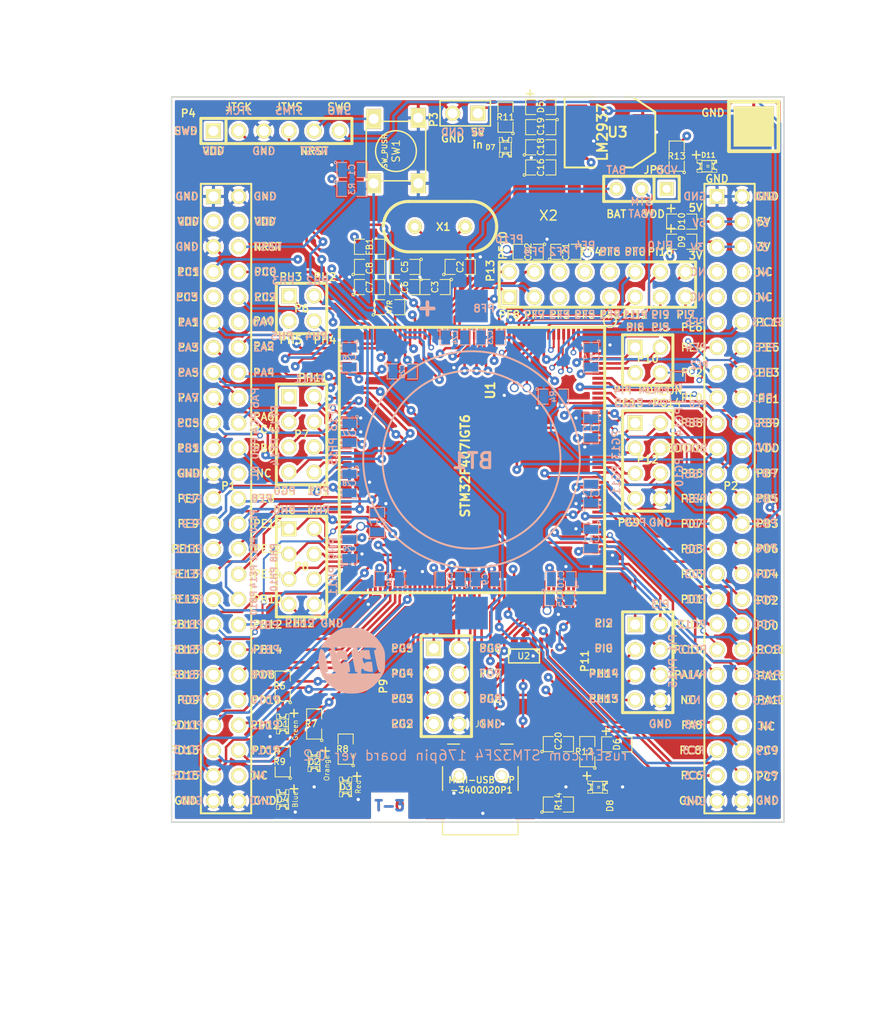
<source format=kicad_pcb>
(kicad_pcb (version 4) (host pcbnew 4.0.1-stable)
  (title_block (title "176 pin board") (rev R0.2) (company "rusEFI by Art_Electro & DAECU"))
  (layers (0 F.Cu signal) (1 GND power) (2 PWR power) (31 B.Cu signal) (34 B.Paste user) (35 F.Paste user) (36 B.SilkS user) (37 F.SilkS user) (38 B.Mask user) (39 F.Mask user) (44 Edge.Cuts user))
  (net 0 "")
  (net 1 /3.3V)
  (net 2 /5V)
  (net 3 /5Vi)
  (net 4 /BOOT0)
  (net 5 /D+)
  (net 6 /D-)
  (net 7 /NRST)
  (net 8 /PA0)
  (net 9 /PA1)
  (net 10 /PA10)
  (net 11 /PA11)
  (net 12 /PA12)
  (net 13 /PA13)
  (net 14 /PA14)
  (net 15 /PA15)
  (net 16 /PA2)
  (net 17 /PA3)
  (net 18 /PA4)
  (net 19 /PA5)
  (net 20 /PA6)
  (net 21 /PA7)
  (net 22 /PA8)
  (net 23 /PA9)
  (net 24 /PB0)
  (net 25 /PB1)
  (net 26 /PB10)
  (net 27 /PB11)
  (net 28 /PB12)
  (net 29 /PB13)
  (net 30 /PB14)
  (net 31 /PB15)
  (net 32 /PB3)
  (net 33 /PB4)
  (net 34 /PB5)
  (net 35 /PB6)
  (net 36 /PB7)
  (net 37 /PB8)
  (net 38 /PB9)
  (net 39 /PC0)
  (net 40 /PC1)
  (net 41 /PC10)
  (net 42 /PC11)
  (net 43 /PC12)
  (net 44 /PC13)
  (net 45 /PC2)
  (net 46 /PC3)
  (net 47 /PC4)
  (net 48 /PC5)
  (net 49 /PC6)
  (net 50 /PC7)
  (net 51 /PC8)
  (net 52 /PC9)
  (net 53 /PD0)
  (net 54 /PD1)
  (net 55 /PD10)
  (net 56 /PD11)
  (net 57 /PD12)
  (net 58 /PD13)
  (net 59 /PD14)
  (net 60 /PD15)
  (net 61 /PD2)
  (net 62 /PD3)
  (net 63 /PD4)
  (net 64 /PD5)
  (net 65 /PD6)
  (net 66 /PD7)
  (net 67 /PD8)
  (net 68 /PD9)
  (net 69 /PDR_ON)
  (net 70 /PE0)
  (net 71 /PE1)
  (net 72 /PE10)
  (net 73 /PE11)
  (net 74 /PE12)
  (net 75 /PE13)
  (net 76 /PE14)
  (net 77 /PE15)
  (net 78 /PE2)
  (net 79 /PE3)
  (net 80 /PE4)
  (net 81 /PE5)
  (net 82 /PE6)
  (net 83 /PE7)
  (net 84 /PE8)
  (net 85 /PE9)
  (net 86 /PF0)
  (net 87 /PF1)
  (net 88 /PF10)
  (net 89 /PF11)
  (net 90 /PF12)
  (net 91 /PF13)
  (net 92 /PF14)
  (net 93 /PF15)
  (net 94 /PF2)
  (net 95 /PF3)
  (net 96 /PF4)
  (net 97 /PF5)
  (net 98 /PF6)
  (net 99 /PF7)
  (net 100 /PF8)
  (net 101 /PF9)
  (net 102 /PG0)
  (net 103 /PG1)
  (net 104 /PG10)
  (net 105 /PG11)
  (net 106 /PG12)
  (net 107 /PG13)
  (net 108 /PG14)
  (net 109 /PG15)
  (net 110 /PG2)
  (net 111 /PG3)
  (net 112 /PG4)
  (net 113 /PG5)
  (net 114 /PG6)
  (net 115 /PG7)
  (net 116 /PG8)
  (net 117 /PG9)
  (net 118 /PH0)
  (net 119 /PH1)
  (net 120 /PH10)
  (net 121 /PH11)
  (net 122 /PH12)
  (net 123 /PH13)
  (net 124 /PH14)
  (net 125 /PH15)
  (net 126 /PH2)
  (net 127 /PH3)
  (net 128 /PH4)
  (net 129 /PH5)
  (net 130 /PH6)
  (net 131 /PH7)
  (net 132 /PH8)
  (net 133 /PH9)
  (net 134 /PI0)
  (net 135 /PI1)
  (net 136 /PI10)
  (net 137 /PI11)
  (net 138 /PI2)
  (net 139 /PI3)
  (net 140 /PI4)
  (net 141 /PI5)
  (net 142 /PI6)
  (net 143 /PI7)
  (net 144 /PI8)
  (net 145 /PI9)
  (net 146 /VBAT)
  (net 147 /VDD)
  (net 148 GND)
  (net 149 N-00000102)
  (net 150 N-0000017)
  (net 151 N-0000018)
  (net 152 N-0000019)
  (net 153 N-0000020)
  (net 154 N-0000021)
  (net 155 N-0000023)
  (net 156 N-0000024)
  (net 157 N-0000026)
  (net 158 N-0000035)
  (net 159 N-0000036)
  (net 160 N-000004)
  (net 161 N-0000041)
  (net 162 N-0000080)
  (net 163 N-0000081)
  (net 164 N-0000094)
  (module BATT_CR2032_MPD (layer B.Cu) (at 117.475 120.015 90)
    (fp_text reference BT1 (at -0.127 0.127 360) (layer B.SilkS) (effects (font (thickness 0.3048)) (justify mirror)))
    (fp_text value BATTERY_CR2032 hide)
    (pad 1 smd rect (at 15.485 0 90) (size 3.29 3.29) (layers B.Cu B.Paste B.Mask) (net 156 N-0000024))
    (pad 2 smd rect (at -15.485 0 90) (size 3.29 3.29) (layers B.Cu B.Paste B.Mask) (net 148 GND))
  )
  (module SM0805 (layer B.Cu) (at 105.41 90.805)
    (fp_text reference C1 (at 0 0 270) (layer B.SilkS) (effects (font (size 0.635 0.635) (thickness 0.10922)) (justify mirror)))
    (fp_text value 0.02uF hide)
    (pad 1 smd rect (at -0.9525 0) (size 0.889 1.397) (layers B.Cu B.Paste B.Mask) (net 148 GND))
    (pad 2 smd rect (at 0.9525 0) (size 0.889 1.397) (layers B.Cu B.Paste B.Mask) (net 7 /NRST))
  )
  (module SM0805 (layer F.Cu) (at 116.332 100.584)
    (fp_text reference C2 (at 0 0 90) (layer F.SilkS) (effects (font (size 0.635 0.635) (thickness 0.10922))))
    (fp_text value 18pF hide)
    (pad 1 smd rect (at -0.9525 0) (size 0.889 1.397) (layers F.Cu F.Paste F.Mask) (net 118 /PH0))
    (pad 2 smd rect (at 0.9525 0) (size 0.889 1.397) (layers F.Cu F.Paste F.Mask) (net 148 GND))
  )
  (module SM0805 (layer F.Cu) (at 113.792 102.616 180)
    (fp_text reference C3 (at 0 0 270) (layer F.SilkS) (effects (font (size 0.635 0.635) (thickness 0.10922))))
    (fp_text value 18pF hide)
    (pad 1 smd rect (at -0.9525 0 180) (size 0.889 1.397) (layers F.Cu F.Paste F.Mask) (net 119 /PH1))
    (pad 2 smd rect (at 0.9525 0 180) (size 0.889 1.397) (layers F.Cu F.Paste F.Mask) (net 148 GND))
  )
  (module SM0805 (layer F.Cu) (at 110.744 100.584 180)
    (fp_text reference C5 (at 0 0 270) (layer F.SilkS) (effects (font (size 0.635 0.635) (thickness 0.10922))))
    (fp_text value 0.01uF hide)
    (pad 1 smd rect (at -0.9525 0 180) (size 0.889 1.397) (layers F.Cu F.Paste F.Mask) (net 148 GND))
    (pad 2 smd rect (at 0.9525 0 180) (size 0.889 1.397) (layers F.Cu F.Paste F.Mask) (net 153 N-0000020))
  )
  (module SM0805 (layer F.Cu) (at 110.744 102.616 180)
    (fp_text reference C6 (at 0 0 270) (layer F.SilkS) (effects (font (size 0.635 0.635) (thickness 0.10922))))
    (fp_text value 1uF hide)
    (pad 1 smd rect (at -0.9525 0 180) (size 0.889 1.397) (layers F.Cu F.Paste F.Mask) (net 148 GND))
    (pad 2 smd rect (at 0.9525 0 180) (size 0.889 1.397) (layers F.Cu F.Paste F.Mask) (net 153 N-0000020))
  )
  (module SM0805 (layer F.Cu) (at 107.188 102.616)
    (fp_text reference C7 (at 0 0 90) (layer F.SilkS) (effects (font (size 0.635 0.635) (thickness 0.10922))))
    (fp_text value 1uF hide)
    (pad 1 smd rect (at -0.9525 0) (size 0.889 1.397) (layers F.Cu F.Paste F.Mask) (net 148 GND))
    (pad 2 smd rect (at 0.9525 0) (size 0.889 1.397) (layers F.Cu F.Paste F.Mask) (net 160 N-000004))
  )
  (module SM0805 (layer F.Cu) (at 107.188 100.584)
    (fp_text reference C8 (at 0 0.127 90) (layer F.SilkS) (effects (font (size 0.635 0.635) (thickness 0.10922))))
    (fp_text value 0.01uF hide)
    (pad 1 smd rect (at -0.9525 0) (size 0.889 1.397) (layers F.Cu F.Paste F.Mask) (net 148 GND))
    (pad 2 smd rect (at 0.9525 0) (size 0.889 1.397) (layers F.Cu F.Paste F.Mask) (net 160 N-000004))
  )
  (module SM0805 (layer B.Cu) (at 118.872 132.08)
    (fp_text reference C9 (at 0 0 90) (layer B.SilkS) (effects (font (size 0.635 0.635) (thickness 0.10922)) (justify mirror)))
    (fp_text value 0.1uF hide)
    (pad 1 smd rect (at -0.9525 0) (size 0.889 1.397) (layers B.Cu B.Paste B.Mask) (net 148 GND))
    (pad 2 smd rect (at 0.9525 0) (size 0.889 1.397) (layers B.Cu B.Paste B.Mask) (net 147 /VDD))
  )
  (module SM0805 (layer B.Cu) (at 126.492 132.08 180)
    (fp_text reference C10 (at 0 0 450) (layer B.SilkS) (effects (font (size 0.635 0.635) (thickness 0.10922)) (justify mirror)))
    (fp_text value 0.1uF hide)
    (pad 1 smd rect (at -0.9525 0 180) (size 0.889 1.397) (layers B.Cu B.Paste B.Mask) (net 148 GND))
    (pad 2 smd rect (at 0.9525 0 180) (size 0.889 1.397) (layers B.Cu B.Paste B.Mask) (net 147 /VDD))
  )
  (module SM0805 (layer B.Cu) (at 129.54 128.016 270)
    (fp_text reference C11 (at 0 0 540) (layer B.SilkS) (effects (font (size 0.635 0.635) (thickness 0.10922)) (justify mirror)))
    (fp_text value 0.1uF hide)
    (pad 1 smd rect (at -0.9525 0 270) (size 0.889 1.397) (layers B.Cu B.Paste B.Mask) (net 148 GND))
    (pad 2 smd rect (at 0.9525 0 270) (size 0.889 1.397) (layers B.Cu B.Paste B.Mask) (net 147 /VDD))
  )
  (module SM0805 (layer B.Cu) (at 129.54 123.444 90)
    (fp_text reference C12 (at 0 0 180) (layer B.SilkS) (effects (font (size 0.635 0.635) (thickness 0.10922)) (justify mirror)))
    (fp_text value 0.1uF hide)
    (pad 1 smd rect (at -0.9525 0 90) (size 0.889 1.397) (layers B.Cu B.Paste B.Mask) (net 148 GND))
    (pad 2 smd rect (at 0.9525 0 90) (size 0.889 1.397) (layers B.Cu B.Paste B.Mask) (net 147 /VDD))
  )
  (module SM0805 (layer B.Cu) (at 129.54 116.84 270)
    (fp_text reference C13 (at 0 0 540) (layer B.SilkS) (effects (font (size 0.635 0.635) (thickness 0.10922)) (justify mirror)))
    (fp_text value 0.1uF hide)
    (pad 1 smd rect (at -0.9525 0 270) (size 0.889 1.397) (layers B.Cu B.Paste B.Mask) (net 148 GND))
    (pad 2 smd rect (at 0.9525 0 270) (size 0.889 1.397) (layers B.Cu B.Paste B.Mask) (net 147 /VDD))
  )
  (module SM0805 (layer B.Cu) (at 129.54 109.728 270)
    (fp_text reference C14 (at 0 0 540) (layer B.SilkS) (effects (font (size 0.635 0.635) (thickness 0.10922)) (justify mirror)))
    (fp_text value 0.1uF hide)
    (pad 1 smd rect (at -0.9525 0 270) (size 0.889 1.397) (layers B.Cu B.Paste B.Mask) (net 148 GND))
    (pad 2 smd rect (at 0.9525 0 270) (size 0.889 1.397) (layers B.Cu B.Paste B.Mask) (net 147 /VDD))
  )
  (module SM0805 (layer B.Cu) (at 126.365 133.985)
    (fp_text reference C15 (at 0.0254 0 270) (layer B.SilkS) (effects (font (size 0.635 0.635) (thickness 0.10922)) (justify mirror)))
    (fp_text value 2u2F hide)
    (pad 1 smd rect (at -0.9525 0) (size 0.889 1.397) (layers B.Cu B.Paste B.Mask) (net 164 N-0000094))
    (pad 2 smd rect (at 0.9525 0) (size 0.889 1.397) (layers B.Cu B.Paste B.Mask) (net 148 GND))
  )
  (module SM0805 (layer F.Cu) (at 124.46 90.551)
    (fp_text reference C16 (at 0 0 270) (layer F.SilkS) (effects (font (size 0.635 0.635) (thickness 0.10922))))
    (fp_text value 1uF hide)
    (pad 1 smd rect (at -0.9525 0) (size 0.889 1.397) (layers F.Cu F.Paste F.Mask) (net 148 GND))
    (pad 2 smd rect (at 0.9525 0) (size 0.889 1.397) (layers F.Cu F.Paste F.Mask) (net 147 /VDD))
  )
  (module SM0805 (layer B.Cu) (at 107.95 126.365 90)
    (fp_text reference C17 (at 0 0 360) (layer B.SilkS) (effects (font (size 0.635 0.635) (thickness 0.10922)) (justify mirror)))
    (fp_text value 2u2F hide)
    (pad 1 smd rect (at -0.9525 0 90) (size 0.889 1.397) (layers B.Cu B.Paste B.Mask) (net 149 N-00000102))
    (pad 2 smd rect (at 0.9525 0 90) (size 0.889 1.397) (layers B.Cu B.Paste B.Mask) (net 148 GND))
  )
  (module SM0805 (layer F.Cu) (at 124.46 88.519)
    (fp_text reference C18 (at 0 -0.0508 90) (layer F.SilkS) (effects (font (size 0.635 0.635) (thickness 0.10922))))
    (fp_text value 0.1uF hide)
    (pad 1 smd rect (at -0.9525 0) (size 0.889 1.397) (layers F.Cu F.Paste F.Mask) (net 148 GND))
    (pad 2 smd rect (at 0.9525 0) (size 0.889 1.397) (layers F.Cu F.Paste F.Mask) (net 3 /5Vi))
  )
  (module SM0805 (layer F.Cu) (at 124.46 86.487 180)
    (fp_text reference C19 (at 0 0.0762 270) (layer F.SilkS) (effects (font (size 0.635 0.635) (thickness 0.10922))))
    (fp_text value 4.7uF hide)
    (pad 1 smd rect (at -0.9525 0 180) (size 0.889 1.397) (layers F.Cu F.Paste F.Mask) (net 3 /5Vi))
    (pad 2 smd rect (at 0.9525 0 180) (size 0.889 1.397) (layers F.Cu F.Paste F.Mask) (net 148 GND))
  )
  (module LED-0805_A (layer F.Cu) (at 120.904 88.519 270)
    (fp_text reference D7 (at 0 1.524 360) (layer F.SilkS) (effects (font (size 0.50038 0.50038) (thickness 0.1143))))
    (fp_text value LED_0805 hide)
    (pad 1 smd rect (at -1.04902 0 270) (size 1.19888 1.19888) (layers F.Cu F.Paste F.Mask) (net 158 N-0000035))
    (pad 2 smd rect (at 1.04902 0 270) (size 1.19888 1.19888) (layers F.Cu F.Paste F.Mask) (net 148 GND))
  )
  (module SM0805 (layer F.Cu) (at 107.188 98.552 180)
    (fp_text reference FB1 (at 0 0 270) (layer F.SilkS) (effects (font (size 0.635 0.635) (thickness 0.10922))))
    (fp_text value FILTER hide)
    (pad 1 smd rect (at -0.9525 0 180) (size 0.889 1.397) (layers F.Cu F.Paste F.Mask) (net 160 N-000004))
    (pad 2 smd rect (at 0.9525 0 180) (size 0.889 1.397) (layers F.Cu F.Paste F.Mask) (net 147 /VDD))
  )
  (module SIL-3 (layer F.Cu) (at 134.62 92.71 180)
    (fp_text reference JP5 (at -1.27 1.905 180) (layer F.SilkS) (effects (font (size 0.762 0.762) (thickness 0.1524))))
    (fp_text value JUMPER3 hide)
    (pad 1 thru_hole rect (at -2.54 0 180) (size 1.397 1.397) (drill 0.8128) (layers *.Cu *.Mask F.SilkS) (net 147 /VDD))
    (pad 2 thru_hole circle (at 0 0 180) (size 1.397 1.397) (drill 0.8128) (layers *.Cu *.Mask F.SilkS) (net 146 /VBAT))
    (pad 3 thru_hole circle (at 2.54 0 180) (size 1.397 1.397) (drill 0.8128) (layers *.Cu *.Mask F.SilkS) (net 156 N-0000024))
  )
  (module PIN_ARRAY_25x2_A (layer F.Cu) (at 92.71 123.952 270)
    (fp_text reference P1 (at -1.27 -0.254 360) (layer F.SilkS) (effects (font (size 0.762 0.762) (thickness 0.1524))))
    (fp_text value CONN_25X2 hide)
    (pad 1 thru_hole rect (at -30.48 1.27 270) (size 1.524 1.524) (drill 1.016) (layers *.Cu *.Mask F.SilkS) (net 148 GND))
    (pad 2 thru_hole circle (at -30.48 -1.27 270) (size 1.524 1.524) (drill 1.016) (layers *.Cu *.Mask F.SilkS) (net 148 GND))
    (pad 3 thru_hole circle (at -27.94 1.27 270) (size 1.524 1.524) (drill 1.016) (layers *.Cu *.Mask F.SilkS) (net 147 /VDD))
    (pad 4 thru_hole circle (at -27.94 -1.27 270) (size 1.524 1.524) (drill 1.016) (layers *.Cu *.Mask F.SilkS) (net 147 /VDD))
    (pad 5 thru_hole circle (at -25.4 1.27 270) (size 1.524 1.524) (drill 1.016) (layers *.Cu *.Mask F.SilkS) (net 148 GND))
    (pad 6 thru_hole circle (at -25.4 -1.27 270) (size 1.524 1.524) (drill 1.016) (layers *.Cu *.Mask F.SilkS) (net 7 /NRST))
    (pad 7 thru_hole circle (at -22.86 1.27 270) (size 1.524 1.524) (drill 1.016) (layers *.Cu *.Mask F.SilkS) (net 40 /PC1))
    (pad 8 thru_hole circle (at -22.86 -1.27 270) (size 1.524 1.524) (drill 1.016) (layers *.Cu *.Mask F.SilkS) (net 39 /PC0))
    (pad 9 thru_hole circle (at -20.32 1.27 270) (size 1.524 1.524) (drill 1.016) (layers *.Cu *.Mask F.SilkS) (net 46 /PC3))
    (pad 10 thru_hole circle (at -20.32 -1.27 270) (size 1.524 1.524) (drill 1.016) (layers *.Cu *.Mask F.SilkS) (net 45 /PC2))
    (pad 11 thru_hole circle (at -17.78 1.27 270) (size 1.524 1.524) (drill 1.016) (layers *.Cu *.Mask F.SilkS) (net 9 /PA1))
    (pad 12 thru_hole circle (at -17.78 -1.27 270) (size 1.524 1.524) (drill 1.016) (layers *.Cu *.Mask F.SilkS) (net 8 /PA0))
    (pad 13 thru_hole circle (at -15.24 1.27 270) (size 1.524 1.524) (drill 1.016) (layers *.Cu *.Mask F.SilkS) (net 17 /PA3))
    (pad 14 thru_hole circle (at -15.24 -1.27 270) (size 1.524 1.524) (drill 1.016) (layers *.Cu *.Mask F.SilkS) (net 16 /PA2))
    (pad 15 thru_hole circle (at -12.7 1.27 270) (size 1.524 1.524) (drill 1.016) (layers *.Cu *.Mask F.SilkS) (net 19 /PA5))
    (pad 16 thru_hole circle (at -12.7 -1.27 270) (size 1.524 1.524) (drill 1.016) (layers *.Cu *.Mask F.SilkS) (net 18 /PA4))
    (pad 17 thru_hole circle (at -10.16 1.27 270) (size 1.524 1.524) (drill 1.016) (layers *.Cu *.Mask F.SilkS) (net 21 /PA7))
    (pad 18 thru_hole circle (at -10.16 -1.27 270) (size 1.524 1.524) (drill 1.016) (layers *.Cu *.Mask F.SilkS) (net 20 /PA6))
    (pad 19 thru_hole circle (at -7.62 1.27 270) (size 1.524 1.524) (drill 1.016) (layers *.Cu *.Mask F.SilkS) (net 48 /PC5))
    (pad 20 thru_hole circle (at -7.62 -1.27 270) (size 1.524 1.524) (drill 1.016) (layers *.Cu *.Mask F.SilkS) (net 47 /PC4))
    (pad 21 thru_hole circle (at -5.08 1.27 270) (size 1.524 1.524) (drill 1.016) (layers *.Cu *.Mask F.SilkS) (net 25 /PB1))
    (pad 22 thru_hole circle (at -5.08 -1.27 270) (size 1.524 1.524) (drill 1.016) (layers *.Cu *.Mask F.SilkS) (net 24 /PB0))
    (pad 23 thru_hole circle (at -2.54 1.27 270) (size 1.524 1.524) (drill 1.016) (layers *.Cu *.Mask F.SilkS) (net 148 GND))
    (pad 24 thru_hole circle (at -2.54 -1.27 270) (size 1.524 1.524) (drill 1.016) (layers *.Cu *.Mask F.SilkS))
    (pad 25 thru_hole circle (at 0 1.27 270) (size 1.524 1.524) (drill 1.016) (layers *.Cu *.Mask F.SilkS) (net 83 /PE7))
    (pad 26 thru_hole circle (at 0 -1.27 270) (size 1.524 1.524) (drill 1.016) (layers *.Cu *.Mask F.SilkS) (net 84 /PE8))
    (pad 27 thru_hole circle (at 2.54 1.27 270) (size 1.524 1.524) (drill 1.016) (layers *.Cu *.Mask F.SilkS) (net 85 /PE9))
    (pad 28 thru_hole circle (at 2.54 -1.27 270) (size 1.524 1.524) (drill 1.016) (layers *.Cu *.Mask F.SilkS) (net 72 /PE10))
    (pad 29 thru_hole circle (at 5.08 1.27 270) (size 1.524 1.524) (drill 1.016) (layers *.Cu *.Mask F.SilkS) (net 73 /PE11))
    (pad 30 thru_hole circle (at 5.08 -1.27 270) (size 1.524 1.524) (drill 1.016) (layers *.Cu *.Mask F.SilkS) (net 74 /PE12))
    (pad 31 thru_hole circle (at 7.62 1.27 270) (size 1.524 1.524) (drill 1.016) (layers *.Cu *.Mask F.SilkS) (net 75 /PE13))
    (pad 32 thru_hole circle (at 7.62 -1.27 270) (size 1.524 1.524) (drill 1.016) (layers *.Cu *.Mask F.SilkS) (net 76 /PE14))
    (pad 33 thru_hole circle (at 10.16 1.27 270) (size 1.524 1.524) (drill 1.016) (layers *.Cu *.Mask F.SilkS) (net 77 /PE15))
    (pad 34 thru_hole circle (at 10.16 -1.27 270) (size 1.524 1.524) (drill 1.016) (layers *.Cu *.Mask F.SilkS) (net 26 /PB10))
    (pad 35 thru_hole circle (at 12.7 1.27 270) (size 1.524 1.524) (drill 1.016) (layers *.Cu *.Mask F.SilkS) (net 27 /PB11))
    (pad 36 thru_hole circle (at 12.7 -1.27 270) (size 1.524 1.524) (drill 1.016) (layers *.Cu *.Mask F.SilkS) (net 28 /PB12))
    (pad 37 thru_hole circle (at 15.24 1.27 270) (size 1.524 1.524) (drill 1.016) (layers *.Cu *.Mask F.SilkS) (net 29 /PB13))
    (pad 38 thru_hole circle (at 15.24 -1.27 270) (size 1.524 1.524) (drill 1.016) (layers *.Cu *.Mask F.SilkS) (net 30 /PB14))
    (pad 39 thru_hole circle (at 17.78 1.27 270) (size 1.524 1.524) (drill 1.016) (layers *.Cu *.Mask F.SilkS) (net 31 /PB15))
    (pad 40 thru_hole circle (at 17.78 -1.27 270) (size 1.524 1.524) (drill 1.016) (layers *.Cu *.Mask F.SilkS) (net 67 /PD8))
    (pad 41 thru_hole circle (at 20.32 1.27 270) (size 1.524 1.524) (drill 1.016) (layers *.Cu *.Mask F.SilkS) (net 68 /PD9))
    (pad 42 thru_hole circle (at 20.32 -1.27 270) (size 1.524 1.524) (drill 1.016) (layers *.Cu *.Mask F.SilkS) (net 55 /PD10))
    (pad 43 thru_hole circle (at 22.86 1.27 270) (size 1.524 1.524) (drill 1.016) (layers *.Cu *.Mask F.SilkS) (net 56 /PD11))
    (pad 44 thru_hole circle (at 22.86 -1.27 270) (size 1.524 1.524) (drill 1.016) (layers *.Cu *.Mask F.SilkS) (net 57 /PD12))
    (pad 45 thru_hole circle (at 25.4 1.27 270) (size 1.524 1.524) (drill 1.016) (layers *.Cu *.Mask F.SilkS) (net 58 /PD13))
    (pad 46 thru_hole circle (at 25.4 -1.27 270) (size 1.524 1.524) (drill 1.016) (layers *.Cu *.Mask F.SilkS) (net 59 /PD14))
    (pad 47 thru_hole circle (at 27.94 1.27 270) (size 1.524 1.524) (drill 1.016) (layers *.Cu *.Mask F.SilkS) (net 60 /PD15))
    (pad 48 thru_hole circle (at 27.94 -1.27 270) (size 1.524 1.524) (drill 1.016) (layers *.Cu *.Mask F.SilkS))
    (pad 49 thru_hole circle (at 30.48 1.27 270) (size 1.524 1.524) (drill 1.016) (layers *.Cu *.Mask F.SilkS) (net 148 GND))
    (pad 50 thru_hole circle (at 30.48 -1.27 270) (size 1.524 1.524) (drill 1.016) (layers *.Cu *.Mask F.SilkS) (net 148 GND))
  )
  (module PIN_ARRAY_25x2_A (layer F.Cu) (at 143.51 123.952 270)
    (fp_text reference P2 (at -1.27 -0.127 360) (layer F.SilkS) (effects (font (size 0.762 0.762) (thickness 0.1524))))
    (fp_text value CONN_25X2 hide)
    (pad 1 thru_hole rect (at -30.48 1.27 270) (size 1.524 1.524) (drill 1.016) (layers *.Cu *.Mask F.SilkS) (net 148 GND))
    (pad 2 thru_hole circle (at -30.48 -1.27 270) (size 1.524 1.524) (drill 1.016) (layers *.Cu *.Mask F.SilkS) (net 148 GND))
    (pad 3 thru_hole circle (at -27.94 1.27 270) (size 1.524 1.524) (drill 1.016) (layers *.Cu *.Mask F.SilkS) (net 2 /5V))
    (pad 4 thru_hole circle (at -27.94 -1.27 270) (size 1.524 1.524) (drill 1.016) (layers *.Cu *.Mask F.SilkS) (net 2 /5V))
    (pad 5 thru_hole circle (at -25.4 1.27 270) (size 1.524 1.524) (drill 1.016) (layers *.Cu *.Mask F.SilkS) (net 1 /3.3V))
    (pad 6 thru_hole circle (at -25.4 -1.27 270) (size 1.524 1.524) (drill 1.016) (layers *.Cu *.Mask F.SilkS) (net 1 /3.3V))
    (pad 7 thru_hole circle (at -22.86 1.27 270) (size 1.524 1.524) (drill 1.016) (layers *.Cu *.Mask F.SilkS))
    (pad 8 thru_hole circle (at -22.86 -1.27 270) (size 1.524 1.524) (drill 1.016) (layers *.Cu *.Mask F.SilkS))
    (pad 9 thru_hole circle (at -20.32 1.27 270) (size 1.524 1.524) (drill 1.016) (layers *.Cu *.Mask F.SilkS))
    (pad 10 thru_hole circle (at -20.32 -1.27 270) (size 1.524 1.524) (drill 1.016) (layers *.Cu *.Mask F.SilkS))
    (pad 11 thru_hole circle (at -17.78 1.27 270) (size 1.524 1.524) (drill 1.016) (layers *.Cu *.Mask F.SilkS) (net 82 /PE6))
    (pad 12 thru_hole circle (at -17.78 -1.27 270) (size 1.524 1.524) (drill 1.016) (layers *.Cu *.Mask F.SilkS) (net 44 /PC13))
    (pad 13 thru_hole circle (at -15.24 1.27 270) (size 1.524 1.524) (drill 1.016) (layers *.Cu *.Mask F.SilkS) (net 80 /PE4))
    (pad 14 thru_hole circle (at -15.24 -1.27 270) (size 1.524 1.524) (drill 1.016) (layers *.Cu *.Mask F.SilkS) (net 81 /PE5))
    (pad 15 thru_hole circle (at -12.7 1.27 270) (size 1.524 1.524) (drill 1.016) (layers *.Cu *.Mask F.SilkS) (net 78 /PE2))
    (pad 16 thru_hole circle (at -12.7 -1.27 270) (size 1.524 1.524) (drill 1.016) (layers *.Cu *.Mask F.SilkS) (net 79 /PE3))
    (pad 17 thru_hole circle (at -10.16 1.27 270) (size 1.524 1.524) (drill 1.016) (layers *.Cu *.Mask F.SilkS) (net 70 /PE0))
    (pad 18 thru_hole circle (at -10.16 -1.27 270) (size 1.524 1.524) (drill 1.016) (layers *.Cu *.Mask F.SilkS) (net 71 /PE1))
    (pad 19 thru_hole circle (at -7.62 1.27 270) (size 1.524 1.524) (drill 1.016) (layers *.Cu *.Mask F.SilkS) (net 37 /PB8))
    (pad 20 thru_hole circle (at -7.62 -1.27 270) (size 1.524 1.524) (drill 1.016) (layers *.Cu *.Mask F.SilkS) (net 38 /PB9))
    (pad 21 thru_hole circle (at -5.08 1.27 270) (size 1.524 1.524) (drill 1.016) (layers *.Cu *.Mask F.SilkS) (net 4 /BOOT0))
    (pad 22 thru_hole circle (at -5.08 -1.27 270) (size 1.524 1.524) (drill 1.016) (layers *.Cu *.Mask F.SilkS) (net 147 /VDD))
    (pad 23 thru_hole circle (at -2.54 1.27 270) (size 1.524 1.524) (drill 1.016) (layers *.Cu *.Mask F.SilkS) (net 35 /PB6))
    (pad 24 thru_hole circle (at -2.54 -1.27 270) (size 1.524 1.524) (drill 1.016) (layers *.Cu *.Mask F.SilkS) (net 36 /PB7))
    (pad 25 thru_hole circle (at 0 1.27 270) (size 1.524 1.524) (drill 1.016) (layers *.Cu *.Mask F.SilkS) (net 33 /PB4))
    (pad 26 thru_hole circle (at 0 -1.27 270) (size 1.524 1.524) (drill 1.016) (layers *.Cu *.Mask F.SilkS) (net 34 /PB5))
    (pad 27 thru_hole circle (at 2.54 1.27 270) (size 1.524 1.524) (drill 1.016) (layers *.Cu *.Mask F.SilkS) (net 66 /PD7))
    (pad 28 thru_hole circle (at 2.54 -1.27 270) (size 1.524 1.524) (drill 1.016) (layers *.Cu *.Mask F.SilkS) (net 32 /PB3))
    (pad 29 thru_hole circle (at 5.08 1.27 270) (size 1.524 1.524) (drill 1.016) (layers *.Cu *.Mask F.SilkS) (net 64 /PD5))
    (pad 30 thru_hole circle (at 5.08 -1.27 270) (size 1.524 1.524) (drill 1.016) (layers *.Cu *.Mask F.SilkS) (net 65 /PD6))
    (pad 31 thru_hole circle (at 7.62 1.27 270) (size 1.524 1.524) (drill 1.016) (layers *.Cu *.Mask F.SilkS) (net 62 /PD3))
    (pad 32 thru_hole circle (at 7.62 -1.27 270) (size 1.524 1.524) (drill 1.016) (layers *.Cu *.Mask F.SilkS) (net 63 /PD4))
    (pad 33 thru_hole circle (at 10.16 1.27 270) (size 1.524 1.524) (drill 1.016) (layers *.Cu *.Mask F.SilkS) (net 54 /PD1))
    (pad 34 thru_hole circle (at 10.16 -1.27 270) (size 1.524 1.524) (drill 1.016) (layers *.Cu *.Mask F.SilkS) (net 61 /PD2))
    (pad 35 thru_hole circle (at 12.7 1.27 270) (size 1.524 1.524) (drill 1.016) (layers *.Cu *.Mask F.SilkS) (net 43 /PC12))
    (pad 36 thru_hole circle (at 12.7 -1.27 270) (size 1.524 1.524) (drill 1.016) (layers *.Cu *.Mask F.SilkS) (net 53 /PD0))
    (pad 37 thru_hole circle (at 15.24 1.27 270) (size 1.524 1.524) (drill 1.016) (layers *.Cu *.Mask F.SilkS) (net 41 /PC10))
    (pad 38 thru_hole circle (at 15.24 -1.27 270) (size 1.524 1.524) (drill 1.016) (layers *.Cu *.Mask F.SilkS) (net 42 /PC11))
    (pad 39 thru_hole circle (at 17.78 1.27 270) (size 1.524 1.524) (drill 1.016) (layers *.Cu *.Mask F.SilkS) (net 14 /PA14))
    (pad 40 thru_hole circle (at 17.78 -1.27 270) (size 1.524 1.524) (drill 1.016) (layers *.Cu *.Mask F.SilkS) (net 15 /PA15))
    (pad 41 thru_hole circle (at 20.32 1.27 270) (size 1.524 1.524) (drill 1.016) (layers *.Cu *.Mask F.SilkS))
    (pad 42 thru_hole circle (at 20.32 -1.27 270) (size 1.524 1.524) (drill 1.016) (layers *.Cu *.Mask F.SilkS) (net 13 /PA13))
    (pad 43 thru_hole circle (at 22.86 1.27 270) (size 1.524 1.524) (drill 1.016) (layers *.Cu *.Mask F.SilkS) (net 22 /PA8))
    (pad 44 thru_hole circle (at 22.86 -1.27 270) (size 1.524 1.524) (drill 1.016) (layers *.Cu *.Mask F.SilkS))
    (pad 45 thru_hole circle (at 25.4 1.27 270) (size 1.524 1.524) (drill 1.016) (layers *.Cu *.Mask F.SilkS) (net 51 /PC8))
    (pad 46 thru_hole circle (at 25.4 -1.27 270) (size 1.524 1.524) (drill 1.016) (layers *.Cu *.Mask F.SilkS) (net 52 /PC9))
    (pad 47 thru_hole circle (at 27.94 1.27 270) (size 1.524 1.524) (drill 1.016) (layers *.Cu *.Mask F.SilkS) (net 49 /PC6))
    (pad 48 thru_hole circle (at 27.94 -1.27 270) (size 1.524 1.524) (drill 1.016) (layers *.Cu *.Mask F.SilkS) (net 50 /PC7))
    (pad 49 thru_hole circle (at 30.48 1.27 270) (size 1.524 1.524) (drill 1.016) (layers *.Cu *.Mask F.SilkS) (net 148 GND))
    (pad 50 thru_hole circle (at 30.48 -1.27 270) (size 1.524 1.524) (drill 1.016) (layers *.Cu *.Mask F.SilkS) (net 148 GND))
  )
  (module PIN_ARRAY_2_A (layer F.Cu) (at 116.84 85.09 180)
    (fp_text reference P3 (at 3.175 -0.635 270) (layer F.SilkS) (effects (font (size 0.762 0.762) (thickness 0.1524))))
    (fp_text value CONN_2 hide)
    (pad 1 thru_hole rect (at -1.27 0 180) (size 1.524 1.524) (drill 1.016) (layers *.Cu *.Mask F.SilkS) (net 155 N-0000023))
    (pad 2 thru_hole circle (at 1.27 0 180) (size 1.524 1.524) (drill 1.016) (layers *.Cu *.Mask F.SilkS) (net 148 GND))
  )
  (module PIN_ARRAY-6X1 (layer F.Cu) (at 97.79 86.868)
    (fp_text reference P4 (at -8.89 -1.778) (layer F.SilkS) (effects (font (size 0.762 0.762) (thickness 0.1524))))
    (fp_text value CONN_6 hide)
    (pad 1 thru_hole rect (at -6.35 0) (size 1.524 1.524) (drill 1.016) (layers *.Cu *.Mask F.SilkS) (net 147 /VDD))
    (pad 2 thru_hole circle (at -3.81 0) (size 1.524 1.524) (drill 1.016) (layers *.Cu *.Mask F.SilkS) (net 14 /PA14))
    (pad 3 thru_hole circle (at -1.27 0) (size 1.524 1.524) (drill 1.016) (layers *.Cu *.Mask F.SilkS) (net 148 GND))
    (pad 4 thru_hole circle (at 1.27 0) (size 1.524 1.524) (drill 1.016) (layers *.Cu *.Mask F.SilkS) (net 13 /PA13))
    (pad 5 thru_hole circle (at 3.81 0) (size 1.524 1.524) (drill 1.016) (layers *.Cu *.Mask F.SilkS) (net 7 /NRST))
    (pad 6 thru_hole circle (at 6.35 0) (size 1.524 1.524) (drill 1.016) (layers *.Cu *.Mask F.SilkS) (net 32 /PB3))
  )
  (module SM0805 (layer B.Cu) (at 105.41 92.71)
    (fp_text reference R3 (at 0 0 270) (layer B.SilkS) (effects (font (size 0.635 0.635) (thickness 0.10922)) (justify mirror)))
    (fp_text value 10k hide)
    (pad 1 smd rect (at -0.9525 0) (size 0.889 1.397) (layers B.Cu B.Paste B.Mask) (net 147 /VDD))
    (pad 2 smd rect (at 0.9525 0) (size 0.889 1.397) (layers B.Cu B.Paste B.Mask) (net 7 /NRST))
  )
  (module SM0805 (layer B.Cu) (at 125.73 113.665)
    (fp_text reference R4 (at 0 0 270) (layer B.SilkS) (effects (font (size 0.635 0.635) (thickness 0.10922)) (justify mirror)))
    (fp_text value 10k hide)
    (pad 1 smd rect (at -0.9525 0) (size 0.889 1.397) (layers B.Cu B.Paste B.Mask) (net 148 GND))
    (pad 2 smd rect (at 0.9525 0) (size 0.889 1.397) (layers B.Cu B.Paste B.Mask) (net 4 /BOOT0))
  )
  (module SM0805 (layer F.Cu) (at 98.425 142.875 90)
    (fp_text reference R6 (at 0 -0.3175 360) (layer F.SilkS) (effects (font (size 0.635 0.635) (thickness 0.10922))))
    (fp_text value 680R hide)
    (pad 1 smd rect (at -0.9525 0 90) (size 0.889 1.397) (layers F.Cu F.Paste F.Mask) (net 152 N-0000019))
    (pad 2 smd rect (at 0.9525 0 90) (size 0.889 1.397) (layers F.Cu F.Paste F.Mask) (net 55 /PD10))
  )
  (module SM0805 (layer F.Cu) (at 101.6 146.685 90)
    (fp_text reference R7 (at 0 -0.3175 360) (layer F.SilkS) (effects (font (size 0.635 0.635) (thickness 0.10922))))
    (fp_text value 680R hide)
    (pad 1 smd rect (at -0.9525 0 90) (size 0.889 1.397) (layers F.Cu F.Paste F.Mask) (net 151 N-0000018))
    (pad 2 smd rect (at 0.9525 0 90) (size 0.889 1.397) (layers F.Cu F.Paste F.Mask) (net 58 /PD13))
  )
  (module SM0805 (layer F.Cu) (at 104.775 149.225 90)
    (fp_text reference R8 (at 0 -0.3175 360) (layer F.SilkS) (effects (font (size 0.635 0.635) (thickness 0.10922))))
    (fp_text value 680R hide)
    (pad 1 smd rect (at -0.9525 0 90) (size 0.889 1.397) (layers F.Cu F.Paste F.Mask) (net 154 N-0000021))
    (pad 2 smd rect (at 0.9525 0 90) (size 0.889 1.397) (layers F.Cu F.Paste F.Mask) (net 59 /PD14))
  )
  (module SM0805 (layer F.Cu) (at 98.425 150.495 90)
    (fp_text reference R9 (at 0 -0.3175 360) (layer F.SilkS) (effects (font (size 0.635 0.635) (thickness 0.10922))))
    (fp_text value 680R hide)
    (pad 1 smd rect (at -0.9525 0 90) (size 0.889 1.397) (layers F.Cu F.Paste F.Mask) (net 157 N-0000026))
    (pad 2 smd rect (at 0.9525 0 90) (size 0.889 1.397) (layers F.Cu F.Paste F.Mask) (net 60 /PD15))
  )
  (module SM0805 (layer F.Cu) (at 109.22 104.648)
    (fp_text reference R10 hide)
    (fp_text value 47R (at 0 0 90) (layer F.SilkS) (effects (font (size 0.50038 0.50038) (thickness 0.10922))))
    (pad 1 smd rect (at -0.9525 0) (size 0.889 1.397) (layers F.Cu F.Paste F.Mask) (net 160 N-000004))
    (pad 2 smd rect (at 0.9525 0) (size 0.889 1.397) (layers F.Cu F.Paste F.Mask) (net 153 N-0000020))
  )
  (module SM0805 (layer F.Cu) (at 120.904 85.471 90)
    (fp_text reference R11 (at 0 0 360) (layer F.SilkS) (effects (font (size 0.635 0.635) (thickness 0.10922))))
    (fp_text value 1k hide)
    (pad 1 smd rect (at -0.9525 0 90) (size 0.889 1.397) (layers F.Cu F.Paste F.Mask) (net 158 N-0000035))
    (pad 2 smd rect (at 0.9525 0 90) (size 0.889 1.397) (layers F.Cu F.Paste F.Mask) (net 155 N-0000023))
  )
  (module SM0805 (layer F.Cu) (at 129.159 149.479 90)
    (fp_text reference R12 (at 0 -0.3175 360) (layer F.SilkS) (effects (font (size 0.635 0.635) (thickness 0.10922))))
    (fp_text value 1k hide)
    (pad 1 smd rect (at -0.9525 0 90) (size 0.889 1.397) (layers F.Cu F.Paste F.Mask) (net 159 N-0000036))
    (pad 2 smd rect (at 0.9525 0 90) (size 0.889 1.397) (layers F.Cu F.Paste F.Mask) (net 23 /PA9))
  )
  (module SM0805 (layer F.Cu) (at 138.176 89.408 90)
    (fp_text reference R13 (at 0 0 180) (layer F.SilkS) (effects (font (size 0.635 0.635) (thickness 0.10922))))
    (fp_text value 1k hide)
    (pad 1 smd rect (at -0.9525 0 90) (size 0.889 1.397) (layers F.Cu F.Paste F.Mask) (net 150 N-0000017))
    (pad 2 smd rect (at 0.9525 0 90) (size 0.889 1.397) (layers F.Cu F.Paste F.Mask) (net 147 /VDD))
  )
  (module SOT223 (layer F.Cu) (at 131.445 86.995 270)
    (fp_text reference U3 (at 0 -0.762 360) (layer F.SilkS) (effects (font (size 1.016 1.016) (thickness 0.2032))))
    (fp_text value LM2937 (at 0 0.762 270) (layer F.SilkS) (effects (font (size 1.016 1.016) (thickness 0.2032))))
    (pad 4 smd rect (at 0 -3.302 270) (size 3.6576 2.032) (layers F.Cu F.Paste F.Mask) (net 148 GND))
    (pad 2 smd rect (at 0 3.302 270) (size 1.016 2.032) (layers F.Cu F.Paste F.Mask) (net 148 GND))
    (pad 3 smd rect (at 2.286 3.302 270) (size 1.016 2.032) (layers F.Cu F.Paste F.Mask) (net 147 /VDD))
    (pad 1 smd rect (at -2.286 3.302 270) (size 1.016 2.032) (layers F.Cu F.Paste F.Mask) (net 3 /5Vi))
  )
  (module HC-49V (layer F.Cu) (at 114.3 96.52)
    (fp_text reference X1 (at 0.3302 0.0254) (layer F.SilkS) (effects (font (size 0.762 0.762) (thickness 0.1524))))
    (fp_text value CRYSTAL hide)
    (pad 1 thru_hole circle (at -2.54 0) (size 1.4224 1.4224) (drill 0.762) (layers *.Cu *.Mask F.SilkS) (net 119 /PH1))
    (pad 2 thru_hole circle (at 2.54 0) (size 1.4224 1.4224) (drill 0.762) (layers *.Cu *.Mask F.SilkS) (net 118 /PH0))
  )
  (module SM0805 (layer F.Cu) (at 126.238 148.717)
    (fp_text reference C20 (at 0 -0.3175 90) (layer F.SilkS) (effects (font (size 0.635 0.635) (thickness 0.10922))))
    (fp_text value 0.1uF hide)
    (pad 1 smd rect (at -0.9525 0) (size 0.889 1.397) (layers F.Cu F.Paste F.Mask) (net 161 N-0000041))
    (pad 2 smd rect (at 0.9525 0) (size 0.889 1.397) (layers F.Cu F.Paste F.Mask) (net 148 GND))
  )
  (module SM0805 (layer F.Cu) (at 126.238 154.813)
    (fp_text reference R14 (at 0 -0.3175 90) (layer F.SilkS) (effects (font (size 0.635 0.635) (thickness 0.10922))))
    (fp_text value 100k hide)
    (pad 1 smd rect (at -0.9525 0) (size 0.889 1.397) (layers F.Cu F.Paste F.Mask) (net 161 N-0000041))
    (pad 2 smd rect (at 0.9525 0) (size 0.889 1.397) (layers F.Cu F.Paste F.Mask) (net 148 GND))
  )
  (module SM0805 (layer F.Cu) (at 127 99.06)
    (fp_text reference C21 (at 0 0 270) (layer F.SilkS) (effects (font (size 0.635 0.635) (thickness 0.10922))))
    (fp_text value 18pF hide)
    (pad 1 smd rect (at -0.9525 0) (size 0.889 1.397) (layers F.Cu F.Paste F.Mask) (net 148 GND))
    (pad 2 smd rect (at 0.9525 0) (size 0.889 1.397) (layers F.Cu F.Paste F.Mask) (net 162 N-0000080))
  )
  (module SM0805 (layer F.Cu) (at 123.19 99.06 180)
    (fp_text reference C22 (at 0 0 450) (layer F.SilkS) (effects (font (size 0.635 0.635) (thickness 0.10922))))
    (fp_text value 18pF hide)
    (pad 1 smd rect (at -0.9525 0 180) (size 0.889 1.397) (layers F.Cu F.Paste F.Mask) (net 148 GND))
    (pad 2 smd rect (at 0.9525 0 180) (size 0.889 1.397) (layers F.Cu F.Paste F.Mask) (net 163 N-0000081))
  )
  (module MC-306 (layer F.Cu) (at 125.095 94.615)
    (fp_text reference X2 (at 0.1524 0.7874) (layer F.SilkS))
    (fp_text value "CRYSTAL(MC306)" hide)
    (pad 1 smd rect (at -2.75 1.6) (size 1.3 1.9) (layers F.Cu F.Paste F.Mask) (net 163 N-0000081))
    (pad 2 smd rect (at 2.75 1.6) (size 1.3 1.9) (layers F.Cu F.Paste F.Mask))
    (pad 3 smd rect (at 2.75 -1.6) (size 1.3 1.9) (layers F.Cu F.Paste F.Mask))
    (pad 4 smd rect (at -2.75 -1.6) (size 1.3 1.9) (layers F.Cu F.Paste F.Mask) (net 162 N-0000080))
  )
  (module MINI-USB-5P-3400020P1 (layer F.Cu) (at 118.364 153.289)
    (fp_text reference J1 (at 0 -6.604) (layer F.SilkS) (effects (font (size 0.635 0.635) (thickness 0.0889))))
    (fp_text value MINI-USB-5P-3400020P1 hide)
    (pad 1 smd rect (at -1.6 -4.191) (size 0.508 2.54) (layers F.Cu F.Paste F.Mask) (net 23 /PA9))
    (pad 2 smd rect (at -0.8 -4.191) (size 0.508 2.54) (layers F.Cu F.Paste F.Mask) (net 6 /D-))
    (pad 3 smd rect (at 0 -4.191) (size 0.508 2.54) (layers F.Cu F.Paste F.Mask) (net 5 /D+))
    (pad 4 smd rect (at 0.8 -4.191) (size 0.508 2.54) (layers F.Cu F.Paste F.Mask) (net 10 /PA10))
    (pad 5 smd rect (at 1.6 -4.191) (size 0.508 2.54) (layers F.Cu F.Paste F.Mask) (net 148 GND))
    (pad 6 smd rect (at -4.5 1.603 90) (size 2.794 2) (layers F.Cu F.Paste F.Mask) (net 161 N-0000041))
    (pad 6 smd rect (at 4.5 1.603 90) (size 2.794 2) (layers F.Cu F.Paste F.Mask) (net 161 N-0000041))
    (pad 6 smd rect (at -4.5 -3.897 90) (size 2.794 2) (layers F.Cu F.Paste F.Mask) (net 161 N-0000041))
    (pad 6 smd rect (at 4.5 -3.897 90) (size 2.794 2) (layers F.Cu F.Paste F.Mask) (net 161 N-0000041))
    (pad "" thru_hole circle (at -2.159 -1.397 90) (size 1.016 1.016) (drill 0.762) (layers *.Cu *.Mask F.SilkS))
    (pad "" thru_hole circle (at 2.159 -1.397 90) (size 1.016 1.016) (drill 0.762) (layers *.Cu *.Mask F.SilkS))
  )
  (module SOT-457 (layer F.Cu) (at 122.746 139.827 180)
    (fp_text reference U2 (at 0 0 180) (layer F.SilkS) (effects (font (size 0.635 0.635) (thickness 0.10922))))
    (fp_text value NUF2101MT1G hide)
    (pad 1 smd rect (at -0.95 1.2 180) (size 0.7 1) (layers F.Cu F.Paste F.Mask) (net 12 /PA12))
    (pad 2 smd rect (at 0 1.2 180) (size 0.7 1) (layers F.Cu F.Paste F.Mask) (net 148 GND))
    (pad 3 smd rect (at 0.95 1.2 180) (size 0.7 1) (layers F.Cu F.Paste F.Mask) (net 11 /PA11))
    (pad 4 smd rect (at 0.95 -1.2 180) (size 0.7 1) (layers F.Cu F.Paste F.Mask) (net 6 /D-))
    (pad 5 smd rect (at 0 -1.2 180) (size 0.7 1) (layers F.Cu F.Paste F.Mask) (net 23 /PA9))
    (pad 6 smd rect (at -0.95 -1.2 180) (size 0.7 1) (layers F.Cu F.Paste F.Mask) (net 5 /D+))
  )
  (module TL-1105 (layer F.Cu) (at 109.855 88.9 90)
    (fp_text reference SW1 (at 0 0 90) (layer F.SilkS) (effects (font (size 0.762 0.762) (thickness 0.10922))))
    (fp_text value SW_PUSH (at 0 -1.143 90) (layer F.SilkS) (effects (font (size 0.50038 0.50038) (thickness 0.10922))))
    (pad 1 thru_hole rect (at -3.25 -2.25 90) (size 2 1.5) (drill 1) (layers *.Cu *.Mask F.SilkS) (net 7 /NRST))
    (pad 1 thru_hole rect (at 3.25 -2.25 90) (size 2 1.5) (drill 1) (layers *.Cu *.Mask F.SilkS) (net 7 /NRST))
    (pad 2 thru_hole rect (at 3.35 2.25 90) (size 2 1.5) (drill 1) (layers *.Cu *.Mask F.SilkS) (net 148 GND))
    (pad 2 thru_hole rect (at -3.25 2.25 90) (size 2 1.5) (drill 1) (layers *.Cu *.Mask F.SilkS) (net 148 GND))
  )
  (module LOGO_F (layer B.Cu) (at 105.41 140.335)
    (fp_text reference G1 hide)
    (fp_text value LOGO hide)
  )
  (module 1PIN_SMD (layer F.Cu) (at 145.948 86.4108)
    (fp_text reference P5 hide)
    (fp_text value CONN_1 hide)
    (pad 1 smd rect (at 0 0) (size 4.064 4.064) (layers F.Cu F.Paste F.SilkS F.Mask) (net 148 GND))
  )
  (module LED-0805_A (layer F.Cu) (at 104.775 153.035 270)
    (fp_text reference D3 (at 0 0 360) (layer F.SilkS) (effects (font (size 0.635 0.635) (thickness 0.10922))))
    (fp_text value LED_0805 hide)
    (pad 1 smd rect (at -1.04902 0 270) (size 1.19888 1.19888) (layers F.Cu F.Paste F.Mask) (net 154 N-0000021))
    (pad 2 smd rect (at 1.04902 0 270) (size 1.19888 1.19888) (layers F.Cu F.Paste F.Mask) (net 148 GND))
  )
  (module LED-0805_A (layer F.Cu) (at 98.425 146.685 270)
    (fp_text reference D1 (at 0 0 360) (layer F.SilkS) (effects (font (size 0.635 0.635) (thickness 0.10922))))
    (fp_text value LED_0805 hide)
    (pad 1 smd rect (at -1.04902 0 270) (size 1.19888 1.19888) (layers F.Cu F.Paste F.Mask) (net 152 N-0000019))
    (pad 2 smd rect (at 1.04902 0 270) (size 1.19888 1.19888) (layers F.Cu F.Paste F.Mask) (net 148 GND))
  )
  (module LED-0805_A (layer F.Cu) (at 101.6 150.495 270)
    (fp_text reference D2 (at 0 0 360) (layer F.SilkS) (effects (font (size 0.635 0.635) (thickness 0.10922))))
    (fp_text value LED_0805 hide)
    (pad 1 smd rect (at -1.04902 0 270) (size 1.19888 1.19888) (layers F.Cu F.Paste F.Mask) (net 151 N-0000018))
    (pad 2 smd rect (at 1.04902 0 270) (size 1.19888 1.19888) (layers F.Cu F.Paste F.Mask) (net 148 GND))
  )
  (module LED-0805_A (layer F.Cu) (at 98.425 154.305 270)
    (fp_text reference D4 (at 0 0 360) (layer F.SilkS) (effects (font (size 0.635 0.635) (thickness 0.10922))))
    (fp_text value LED_0805 hide)
    (pad 1 smd rect (at -1.04902 0 270) (size 1.19888 1.19888) (layers F.Cu F.Paste F.Mask) (net 157 N-0000026))
    (pad 2 smd rect (at 1.04902 0 270) (size 1.19888 1.19888) (layers F.Cu F.Paste F.Mask) (net 148 GND))
  )
  (module LED-0805_A (layer F.Cu) (at 130.2 153.06)
    (fp_text reference D8 (at 1.245 1.88 90) (layer F.SilkS) (effects (font (size 0.635 0.635) (thickness 0.10922))))
    (fp_text value LED_0805 hide)
    (pad 1 smd rect (at -1.04902 0) (size 1.19888 1.19888) (layers F.Cu F.Paste F.Mask) (net 159 N-0000036))
    (pad 2 smd rect (at 1.04902 0) (size 1.19888 1.19888) (layers F.Cu F.Paste F.Mask) (net 148 GND))
  )
  (module LED-0805_A (layer F.Cu) (at 141.224 90.424)
    (fp_text reference D11 (at 0.1524 -1.1176) (layer F.SilkS) (effects (font (size 0.50038 0.50038) (thickness 0.10922))))
    (fp_text value LED_0805 hide)
    (pad 1 smd rect (at -1.04902 0) (size 1.19888 1.19888) (layers F.Cu F.Paste F.Mask) (net 150 N-0000017))
    (pad 2 smd rect (at 1.04902 0) (size 1.19888 1.19888) (layers F.Cu F.Paste F.Mask) (net 148 GND))
  )
  (module SM0805-diode (layer F.Cu) (at 132.131 148.742)
    (fp_text reference D6 (at 0 0 90) (layer F.SilkS) (effects (font (size 0.635 0.635) (thickness 0.10922))))
    (fp_text value DIODESCH hide)
    (pad 1 smd rect (at -0.9525 0) (size 0.889 1.397) (layers F.Cu F.Paste F.Mask) (net 23 /PA9))
    (pad 2 smd rect (at 0.9525 0) (size 0.889 1.397) (layers F.Cu F.Paste F.Mask) (net 3 /5Vi))
  )
  (module SM0805-diode (layer F.Cu) (at 124.46 84.455)
    (fp_text reference D5 (at 0 0 90) (layer F.SilkS) (effects (font (size 0.635 0.635) (thickness 0.10922))))
    (fp_text value DIODESCH hide)
    (pad 1 smd rect (at -0.9525 0) (size 0.889 1.397) (layers F.Cu F.Paste F.Mask) (net 155 N-0000023))
    (pad 2 smd rect (at 0.9525 0) (size 0.889 1.397) (layers F.Cu F.Paste F.Mask) (net 3 /5Vi))
  )
  (module SM0805-diode (layer F.Cu) (at 138.684 98.044)
    (fp_text reference D9 (at 0 0 90) (layer F.SilkS) (effects (font (size 0.635 0.635) (thickness 0.10922))))
    (fp_text value DIODESCH hide)
    (pad 1 smd rect (at -0.9525 0) (size 0.889 1.397) (layers F.Cu F.Paste F.Mask) (net 147 /VDD))
    (pad 2 smd rect (at 0.9525 0) (size 0.889 1.397) (layers F.Cu F.Paste F.Mask) (net 1 /3.3V))
  )
  (module SM0805-diode (layer F.Cu) (at 138.684 96.012)
    (fp_text reference D10 (at 0 0 90) (layer F.SilkS) (effects (font (size 0.635 0.635) (thickness 0.10922))))
    (fp_text value DIODESCH hide)
    (pad 1 smd rect (at -0.9525 0) (size 0.889 1.397) (layers F.Cu F.Paste F.Mask) (net 3 /5Vi))
    (pad 2 smd rect (at 0.9525 0) (size 0.889 1.397) (layers F.Cu F.Paste F.Mask) (net 2 /5V))
  )
  (module SM0805 (layer B.Cu) (at 115.316 132.08 180)
    (fp_text reference C31 (at 0 0 450) (layer B.SilkS) (effects (font (size 0.50038 0.50038) (thickness 0.10922)) (justify mirror)))
    (fp_text value 0.1uF hide)
    (pad 1 smd rect (at -0.9525 0 180) (size 0.889 1.397) (layers B.Cu B.Paste B.Mask) (net 148 GND))
    (pad 2 smd rect (at 0.9525 0 180) (size 0.889 1.397) (layers B.Cu B.Paste B.Mask) (net 147 /VDD))
  )
  (module SM0805 (layer B.Cu) (at 109.22 132.08 180)
    (fp_text reference C30 (at 0 0 450) (layer B.SilkS) (effects (font (size 0.50038 0.50038) (thickness 0.10922)) (justify mirror)))
    (fp_text value 0.1uF hide)
    (pad 1 smd rect (at -0.9525 0 180) (size 0.889 1.397) (layers B.Cu B.Paste B.Mask) (net 148 GND))
    (pad 2 smd rect (at 0.9525 0 180) (size 0.889 1.397) (layers B.Cu B.Paste B.Mask) (net 147 /VDD))
  )
  (module SM0805 (layer B.Cu) (at 105.156 129.032 90)
    (fp_text reference C29 (at 0 0 360) (layer B.SilkS) (effects (font (size 0.50038 0.50038) (thickness 0.10922)) (justify mirror)))
    (fp_text value 0.1uF hide)
    (pad 1 smd rect (at -0.9525 0 90) (size 0.889 1.397) (layers B.Cu B.Paste B.Mask) (net 148 GND))
    (pad 2 smd rect (at 0.9525 0 90) (size 0.889 1.397) (layers B.Cu B.Paste B.Mask) (net 147 /VDD))
  )
  (module SM0805 (layer B.Cu) (at 105.156 122.428 270)
    (fp_text reference C28 (at 0 0 540) (layer B.SilkS) (effects (font (size 0.50038 0.50038) (thickness 0.10922)) (justify mirror)))
    (fp_text value 0.1uF hide)
    (pad 1 smd rect (at -0.9525 0 270) (size 0.889 1.397) (layers B.Cu B.Paste B.Mask) (net 148 GND))
    (pad 2 smd rect (at 0.9525 0 270) (size 0.889 1.397) (layers B.Cu B.Paste B.Mask) (net 147 /VDD))
  )
  (module SM0805 (layer B.Cu) (at 105.156 117.348 270)
    (fp_text reference C27 (at 0 0 540) (layer B.SilkS) (effects (font (size 0.50038 0.50038) (thickness 0.10922)) (justify mirror)))
    (fp_text value 0.1uF hide)
    (pad 1 smd rect (at -0.9525 0 270) (size 0.889 1.397) (layers B.Cu B.Paste B.Mask) (net 148 GND))
    (pad 2 smd rect (at 0.9525 0 270) (size 0.889 1.397) (layers B.Cu B.Paste B.Mask) (net 147 /VDD))
  )
  (module SM0805 (layer B.Cu) (at 105.156 109.728 270)
    (fp_text reference C26 (at 0 0 540) (layer B.SilkS) (effects (font (size 0.50038 0.50038) (thickness 0.10922)) (justify mirror)))
    (fp_text value 0.1uF hide)
    (pad 1 smd rect (at -0.9525 0 270) (size 0.889 1.397) (layers B.Cu B.Paste B.Mask) (net 148 GND))
    (pad 2 smd rect (at 0.9525 0 270) (size 0.889 1.397) (layers B.Cu B.Paste B.Mask) (net 147 /VDD))
  )
  (module SM0805 (layer B.Cu) (at 110.49 111.125)
    (fp_text reference C25 (at 0 0 270) (layer B.SilkS) (effects (font (size 0.50038 0.50038) (thickness 0.10922)) (justify mirror)))
    (fp_text value 0.1uF hide)
    (pad 1 smd rect (at -0.9525 0) (size 0.889 1.397) (layers B.Cu B.Paste B.Mask) (net 148 GND))
    (pad 2 smd rect (at 0.9525 0) (size 0.889 1.397) (layers B.Cu B.Paste B.Mask) (net 147 /VDD))
  )
  (module SM0805 (layer B.Cu) (at 115.824 107.696)
    (fp_text reference C24 (at 0 0 270) (layer B.SilkS) (effects (font (size 0.50038 0.50038) (thickness 0.10922)) (justify mirror)))
    (fp_text value 0.1uF hide)
    (pad 1 smd rect (at -0.9525 0) (size 0.889 1.397) (layers B.Cu B.Paste B.Mask) (net 148 GND))
    (pad 2 smd rect (at 0.9525 0) (size 0.889 1.397) (layers B.Cu B.Paste B.Mask) (net 147 /VDD))
  )
  (module SM0805 (layer B.Cu) (at 119.38 107.696)
    (fp_text reference C23 (at 0 0 270) (layer B.SilkS) (effects (font (size 0.50038 0.50038) (thickness 0.10922)) (justify mirror)))
    (fp_text value 0.1uF hide)
    (pad 1 smd rect (at -0.9525 0) (size 0.889 1.397) (layers B.Cu B.Paste B.Mask) (net 148 GND))
    (pad 2 smd rect (at 0.9525 0) (size 0.889 1.397) (layers B.Cu B.Paste B.Mask) (net 147 /VDD))
  )
  (module LQFP-176 (layer F.Cu) (at 128.27 107.315 180)
    (fp_text reference U1 (at 8.89 -5.715 270) (layer F.SilkS) (effects (font (size 0.889 0.889) (thickness 0.2032))))
    (fp_text value STM32F407IGT6 (at 11.43 -13.335 270) (layer F.SilkS) (effects (font (size 0.889 0.889) (thickness 0.2032))))
    (pad 1 smd rect (at 0 0 180) (size 0.29972 1.19888) (layers F.Cu F.Paste F.Mask) (net 78 /PE2))
    (pad 2 smd rect (at 0.49784 0 180) (size 0.29972 1.19888) (layers F.Cu F.Paste F.Mask) (net 79 /PE3))
    (pad 3 smd rect (at 0.99822 0 180) (size 0.29972 1.19888) (layers F.Cu F.Paste F.Mask) (net 80 /PE4))
    (pad 4 smd rect (at 1.4986 0 180) (size 0.29972 1.19888) (layers F.Cu F.Paste F.Mask) (net 81 /PE5))
    (pad 5 smd rect (at 1.99898 0 180) (size 0.29972 1.19888) (layers F.Cu F.Paste F.Mask) (net 82 /PE6))
    (pad 6 smd rect (at 2.49936 0 180) (size 0.29972 1.19888) (layers F.Cu F.Paste F.Mask) (net 146 /VBAT))
    (pad 7 smd rect (at 2.99974 0 180) (size 0.29972 1.19888) (layers F.Cu F.Paste F.Mask) (net 144 /PI8))
    (pad 8 smd rect (at 3.49758 0 180) (size 0.29972 1.19888) (layers F.Cu F.Paste F.Mask) (net 44 /PC13))
    (pad 9 smd rect (at 3.99796 0 180) (size 0.29972 1.19888) (layers F.Cu F.Paste F.Mask) (net 162 N-0000080))
    (pad 10 smd rect (at 4.49834 0 180) (size 0.29972 1.19888) (layers F.Cu F.Paste F.Mask) (net 163 N-0000081))
    (pad 11 smd rect (at 4.99872 0 180) (size 0.29972 1.19888) (layers F.Cu F.Paste F.Mask) (net 145 /PI9))
    (pad 12 smd rect (at 5.4991 0 180) (size 0.29972 1.19888) (layers F.Cu F.Paste F.Mask) (net 136 /PI10))
    (pad 13 smd rect (at 5.99948 0 180) (size 0.29972 1.19888) (layers F.Cu F.Paste F.Mask) (net 137 /PI11))
    (pad 14 smd rect (at 6.49986 0 180) (size 0.29972 1.19888) (layers F.Cu F.Paste F.Mask) (net 148 GND))
    (pad 15 smd rect (at 6.9977 0 180) (size 0.29972 1.19888) (layers F.Cu F.Paste F.Mask) (net 147 /VDD))
    (pad 16 smd rect (at 7.49808 0 180) (size 0.29972 1.19888) (layers F.Cu F.Paste F.Mask) (net 86 /PF0))
    (pad 17 smd rect (at 7.99846 0 180) (size 0.29972 1.19888) (layers F.Cu F.Paste F.Mask) (net 87 /PF1))
    (pad 18 smd rect (at 8.49884 0 180) (size 0.29972 1.19888) (layers F.Cu F.Paste F.Mask) (net 94 /PF2))
    (pad 19 smd rect (at 8.99922 0 180) (size 0.29972 1.19888) (layers F.Cu F.Paste F.Mask) (net 95 /PF3))
    (pad 20 smd rect (at 9.4996 0 180) (size 0.29972 1.19888) (layers F.Cu F.Paste F.Mask) (net 96 /PF4))
    (pad 21 smd rect (at 9.99998 0 180) (size 0.29972 1.19888) (layers F.Cu F.Paste F.Mask) (net 97 /PF5))
    (pad 22 smd rect (at 10.49782 0 180) (size 0.29972 1.19888) (layers F.Cu F.Paste F.Mask) (net 148 GND))
    (pad 23 smd rect (at 10.9982 0 180) (size 0.29972 1.19888) (layers F.Cu F.Paste F.Mask) (net 147 /VDD))
    (pad 24 smd rect (at 11.49858 0 180) (size 0.29972 1.19888) (layers F.Cu F.Paste F.Mask) (net 98 /PF6))
    (pad 25 smd rect (at 11.99896 0 180) (size 0.29972 1.19888) (layers F.Cu F.Paste F.Mask) (net 99 /PF7))
    (pad 26 smd rect (at 12.49934 0 180) (size 0.29972 1.19888) (layers F.Cu F.Paste F.Mask) (net 100 /PF8))
    (pad 27 smd rect (at 12.99972 0 180) (size 0.29972 1.19888) (layers F.Cu F.Paste F.Mask) (net 101 /PF9))
    (pad 28 smd rect (at 13.49756 0 180) (size 0.29972 1.19888) (layers F.Cu F.Paste F.Mask) (net 88 /PF10))
    (pad 29 smd rect (at 13.99794 0 180) (size 0.29972 1.19888) (layers F.Cu F.Paste F.Mask) (net 118 /PH0))
    (pad 30 smd rect (at 14.49832 0 180) (size 0.29972 1.19888) (layers F.Cu F.Paste F.Mask) (net 119 /PH1))
    (pad 31 smd rect (at 14.9987 0 180) (size 0.29972 1.19888) (layers F.Cu F.Paste F.Mask) (net 7 /NRST))
    (pad 32 smd rect (at 15.49908 0 180) (size 0.29972 1.19888) (layers F.Cu F.Paste F.Mask) (net 39 /PC0))
    (pad 33 smd rect (at 15.99946 0 180) (size 0.29972 1.19888) (layers F.Cu F.Paste F.Mask) (net 40 /PC1))
    (pad 34 smd rect (at 16.49984 0 180) (size 0.29972 1.19888) (layers F.Cu F.Paste F.Mask) (net 45 /PC2))
    (pad 35 smd rect (at 16.99768 0 180) (size 0.29972 1.19888) (layers F.Cu F.Paste F.Mask) (net 46 /PC3))
    (pad 36 smd rect (at 17.49806 0 180) (size 0.29972 1.19888) (layers F.Cu F.Paste F.Mask) (net 147 /VDD))
    (pad 37 smd rect (at 17.99844 0 180) (size 0.29972 1.19888) (layers F.Cu F.Paste F.Mask) (net 148 GND))
    (pad 38 smd rect (at 18.49882 0 180) (size 0.29972 1.19888) (layers F.Cu F.Paste F.Mask) (net 153 N-0000020))
    (pad 39 smd rect (at 18.9992 0 180) (size 0.29972 1.19888) (layers F.Cu F.Paste F.Mask) (net 160 N-000004))
    (pad 40 smd rect (at 19.49958 0 180) (size 0.29972 1.19888) (layers F.Cu F.Paste F.Mask) (net 8 /PA0))
    (pad 41 smd rect (at 19.99996 0 180) (size 0.29972 1.19888) (layers F.Cu F.Paste F.Mask) (net 9 /PA1))
    (pad 42 smd rect (at 20.4978 0 180) (size 0.29972 1.19888) (layers F.Cu F.Paste F.Mask) (net 16 /PA2))
    (pad 43 smd rect (at 20.99818 0 180) (size 0.29972 1.19888) (layers F.Cu F.Paste F.Mask) (net 126 /PH2))
    (pad 44 smd rect (at 21.49856 0 180) (size 0.29972 1.19888) (layers F.Cu F.Paste F.Mask) (net 127 /PH3))
    (pad 45 smd rect (at 23.49754 -1.99898 90) (size 0.29972 1.19888) (layers F.Cu F.Paste F.Mask) (net 128 /PH4))
    (pad 46 smd rect (at 23.49754 -2.49936 90) (size 0.29972 1.19888) (layers F.Cu F.Paste F.Mask) (net 129 /PH5))
    (pad 47 smd rect (at 23.49754 -2.99974 90) (size 0.29972 1.19888) (layers F.Cu F.Paste F.Mask) (net 17 /PA3))
    (pad 48 smd rect (at 23.49754 -3.49758 90) (size 0.29972 1.19888) (layers F.Cu F.Paste F.Mask) (net 148 GND))
    (pad 49 smd rect (at 23.49754 -3.99796 90) (size 0.29972 1.19888) (layers F.Cu F.Paste F.Mask) (net 147 /VDD))
    (pad 50 smd rect (at 23.49754 -4.49834 90) (size 0.29972 1.19888) (layers F.Cu F.Paste F.Mask) (net 18 /PA4))
    (pad 51 smd rect (at 23.49754 -4.99872 90) (size 0.29972 1.19888) (layers F.Cu F.Paste F.Mask) (net 19 /PA5))
    (pad 52 smd rect (at 23.49754 -5.4991 90) (size 0.29972 1.19888) (layers F.Cu F.Paste F.Mask) (net 20 /PA6))
    (pad 53 smd rect (at 23.49754 -5.99948 90) (size 0.29972 1.19888) (layers F.Cu F.Paste F.Mask) (net 21 /PA7))
    (pad 54 smd rect (at 23.49754 -6.49986 90) (size 0.29972 1.19888) (layers F.Cu F.Paste F.Mask) (net 47 /PC4))
    (pad 55 smd rect (at 23.49754 -6.9977 90) (size 0.29972 1.19888) (layers F.Cu F.Paste F.Mask) (net 48 /PC5))
    (pad 56 smd rect (at 23.49754 -7.49808 90) (size 0.29972 1.19888) (layers F.Cu F.Paste F.Mask) (net 24 /PB0))
    (pad 57 smd rect (at 23.49754 -7.99846 90) (size 0.29972 1.19888) (layers F.Cu F.Paste F.Mask) (net 25 /PB1))
    (pad 58 smd rect (at 23.49754 -8.49884 90) (size 0.29972 1.19888) (layers F.Cu F.Paste F.Mask) (net 148 GND))
    (pad 59 smd rect (at 23.49754 -8.99922 90) (size 0.29972 1.19888) (layers F.Cu F.Paste F.Mask) (net 89 /PF11))
    (pad 60 smd rect (at 23.49754 -9.4996 90) (size 0.29972 1.19888) (layers F.Cu F.Paste F.Mask) (net 90 /PF12))
    (pad 61 smd rect (at 23.49754 -9.99998 90) (size 0.29972 1.19888) (layers F.Cu F.Paste F.Mask) (net 148 GND))
    (pad 62 smd rect (at 23.49754 -10.49782 90) (size 0.29972 1.19888) (layers F.Cu F.Paste F.Mask) (net 147 /VDD))
    (pad 63 smd rect (at 23.49754 -10.9982 90) (size 0.29972 1.19888) (layers F.Cu F.Paste F.Mask) (net 91 /PF13))
    (pad 64 smd rect (at 23.49754 -11.49858 90) (size 0.29972 1.19888) (layers F.Cu F.Paste F.Mask) (net 92 /PF14))
    (pad 65 smd rect (at 23.49754 -11.99896 90) (size 0.29972 1.19888) (layers F.Cu F.Paste F.Mask) (net 93 /PF15))
    (pad 66 smd rect (at 23.49754 -12.49934 90) (size 0.29972 1.19888) (layers F.Cu F.Paste F.Mask) (net 102 /PG0))
    (pad 67 smd rect (at 23.49754 -12.99972 90) (size 0.29972 1.19888) (layers F.Cu F.Paste F.Mask) (net 103 /PG1))
    (pad 68 smd rect (at 23.49754 -13.49756 90) (size 0.29972 1.19888) (layers F.Cu F.Paste F.Mask) (net 83 /PE7))
    (pad 69 smd rect (at 23.49754 -13.99794 90) (size 0.29972 1.19888) (layers F.Cu F.Paste F.Mask) (net 84 /PE8))
    (pad 70 smd rect (at 23.49754 -14.49832 90) (size 0.29972 1.19888) (layers F.Cu F.Paste F.Mask) (net 85 /PE9))
    (pad 71 smd rect (at 23.49754 -14.9987 90) (size 0.29972 1.19888) (layers F.Cu F.Paste F.Mask) (net 148 GND))
    (pad 72 smd rect (at 23.49754 -15.49908 90) (size 0.29972 1.19888) (layers F.Cu F.Paste F.Mask) (net 147 /VDD))
    (pad 73 smd rect (at 23.49754 -15.99946 90) (size 0.29972 1.19888) (layers F.Cu F.Paste F.Mask) (net 72 /PE10))
    (pad 74 smd rect (at 23.49754 -16.49984 90) (size 0.29972 1.19888) (layers F.Cu F.Paste F.Mask) (net 73 /PE11))
    (pad 75 smd rect (at 23.49754 -16.99768 90) (size 0.29972 1.19888) (layers F.Cu F.Paste F.Mask) (net 74 /PE12))
    (pad 76 smd rect (at 23.49754 -17.49806 90) (size 0.29972 1.19888) (layers F.Cu F.Paste F.Mask) (net 75 /PE13))
    (pad 77 smd rect (at 23.49754 -17.99844 90) (size 0.29972 1.19888) (layers F.Cu F.Paste F.Mask) (net 76 /PE14))
    (pad 78 smd rect (at 23.49754 -18.49882 90) (size 0.29972 1.19888) (layers F.Cu F.Paste F.Mask) (net 77 /PE15))
    (pad 79 smd rect (at 23.49754 -18.9992 90) (size 0.29972 1.19888) (layers F.Cu F.Paste F.Mask) (net 26 /PB10))
    (pad 80 smd rect (at 23.49754 -19.49958 90) (size 0.29972 1.19888) (layers F.Cu F.Paste F.Mask) (net 27 /PB11))
    (pad 81 smd rect (at 23.49754 -19.99996 90) (size 0.29972 1.19888) (layers F.Cu F.Paste F.Mask) (net 149 N-00000102))
    (pad 82 smd rect (at 23.49754 -20.4978 90) (size 0.29972 1.19888) (layers F.Cu F.Paste F.Mask) (net 147 /VDD))
    (pad 83 smd rect (at 23.49754 -20.99818 90) (size 0.29972 1.19888) (layers F.Cu F.Paste F.Mask) (net 130 /PH6))
    (pad 84 smd rect (at 23.49754 -21.49856 90) (size 0.29972 1.19888) (layers F.Cu F.Paste F.Mask) (net 131 /PH7))
    (pad 85 smd rect (at 23.49754 -21.99894 90) (size 0.29972 1.19888) (layers F.Cu F.Paste F.Mask) (net 132 /PH8))
    (pad 86 smd rect (at 23.49754 -22.49932 90) (size 0.29972 1.19888) (layers F.Cu F.Paste F.Mask) (net 133 /PH9))
    (pad 87 smd rect (at 23.49754 -22.9997 90) (size 0.29972 1.19888) (layers F.Cu F.Paste F.Mask) (net 120 /PH10))
    (pad 88 smd rect (at 23.49754 -23.49754 90) (size 0.29972 1.19888) (layers F.Cu F.Paste F.Mask) (net 121 /PH11))
    (pad 89 smd rect (at 21.49856 -25.49906) (size 0.29972 1.19888) (layers F.Cu F.Paste F.Mask) (net 122 /PH12))
    (pad 90 smd rect (at 20.99818 -25.49906) (size 0.29972 1.19888) (layers F.Cu F.Paste F.Mask) (net 148 GND))
    (pad 91 smd rect (at 20.4978 -25.49906) (size 0.29972 1.19888) (layers F.Cu F.Paste F.Mask) (net 147 /VDD))
    (pad 92 smd rect (at 19.99996 -25.49906) (size 0.29972 1.19888) (layers F.Cu F.Paste F.Mask) (net 28 /PB12))
    (pad 93 smd rect (at 19.49958 -25.49906) (size 0.29972 1.19888) (layers F.Cu F.Paste F.Mask) (net 29 /PB13))
    (pad 94 smd rect (at 18.9992 -25.49906) (size 0.29972 1.19888) (layers F.Cu F.Paste F.Mask) (net 30 /PB14))
    (pad 95 smd rect (at 18.49882 -25.49906) (size 0.29972 1.19888) (layers F.Cu F.Paste F.Mask) (net 31 /PB15))
    (pad 96 smd rect (at 17.99844 -25.49906) (size 0.29972 1.19888) (layers F.Cu F.Paste F.Mask) (net 67 /PD8))
    (pad 97 smd rect (at 17.49806 -25.49906) (size 0.29972 1.19888) (layers F.Cu F.Paste F.Mask) (net 68 /PD9))
    (pad 98 smd rect (at 16.99768 -25.49906) (size 0.29972 1.19888) (layers F.Cu F.Paste F.Mask) (net 55 /PD10))
    (pad 99 smd rect (at 16.49984 -25.49906) (size 0.29972 1.19888) (layers F.Cu F.Paste F.Mask) (net 56 /PD11))
    (pad 100 smd rect (at 15.99946 -25.49906) (size 0.29972 1.19888) (layers F.Cu F.Paste F.Mask) (net 57 /PD12))
    (pad 101 smd rect (at 15.49908 -25.49906) (size 0.29972 1.19888) (layers F.Cu F.Paste F.Mask) (net 58 /PD13))
    (pad 102 smd rect (at 14.9987 -25.49906) (size 0.29972 1.19888) (layers F.Cu F.Paste F.Mask) (net 148 GND))
    (pad 103 smd rect (at 14.49832 -25.49906) (size 0.29972 1.19888) (layers F.Cu F.Paste F.Mask) (net 147 /VDD))
    (pad 104 smd rect (at 13.99794 -25.49906) (size 0.29972 1.19888) (layers F.Cu F.Paste F.Mask) (net 59 /PD14))
    (pad 105 smd rect (at 13.49756 -25.49906) (size 0.29972 1.19888) (layers F.Cu F.Paste F.Mask) (net 60 /PD15))
    (pad 106 smd rect (at 12.99972 -25.49906) (size 0.29972 1.19888) (layers F.Cu F.Paste F.Mask) (net 110 /PG2))
    (pad 107 smd rect (at 12.49934 -25.49906) (size 0.29972 1.19888) (layers F.Cu F.Paste F.Mask) (net 111 /PG3))
    (pad 108 smd rect (at 11.99896 -25.49906) (size 0.29972 1.19888) (layers F.Cu F.Paste F.Mask) (net 112 /PG4))
    (pad 109 smd rect (at 11.49858 -25.49906) (size 0.29972 1.19888) (layers F.Cu F.Paste F.Mask) (net 113 /PG5))
    (pad 110 smd rect (at 10.9982 -25.49906) (size 0.29972 1.19888) (layers F.Cu F.Paste F.Mask) (net 114 /PG6))
    (pad 111 smd rect (at 10.49782 -25.49906) (size 0.29972 1.19888) (layers F.Cu F.Paste F.Mask) (net 115 /PG7))
    (pad 112 smd rect (at 9.99998 -25.49906) (size 0.29972 1.19888) (layers F.Cu F.Paste F.Mask) (net 116 /PG8))
    (pad 113 smd rect (at 9.4996 -25.49906) (size 0.29972 1.19888) (layers F.Cu F.Paste F.Mask) (net 148 GND))
    (pad 114 smd rect (at 8.99922 -25.49906) (size 0.29972 1.19888) (layers F.Cu F.Paste F.Mask) (net 147 /VDD))
    (pad 115 smd rect (at 8.49884 -25.49906) (size 0.29972 1.19888) (layers F.Cu F.Paste F.Mask) (net 49 /PC6))
    (pad 116 smd rect (at 7.99846 -25.49906) (size 0.29972 1.19888) (layers F.Cu F.Paste F.Mask) (net 50 /PC7))
    (pad 117 smd rect (at 7.49808 -25.49906) (size 0.29972 1.19888) (layers F.Cu F.Paste F.Mask) (net 51 /PC8))
    (pad 118 smd rect (at 6.9977 -25.49906) (size 0.29972 1.19888) (layers F.Cu F.Paste F.Mask) (net 52 /PC9))
    (pad 119 smd rect (at 6.49986 -25.49906) (size 0.29972 1.19888) (layers F.Cu F.Paste F.Mask) (net 22 /PA8))
    (pad 120 smd rect (at 5.99948 -25.49906) (size 0.29972 1.19888) (layers F.Cu F.Paste F.Mask) (net 23 /PA9))
    (pad 121 smd rect (at 5.4991 -25.49906) (size 0.29972 1.19888) (layers F.Cu F.Paste F.Mask) (net 10 /PA10))
    (pad 122 smd rect (at 4.99872 -25.49906) (size 0.29972 1.19888) (layers F.Cu F.Paste F.Mask) (net 11 /PA11))
    (pad 123 smd rect (at 4.49834 -25.49906) (size 0.29972 1.19888) (layers F.Cu F.Paste F.Mask) (net 12 /PA12))
    (pad 124 smd rect (at 3.99796 -25.49906) (size 0.29972 1.19888) (layers F.Cu F.Paste F.Mask) (net 13 /PA13))
    (pad 125 smd rect (at 3.49758 -25.49906) (size 0.29972 1.19888) (layers F.Cu F.Paste F.Mask) (net 164 N-0000094))
    (pad 126 smd rect (at 2.99974 -25.49906) (size 0.29972 1.19888) (layers F.Cu F.Paste F.Mask) (net 148 GND))
    (pad 127 smd rect (at 2.49936 -25.49906) (size 0.29972 1.19888) (layers F.Cu F.Paste F.Mask) (net 147 /VDD))
    (pad 128 smd rect (at 1.99898 -25.49906) (size 0.29972 1.19888) (layers F.Cu F.Paste F.Mask) (net 123 /PH13))
    (pad 129 smd rect (at 1.4986 -25.49906) (size 0.29972 1.19888) (layers F.Cu F.Paste F.Mask) (net 124 /PH14))
    (pad 130 smd rect (at 0.99822 -25.49906) (size 0.29972 1.19888) (layers F.Cu F.Paste F.Mask) (net 125 /PH15))
    (pad 131 smd rect (at 0.49784 -25.49906) (size 0.29972 1.19888) (layers F.Cu F.Paste F.Mask) (net 134 /PI0))
    (pad 132 smd rect (at 0 -25.49906) (size 0.29972 1.19888) (layers F.Cu F.Paste F.Mask) (net 135 /PI1))
    (pad 133 smd rect (at -1.99898 -23.49754 270) (size 0.29972 1.19888) (layers F.Cu F.Paste F.Mask) (net 138 /PI2))
    (pad 134 smd rect (at -1.99898 -22.9997 270) (size 0.29972 1.19888) (layers F.Cu F.Paste F.Mask) (net 139 /PI3))
    (pad 135 smd rect (at -1.99898 -22.49932 270) (size 0.29972 1.19888) (layers F.Cu F.Paste F.Mask) (net 148 GND))
    (pad 136 smd rect (at -1.99898 -21.99894 270) (size 0.29972 1.19888) (layers F.Cu F.Paste F.Mask) (net 147 /VDD))
    (pad 137 smd rect (at -1.99898 -21.49856 270) (size 0.29972 1.19888) (layers F.Cu F.Paste F.Mask) (net 14 /PA14))
    (pad 138 smd rect (at -1.99898 -20.99818 270) (size 0.29972 1.19888) (layers F.Cu F.Paste F.Mask) (net 15 /PA15))
    (pad 139 smd rect (at -1.99898 -20.4978 270) (size 0.29972 1.19888) (layers F.Cu F.Paste F.Mask) (net 41 /PC10))
    (pad 140 smd rect (at -1.99898 -19.99996 270) (size 0.29972 1.19888) (layers F.Cu F.Paste F.Mask) (net 42 /PC11))
    (pad 141 smd rect (at -1.99898 -19.49958 270) (size 0.29972 1.19888) (layers F.Cu F.Paste F.Mask) (net 43 /PC12))
    (pad 142 smd rect (at -1.99898 -18.9992 270) (size 0.29972 1.19888) (layers F.Cu F.Paste F.Mask) (net 53 /PD0))
    (pad 143 smd rect (at -1.99898 -18.49882 270) (size 0.29972 1.19888) (layers F.Cu F.Paste F.Mask) (net 54 /PD1))
    (pad 144 smd rect (at -1.99898 -17.99844 270) (size 0.29972 1.19888) (layers F.Cu F.Paste F.Mask) (net 61 /PD2))
    (pad 145 smd rect (at -1.99898 -17.49806 270) (size 0.29972 1.19888) (layers F.Cu F.Paste F.Mask) (net 62 /PD3))
    (pad 146 smd rect (at -1.99898 -16.99768 270) (size 0.29972 1.19888) (layers F.Cu F.Paste F.Mask) (net 63 /PD4))
    (pad 147 smd rect (at -1.99898 -16.49984 270) (size 0.29972 1.19888) (layers F.Cu F.Paste F.Mask) (net 64 /PD5))
    (pad 148 smd rect (at -1.99898 -15.99946 270) (size 0.29972 1.19888) (layers F.Cu F.Paste F.Mask) (net 148 GND))
    (pad 149 smd rect (at -1.99898 -15.49908 270) (size 0.29972 1.19888) (layers F.Cu F.Paste F.Mask) (net 147 /VDD))
    (pad 150 smd rect (at -1.99898 -14.9987 270) (size 0.29972 1.19888) (layers F.Cu F.Paste F.Mask) (net 65 /PD6))
    (pad 151 smd rect (at -1.99898 -14.49832 270) (size 0.29972 1.19888) (layers F.Cu F.Paste F.Mask) (net 66 /PD7))
    (pad 152 smd rect (at -1.99898 -13.99794 270) (size 0.29972 1.19888) (layers F.Cu F.Paste F.Mask) (net 117 /PG9))
    (pad 153 smd rect (at -1.99898 -13.49756 270) (size 0.29972 1.19888) (layers F.Cu F.Paste F.Mask) (net 104 /PG10))
    (pad 154 smd rect (at -1.99898 -12.99972 270) (size 0.29972 1.19888) (layers F.Cu F.Paste F.Mask) (net 105 /PG11))
    (pad 155 smd rect (at -1.99898 -12.49934 270) (size 0.29972 1.19888) (layers F.Cu F.Paste F.Mask) (net 106 /PG12))
    (pad 156 smd rect (at -1.99898 -11.99896 270) (size 0.29972 1.19888) (layers F.Cu F.Paste F.Mask) (net 107 /PG13))
    (pad 157 smd rect (at -1.99898 -11.49858 270) (size 0.29972 1.19888) (layers F.Cu F.Paste F.Mask) (net 108 /PG14))
    (pad 158 smd rect (at -1.99898 -10.9982 270) (size 0.29972 1.19888) (layers F.Cu F.Paste F.Mask) (net 148 GND))
    (pad 159 smd rect (at -1.99898 -10.49782 270) (size 0.29972 1.19888) (layers F.Cu F.Paste F.Mask) (net 147 /VDD))
    (pad 160 smd rect (at -1.99898 -9.99998 270) (size 0.29972 1.19888) (layers F.Cu F.Paste F.Mask) (net 109 /PG15))
    (pad 161 smd rect (at -1.99898 -9.4996 270) (size 0.29972 1.19888) (layers F.Cu F.Paste F.Mask) (net 32 /PB3))
    (pad 162 smd rect (at -1.99898 -8.99922 270) (size 0.29972 1.19888) (layers F.Cu F.Paste F.Mask) (net 33 /PB4))
    (pad 163 smd rect (at -1.99898 -8.49884 270) (size 0.29972 1.19888) (layers F.Cu F.Paste F.Mask) (net 34 /PB5))
    (pad 164 smd rect (at -1.99898 -7.99846 270) (size 0.29972 1.19888) (layers F.Cu F.Paste F.Mask) (net 35 /PB6))
    (pad 165 smd rect (at -1.99898 -7.49808 270) (size 0.29972 1.19888) (layers F.Cu F.Paste F.Mask) (net 36 /PB7))
    (pad 166 smd rect (at -1.99898 -6.9977 270) (size 0.29972 1.19888) (layers F.Cu F.Paste F.Mask) (net 4 /BOOT0))
    (pad 167 smd rect (at -1.99898 -6.49986 270) (size 0.29972 1.19888) (layers F.Cu F.Paste F.Mask) (net 37 /PB8))
    (pad 168 smd rect (at -1.99898 -5.99948 270) (size 0.29972 1.19888) (layers F.Cu F.Paste F.Mask) (net 38 /PB9))
    (pad 169 smd rect (at -1.99898 -5.4991 270) (size 0.29972 1.19888) (layers F.Cu F.Paste F.Mask) (net 70 /PE0))
    (pad 170 smd rect (at -1.99898 -4.99872 270) (size 0.29972 1.19888) (layers F.Cu F.Paste F.Mask) (net 71 /PE1))
    (pad 171 smd rect (at -1.99898 -4.49834 270) (size 0.29972 1.19888) (layers F.Cu F.Paste F.Mask) (net 69 /PDR_ON))
    (pad 172 smd rect (at -1.99898 -3.99796 270) (size 0.29972 1.19888) (layers F.Cu F.Paste F.Mask) (net 147 /VDD))
    (pad 173 smd rect (at -1.99898 -3.49758 270) (size 0.29972 1.19888) (layers F.Cu F.Paste F.Mask) (net 140 /PI4))
    (pad 174 smd rect (at -1.99898 -2.99974 270) (size 0.29972 1.19888) (layers F.Cu F.Paste F.Mask) (net 141 /PI5))
    (pad 175 smd rect (at -1.99898 -2.49936 270) (size 0.29972 1.19888) (layers F.Cu F.Paste F.Mask) (net 142 /PI6))
    (pad 176 smd rect (at -1.99898 -1.99898 270) (size 0.29972 1.19888) (layers F.Cu F.Paste F.Mask) (net 143 /PI7))
  )
  (module PIN_ARRAY_2X2 (layer F.Cu) (at 100.33 104.775 270)
    (fp_text reference P6 (at 0 0 360) (layer F.SilkS) (effects (font (size 0.762 0.762) (thickness 0.1524))))
    (fp_text value CONN_2X2 hide)
    (pad 1 thru_hole rect (at -1.27 1.27 270) (size 1.524 1.524) (drill 1.016) (layers *.Cu *.Mask F.SilkS) (net 127 /PH3))
    (pad 2 thru_hole circle (at -1.27 -1.27 270) (size 1.524 1.524) (drill 1.016) (layers *.Cu *.Mask F.SilkS) (net 126 /PH2))
    (pad 3 thru_hole circle (at 1.27 1.27 270) (size 1.524 1.524) (drill 1.016) (layers *.Cu *.Mask F.SilkS) (net 129 /PH5))
    (pad 4 thru_hole circle (at 1.27 -1.27 270) (size 1.524 1.524) (drill 1.016) (layers *.Cu *.Mask F.SilkS) (net 128 /PH4))
  )
  (module PIN_ARRAY_2X2 (layer F.Cu) (at 135.255 109.982 270)
    (fp_text reference P10 (at -0.127 0 360) (layer F.SilkS) (effects (font (size 0.762 0.762) (thickness 0.1524))))
    (fp_text value CONN_2X2 hide)
    (pad 1 thru_hole rect (at -1.27 1.27 270) (size 1.524 1.524) (drill 1.016) (layers *.Cu *.Mask F.SilkS) (net 142 /PI6))
    (pad 2 thru_hole circle (at -1.27 -1.27 270) (size 1.524 1.524) (drill 1.016) (layers *.Cu *.Mask F.SilkS) (net 141 /PI5))
    (pad 3 thru_hole circle (at 1.27 1.27 270) (size 1.524 1.524) (drill 1.016) (layers *.Cu *.Mask F.SilkS) (net 140 /PI4))
    (pad 4 thru_hole circle (at 1.27 -1.27 270) (size 1.524 1.524) (drill 1.016) (layers *.Cu *.Mask F.SilkS) (net 69 /PDR_ON))
  )
  (module pin_array_4x2 (layer F.Cu) (at 100.33 117.475 270)
    (fp_text reference P7 (at 0 0 360) (layer F.SilkS) (effects (font (size 0.762 0.762) (thickness 0.1524))))
    (fp_text value CONN_4X2 hide)
    (pad 1 thru_hole rect (at -3.81 1.27 270) (size 1.524 1.524) (drill 1.016) (layers *.Cu *.Mask F.SilkS))
    (pad 2 thru_hole circle (at -3.81 -1.27 270) (size 1.524 1.524) (drill 1.016) (layers *.Cu *.Mask F.SilkS) (net 89 /PF11))
    (pad 3 thru_hole circle (at -1.27 1.27 270) (size 1.524 1.524) (drill 1.016) (layers *.Cu *.Mask F.SilkS) (net 90 /PF12))
    (pad 4 thru_hole circle (at -1.27 -1.27 270) (size 1.524 1.524) (drill 1.016) (layers *.Cu *.Mask F.SilkS) (net 91 /PF13))
    (pad 5 thru_hole circle (at 1.27 1.27 270) (size 1.524 1.524) (drill 1.016) (layers *.Cu *.Mask F.SilkS) (net 92 /PF14))
    (pad 6 thru_hole circle (at 1.27 -1.27 270) (size 1.524 1.524) (drill 1.016) (layers *.Cu *.Mask F.SilkS) (net 93 /PF15))
    (pad 7 thru_hole circle (at 3.81 1.27 270) (size 1.524 1.524) (drill 1.016) (layers *.Cu *.Mask F.SilkS) (net 102 /PG0))
    (pad 8 thru_hole circle (at 3.81 -1.27 270) (size 1.524 1.524) (drill 1.016) (layers *.Cu *.Mask F.SilkS) (net 103 /PG1))
  )
  (module pin_array_4x2 (layer F.Cu) (at 114.935 142.875 270)
    (fp_text reference P9 (at 0 6.35 270) (layer F.SilkS) (effects (font (size 0.762 0.762) (thickness 0.1524))))
    (fp_text value CONN_4X2 hide)
    (pad 1 thru_hole rect (at -3.81 1.27 270) (size 1.524 1.524) (drill 1.016) (layers *.Cu *.Mask F.SilkS) (net 113 /PG5))
    (pad 2 thru_hole circle (at -3.81 -1.27 270) (size 1.524 1.524) (drill 1.016) (layers *.Cu *.Mask F.SilkS) (net 114 /PG6))
    (pad 3 thru_hole circle (at -1.27 1.27 270) (size 1.524 1.524) (drill 1.016) (layers *.Cu *.Mask F.SilkS) (net 112 /PG4))
    (pad 4 thru_hole circle (at -1.27 -1.27 270) (size 1.524 1.524) (drill 1.016) (layers *.Cu *.Mask F.SilkS) (net 115 /PG7))
    (pad 5 thru_hole circle (at 1.27 1.27 270) (size 1.524 1.524) (drill 1.016) (layers *.Cu *.Mask F.SilkS) (net 111 /PG3))
    (pad 6 thru_hole circle (at 1.27 -1.27 270) (size 1.524 1.524) (drill 1.016) (layers *.Cu *.Mask F.SilkS) (net 116 /PG8))
    (pad 7 thru_hole circle (at 3.81 1.27 270) (size 1.524 1.524) (drill 1.016) (layers *.Cu *.Mask F.SilkS) (net 110 /PG2))
    (pad 8 thru_hole circle (at 3.81 -1.27 270) (size 1.524 1.524) (drill 1.016) (layers *.Cu *.Mask F.SilkS) (net 148 GND))
  )
  (module pin_array_4x2 (layer F.Cu) (at 100.33 130.81 270)
    (fp_text reference P8 (at 0 0 360) (layer F.SilkS) (effects (font (size 0.762 0.762) (thickness 0.1524))))
    (fp_text value CONN_4X2 hide)
    (pad 1 thru_hole rect (at -3.81 1.27 270) (size 1.524 1.524) (drill 1.016) (layers *.Cu *.Mask F.SilkS) (net 130 /PH6))
    (pad 2 thru_hole circle (at -3.81 -1.27 270) (size 1.524 1.524) (drill 1.016) (layers *.Cu *.Mask F.SilkS) (net 131 /PH7))
    (pad 3 thru_hole circle (at -1.27 1.27 270) (size 1.524 1.524) (drill 1.016) (layers *.Cu *.Mask F.SilkS) (net 132 /PH8))
    (pad 4 thru_hole circle (at -1.27 -1.27 270) (size 1.524 1.524) (drill 1.016) (layers *.Cu *.Mask F.SilkS) (net 133 /PH9))
    (pad 5 thru_hole circle (at 1.27 1.27 270) (size 1.524 1.524) (drill 1.016) (layers *.Cu *.Mask F.SilkS) (net 120 /PH10))
    (pad 6 thru_hole circle (at 1.27 -1.27 270) (size 1.524 1.524) (drill 1.016) (layers *.Cu *.Mask F.SilkS) (net 121 /PH11))
    (pad 7 thru_hole circle (at 3.81 1.27 270) (size 1.524 1.524) (drill 1.016) (layers *.Cu *.Mask F.SilkS) (net 122 /PH12))
    (pad 8 thru_hole circle (at 3.81 -1.27 270) (size 1.524 1.524) (drill 1.016) (layers *.Cu *.Mask F.SilkS) (net 148 GND))
  )
  (module pin_array_4x2 (layer F.Cu) (at 135.255 120.142 270)
    (fp_text reference P12 (at -0.127 0 360) (layer F.SilkS) (effects (font (size 0.762 0.762) (thickness 0.1524))))
    (fp_text value CONN_4X2 hide)
    (pad 1 thru_hole rect (at -3.81 1.27 270) (size 1.524 1.524) (drill 1.016) (layers *.Cu *.Mask F.SilkS) (net 109 /PG15))
    (pad 2 thru_hole circle (at -3.81 -1.27 270) (size 1.524 1.524) (drill 1.016) (layers *.Cu *.Mask F.SilkS) (net 108 /PG14))
    (pad 3 thru_hole circle (at -1.27 1.27 270) (size 1.524 1.524) (drill 1.016) (layers *.Cu *.Mask F.SilkS) (net 107 /PG13))
    (pad 4 thru_hole circle (at -1.27 -1.27 270) (size 1.524 1.524) (drill 1.016) (layers *.Cu *.Mask F.SilkS) (net 106 /PG12))
    (pad 5 thru_hole circle (at 1.27 1.27 270) (size 1.524 1.524) (drill 1.016) (layers *.Cu *.Mask F.SilkS) (net 105 /PG11))
    (pad 6 thru_hole circle (at 1.27 -1.27 270) (size 1.524 1.524) (drill 1.016) (layers *.Cu *.Mask F.SilkS) (net 104 /PG10))
    (pad 7 thru_hole circle (at 3.81 1.27 270) (size 1.524 1.524) (drill 1.016) (layers *.Cu *.Mask F.SilkS) (net 117 /PG9))
    (pad 8 thru_hole circle (at 3.81 -1.27 270) (size 1.524 1.524) (drill 1.016) (layers *.Cu *.Mask F.SilkS) (net 148 GND))
  )
  (module pin_array_4x2 (layer F.Cu) (at 135.255 140.462 270)
    (fp_text reference P11 (at -0.127 6.35 270) (layer F.SilkS) (effects (font (size 0.762 0.762) (thickness 0.1524))))
    (fp_text value CONN_4X2 hide)
    (pad 1 thru_hole rect (at -3.81 1.27 270) (size 1.524 1.524) (drill 1.016) (layers *.Cu *.Mask F.SilkS) (net 138 /PI2))
    (pad 2 thru_hole circle (at -3.81 -1.27 270) (size 1.524 1.524) (drill 1.016) (layers *.Cu *.Mask F.SilkS) (net 139 /PI3))
    (pad 3 thru_hole circle (at -1.27 1.27 270) (size 1.524 1.524) (drill 1.016) (layers *.Cu *.Mask F.SilkS) (net 134 /PI0))
    (pad 4 thru_hole circle (at -1.27 -1.27 270) (size 1.524 1.524) (drill 1.016) (layers *.Cu *.Mask F.SilkS) (net 135 /PI1))
    (pad 5 thru_hole circle (at 1.27 1.27 270) (size 1.524 1.524) (drill 1.016) (layers *.Cu *.Mask F.SilkS) (net 124 /PH14))
    (pad 6 thru_hole circle (at 1.27 -1.27 270) (size 1.524 1.524) (drill 1.016) (layers *.Cu *.Mask F.SilkS) (net 125 /PH15))
    (pad 7 thru_hole circle (at 3.81 1.27 270) (size 1.524 1.524) (drill 1.016) (layers *.Cu *.Mask F.SilkS) (net 123 /PH13))
    (pad 8 thru_hole circle (at 3.81 -1.27 270) (size 1.524 1.524) (drill 1.016) (layers *.Cu *.Mask F.SilkS) (net 148 GND))
  )
  (module pin_array_8x2 (layer F.Cu) (at 130.175 102.362)
    (fp_text reference P13 (at -10.795 -1.397 90) (layer F.SilkS) (effects (font (size 0.762 0.762) (thickness 0.1524))))
    (fp_text value CONN_8X2 hide)
    (pad 1 thru_hole rect (at -8.89 1.27) (size 1.524 1.524) (drill 1.016) (layers *.Cu *.Mask F.SilkS) (net 100 /PF8))
    (pad 2 thru_hole circle (at -8.89 -1.27) (size 1.524 1.524) (drill 1.016) (layers *.Cu *.Mask F.SilkS) (net 88 /PF10))
    (pad 3 thru_hole circle (at -6.35 1.27) (size 1.524 1.524) (drill 1.016) (layers *.Cu *.Mask F.SilkS) (net 99 /PF7))
    (pad 4 thru_hole circle (at -6.35 -1.27) (size 1.524 1.524) (drill 1.016) (layers *.Cu *.Mask F.SilkS) (net 101 /PF9))
    (pad 5 thru_hole circle (at -3.81 1.27) (size 1.524 1.524) (drill 1.016) (layers *.Cu *.Mask F.SilkS) (net 95 /PF3))
    (pad 6 thru_hole circle (at -3.81 -1.27) (size 1.524 1.524) (drill 1.016) (layers *.Cu *.Mask F.SilkS) (net 94 /PF2))
    (pad 7 thru_hole circle (at -1.27 1.27) (size 1.524 1.524) (drill 1.016) (layers *.Cu *.Mask F.SilkS) (net 97 /PF5))
    (pad 8 thru_hole circle (at -1.27 -1.27) (size 1.524 1.524) (drill 1.016) (layers *.Cu *.Mask F.SilkS) (net 96 /PF4))
    (pad 9 thru_hole circle (at 1.27 1.27) (size 1.524 1.524) (drill 1.016) (layers *.Cu *.Mask F.SilkS) (net 87 /PF1))
    (pad 10 thru_hole circle (at 1.27 -1.27) (size 1.524 1.524) (drill 1.016) (layers *.Cu *.Mask F.SilkS) (net 98 /PF6))
    (pad 11 thru_hole circle (at 3.81 1.27) (size 1.524 1.524) (drill 1.016) (layers *.Cu *.Mask F.SilkS) (net 137 /PI11))
    (pad 12 thru_hole circle (at 3.81 -1.27) (size 1.524 1.524) (drill 1.016) (layers *.Cu *.Mask F.SilkS) (net 86 /PF0))
    (pad 13 thru_hole circle (at 6.35 1.27) (size 1.524 1.524) (drill 1.016) (layers *.Cu *.Mask F.SilkS) (net 145 /PI9))
    (pad 14 thru_hole circle (at 6.35 -1.27) (size 1.524 1.524) (drill 1.016) (layers *.Cu *.Mask F.SilkS) (net 136 /PI10))
    (pad 15 thru_hole circle (at 8.89 1.27) (size 1.524 1.524) (drill 1.016) (layers *.Cu *.Mask F.SilkS) (net 143 /PI7))
    (pad 16 thru_hole circle (at 8.89 -1.27) (size 1.524 1.524) (drill 1.016) (layers *.Cu *.Mask F.SilkS) (net 144 /PI8))
  )
  (module SM0805 (layer B.Cu) (at 138.303 112.649 270)
    (fp_text reference R1 (at 0 0 360) (layer B.SilkS) (effects (font (size 0.50038 0.50038) (thickness 0.10922)) (justify mirror)))
    (fp_text value 1k hide)
    (pad 1 smd rect (at -0.9525 0 270) (size 0.889 1.397) (layers B.Cu B.Paste B.Mask) (net 69 /PDR_ON))
    (pad 2 smd rect (at 0.9525 0 270) (size 0.889 1.397) (layers B.Cu B.Paste B.Mask) (net 147 /VDD))
  )
  (gr_text PF12 (at 97.663 115.951 90) (layer B.SilkS) (effects (font (size 0.762 0.762) (thickness 0.1524)) (justify mirror)))
  (gr_text PF14 (at 97.663 119.253 90) (layer B.SilkS) (effects (font (size 0.762 0.762) (thickness 0.1524)) (justify mirror)))
  (gr_text PH10 (at 97.536 132.08 90) (layer B.SilkS) (effects (font (size 0.635 0.635) (thickness 0.1524)) (justify mirror)))
  (gr_text PH8 (at 97.536 129.413 90) (layer B.SilkS) (effects (font (size 0.635 0.635) (thickness 0.1524)) (justify mirror)))
  (gr_text T-3 (at 109.22 154.94) (layer B.Cu) (effects (font (size 1.016 1.016) (thickness 0.254))))
  (gr_text T-0 (at 109.22 154.94) (layer F.Cu) (effects (font (size 1.016 1.016) (thickness 0.254))))
  (gr_text "STM\nVBAT" (at 134.62 94.615) (layer B.SilkS) (effects (font (size 0.762 0.762) (thickness 0.1524)) (justify mirror)))
  (gr_text "PF13 PF15" (at 103.505 117.475 90) (layer B.SilkS) (effects (font (size 0.762 0.762) (thickness 0.1524)) (justify mirror)))
  (gr_text "PH9 PH11" (at 103.505 130.81 90) (layer B.SilkS) (effects (font (size 0.762 0.762) (thickness 0.1524)) (justify mirror)))
  (gr_text PG14 (at 138.43 116.205 90) (layer B.SilkS) (effects (font (size 0.762 0.762) (thickness 0.1524)) (justify mirror)))
  (gr_text PG10 (at 138.43 121.285 90) (layer B.SilkS) (effects (font (size 0.762 0.762) (thickness 0.1524)) (justify mirror)))
  (gr_text PG9 (at 133.985 126.365) (layer B.SilkS) (effects (font (size 0.762 0.762) (thickness 0.1524)) (justify mirror)))
  (gr_text "    PG13 PG11   " (at 132.08 120.015 90) (layer B.SilkS) (effects (font (size 0.762 0.762) (thickness 0.1524)) (justify mirror)))
  (gr_text "PI1 PH15" (at 137.795 140.335 90) (layer B.SilkS) (effects (font (size 0.762 0.762) (thickness 0.1524)) (justify mirror)))
  (gr_text PF10 (at 121.285 97.79) (layer B.SilkS) (effects (font (size 0.762 0.762) (thickness 0.1524)) (justify mirror)))
  (gr_text PF9 (at 123.825 99.06) (layer B.SilkS) (effects (font (size 0.762 0.762) (thickness 0.1524)) (justify mirror)))
  (gr_text PF2 (at 126.365 99.06) (layer B.SilkS) (effects (font (size 0.762 0.762) (thickness 0.1524)) (justify mirror)))
  (gr_text PF8 (at 118.745 104.775) (layer B.SilkS) (effects (font (size 0.762 0.762) (thickness 0.1524)) (justify mirror)))
  (gr_text PF7 (at 123.825 105.41) (layer B.SilkS) (effects (font (size 0.762 0.762) (thickness 0.1524)) (justify mirror)))
  (gr_text PF3 (at 126.365 105.41) (layer B.SilkS) (effects (font (size 0.762 0.762) (thickness 0.1524)) (justify mirror)))
  (gr_text PF4 (at 128.905 98.425) (layer B.SilkS) (effects (font (size 0.762 0.762) (thickness 0.1524)) (justify mirror)))
  (gr_text PF6 (at 131.445 99.06) (layer B.SilkS) (effects (font (size 0.762 0.762) (thickness 0.1524)) (justify mirror)))
  (gr_text PF0 (at 133.985 99.06) (layer B.SilkS) (effects (font (size 0.762 0.762) (thickness 0.1524)) (justify mirror)))
  (gr_text PI10 (at 136.525 98.425) (layer B.SilkS) (effects (font (size 0.762 0.762) (thickness 0.1524)) (justify mirror)))
  (gr_text PF5 (at 128.905 105.41) (layer B.SilkS) (effects (font (size 0.762 0.762) (thickness 0.1524)) (justify mirror)))
  (gr_text PF1 (at 131.445 105.41) (layer B.SilkS) (effects (font (size 0.762 0.762) (thickness 0.1524)) (justify mirror)))
  (gr_text PI11 (at 133.985 105.41) (layer B.SilkS) (effects (font (size 0.762 0.762) (thickness 0.1524)) (justify mirror)))
  (gr_text PI9 (at 136.525 105.41) (layer B.SilkS) (effects (font (size 0.762 0.762) (thickness 0.1524)) (justify mirror)))
  (gr_text PI7 (at 139.065 105.41) (layer B.SilkS) (effects (font (size 0.762 0.762) (thickness 0.1524)) (justify mirror)))
  (gr_text PI6 (at 133.985 106.68) (layer B.SilkS) (effects (font (size 0.762 0.762) (thickness 0.1524)) (justify mirror)))
  (gr_text PI5 (at 136.525 106.68) (layer B.SilkS) (effects (font (size 0.762 0.762) (thickness 0.1524)) (justify mirror)))
  (gr_text PI4 (at 132.715 113.03) (layer B.SilkS) (effects (font (size 0.762 0.762) (thickness 0.1524)) (justify mirror)))
  (gr_text PDR_ON (at 135.89 113.03) (layer B.SilkS) (effects (font (size 0.508 0.508) (thickness 0.127)) (justify mirror)))
  (gr_text PG14 (at 136.271 114.3) (layer B.SilkS) (effects (font (size 0.508 0.508) (thickness 0.127)) (justify mirror)))
  (gr_text PG15 (at 133.35 114.3) (layer B.SilkS) (effects (font (size 0.762 0.762) (thickness 0.1524)) (justify mirror)))
  (gr_text GND (at 136.525 126.365) (layer B.SilkS) (effects (font (size 0.762 0.762) (thickness 0.1524)) (justify mirror)))
  (gr_text GND (at 136.525 146.685) (layer B.SilkS) (effects (font (size 0.762 0.762) (thickness 0.1524)) (justify mirror)))
  (gr_text PH13 (at 130.81 144.145) (layer B.SilkS) (effects (font (size 0.762 0.762) (thickness 0.1524)) (justify mirror)))
  (gr_text PH14 (at 130.81 141.605) (layer B.SilkS) (effects (font (size 0.762 0.762) (thickness 0.1524)) (justify mirror)))
  (gr_text PI0 (at 130.81 139.065) (layer B.SilkS) (effects (font (size 0.762 0.762) (thickness 0.1524)) (justify mirror)))
  (gr_text PI2 (at 130.81 136.525) (layer B.SilkS) (effects (font (size 0.762 0.762) (thickness 0.1524)) (justify mirror)))
  (gr_text PI3 (at 136.525 134.62) (layer B.SilkS) (effects (font (size 0.762 0.762) (thickness 0.1524)) (justify mirror)))
  (gr_text "GND PH12" (at 101.6 136.525) (layer B.SilkS) (effects (font (size 0.762 0.762) (thickness 0.1524)) (justify mirror)))
  (gr_text PG6 (at 119.38 139.065) (layer B.SilkS) (effects (font (size 0.762 0.762) (thickness 0.1524)) (justify mirror)))
  (gr_text PG7 (at 119.38 141.605) (layer B.SilkS) (effects (font (size 0.762 0.762) (thickness 0.1524)) (justify mirror)))
  (gr_text PG8 (at 119.38 144.145) (layer B.SilkS) (effects (font (size 0.762 0.762) (thickness 0.1524)) (justify mirror)))
  (gr_text GND (at 119.38 146.685) (layer B.SilkS) (effects (font (size 0.762 0.762) (thickness 0.1524)) (justify mirror)))
  (gr_text PG2 (at 110.49 146.685) (layer B.SilkS) (effects (font (size 0.762 0.762) (thickness 0.1524)) (justify mirror)))
  (gr_text PG5 (at 110.49 139.065) (layer B.SilkS) (effects (font (size 0.762 0.762) (thickness 0.1524)) (justify mirror)))
  (gr_text PG4 (at 110.49 141.605) (layer B.SilkS) (effects (font (size 0.762 0.762) (thickness 0.1524)) (justify mirror)))
  (gr_text PG3 (at 110.49 144.145) (layer B.SilkS) (effects (font (size 0.762 0.762) (thickness 0.1524)) (justify mirror)))
  (gr_text "PH2  PH3" (at 100.203 101.981) (layer B.SilkS) (effects (font (size 0.762 0.762) (thickness 0.1524)) (justify mirror)))
  (gr_text "PH4  PH5" (at 100.076 107.569) (layer B.SilkS) (effects (font (size 0.762 0.762) (thickness 0.1524)) (justify mirror)))
  (gr_text "PH7  PH6" (at 100.33 125.095) (layer B.SilkS) (effects (font (size 0.762 0.762) (thickness 0.1524)) (justify mirror)))
  (gr_text "PG1  PG0" (at 100.33 123.19) (layer B.SilkS) (effects (font (size 0.762 0.762) (thickness 0.1524)) (justify mirror)))
  (gr_text PH11 (at 101.092 111.887) (layer B.SilkS) (effects (font (size 0.762 0.762) (thickness 0.1524)) (justify mirror)))
  (gr_text "PH12 GND" (at 101.6 136.525) (layer F.SilkS) (effects (font (size 0.762 0.762) (thickness 0.1524))))
  (gr_text "PH6  PH7" (at 100.33 125.095) (layer F.SilkS) (effects (font (size 0.762 0.762) (thickness 0.1524))))
  (gr_text "PG0  PG1" (at 100.33 123.19) (layer F.SilkS) (effects (font (size 0.762 0.762) (thickness 0.1524))))
  (gr_text "    PH11" (at 100.33 111.76) (layer F.SilkS) (effects (font (size 0.762 0.762) (thickness 0.1524))))
  (gr_text GND (at 136.525 126.365) (layer F.SilkS) (effects (font (size 0.762 0.762) (thickness 0.1524))))
  (gr_text PG9 (at 133.35 126.365) (layer F.SilkS) (effects (font (size 0.762 0.762) (thickness 0.1524))))
  (gr_text PG15 (at 133.35 114.3) (layer F.SilkS) (effects (font (size 0.762 0.762) (thickness 0.1524))))
  (gr_text PI4 (at 132.715 113.03) (layer F.SilkS) (effects (font (size 0.762 0.762) (thickness 0.1524))))
  (gr_text PDR_ON (at 136.525 113.03) (layer F.SilkS) (effects (font (size 0.762 0.762) (thickness 0.1524))))
  (gr_text PG14 (at 137.16 114.3) (layer F.SilkS) (effects (font (size 0.762 0.762) (thickness 0.1524))))
  (gr_text PI5 (at 136.525 106.68) (layer F.SilkS) (effects (font (size 0.762 0.762) (thickness 0.1524))))
  (gr_text PI6 (at 133.985 106.68) (layer F.SilkS) (effects (font (size 0.762 0.762) (thickness 0.1524))))
  (gr_text PI7 (at 139.065 105.41) (layer F.SilkS) (effects (font (size 0.762 0.762) (thickness 0.1524))))
  (gr_text PI9 (at 136.525 105.41) (layer F.SilkS) (effects (font (size 0.762 0.762) (thickness 0.1524))))
  (gr_text PI11 (at 133.985 105.41) (layer F.SilkS) (effects (font (size 0.762 0.762) (thickness 0.1524))))
  (gr_text PF1 (at 131.445 105.41) (layer F.SilkS) (effects (font (size 0.762 0.762) (thickness 0.1524))))
  (gr_text PF10 (at 120.65 98.425 90) (layer F.SilkS) (effects (font (size 0.762 0.762) (thickness 0.1524))))
  (gr_text PF5 (at 128.905 105.41) (layer F.SilkS) (effects (font (size 0.762 0.762) (thickness 0.1524))))
  (gr_text PF3 (at 126.365 105.41) (layer F.SilkS) (effects (font (size 0.762 0.762) (thickness 0.1524))))
  (gr_text PF7 (at 123.825 105.41) (layer F.SilkS) (effects (font (size 0.762 0.762) (thickness 0.1524))))
  (gr_text PI10 (at 136.525 99.06) (layer F.SilkS) (effects (font (size 0.762 0.762) (thickness 0.1524))))
  (gr_text PF0 (at 133.985 99.06) (layer F.SilkS) (effects (font (size 0.762 0.762) (thickness 0.1524))))
  (gr_text PF6 (at 131.445 99.06) (layer F.SilkS) (effects (font (size 0.762 0.762) (thickness 0.1524))))
  (gr_text GND (at 136.525 146.685) (layer F.SilkS) (effects (font (size 0.762 0.762) (thickness 0.1524))))
  (gr_text PI3 (at 136.525 134.62) (layer F.SilkS) (effects (font (size 0.762 0.762) (thickness 0.1524))))
  (gr_text PH13 (at 130.81 144.145) (layer F.SilkS) (effects (font (size 0.762 0.762) (thickness 0.1524))))
  (gr_text PH14 (at 130.81 141.605) (layer F.SilkS) (effects (font (size 0.762 0.762) (thickness 0.1524))))
  (gr_text PI0 (at 130.81 139.065) (layer F.SilkS) (effects (font (size 0.762 0.762) (thickness 0.1524))))
  (gr_text PI2 (at 130.81 136.525) (layer F.SilkS) (effects (font (size 0.762 0.762) (thickness 0.1524))))
  (gr_text PG6 (at 119.38 139.065) (layer F.SilkS) (effects (font (size 0.762 0.762) (thickness 0.1524))))
  (gr_text PG7 (at 119.38 141.605) (layer F.SilkS) (effects (font (size 0.762 0.762) (thickness 0.1524))))
  (gr_text PG8 (at 119.38 144.145) (layer F.SilkS) (effects (font (size 0.762 0.762) (thickness 0.1524))))
  (gr_text GND (at 119.38 146.685) (layer F.SilkS) (effects (font (size 0.762 0.762) (thickness 0.1524))))
  (gr_text PG2 (at 110.49 146.685) (layer F.SilkS) (effects (font (size 0.762 0.762) (thickness 0.1524))))
  (gr_text PG3 (at 110.49 144.145) (layer F.SilkS) (effects (font (size 0.762 0.762) (thickness 0.1524))))
  (gr_text PG4 (at 110.49 141.605) (layer F.SilkS) (effects (font (size 0.762 0.762) (thickness 0.1524))))
  (gr_text PG5 (at 110.49 139.065) (layer F.SilkS) (effects (font (size 0.762 0.762) (thickness 0.1524))))
  (gr_text "PH5  PH4" (at 100.965 107.95) (layer F.SilkS) (effects (font (size 0.762 0.762) (thickness 0.1524))))
  (gr_text "PH3  PH2" (at 100.965 101.6) (layer F.SilkS) (effects (font (size 0.762 0.762) (thickness 0.1524))))
  (gr_text GND (at 141.8336 85.0392) (layer F.SilkS) (effects (font (size 0.762 0.762) (thickness 0.1524))))
  (gr_text "rusEfi.com STM32F4 176pin board ver 0.2" (at 116.84 149.86) (layer B.SilkS) (effects (font (size 1.016 1.016) (thickness 0.127)) (justify mirror)))
  (gr_text "MINI-USB-5P\n-3400020P1" (at 118.491 152.8445) (layer F.SilkS) (effects (font (size 0.635 0.635) (thickness 0.127))))
  (gr_text GND (at 96.52 88.9) (layer B.SilkS) (effects (font (size 0.762 0.762) (thickness 0.1524)) (justify mirror)))
  (gr_text VDD (at 91.44 88.9) (layer B.SilkS) (effects (font (size 0.762 0.762) (thickness 0.1524)) (justify mirror)))
  (gr_text NRST (at 101.6 88.9) (layer B.SilkS) (effects (font (size 0.762 0.762) (thickness 0.1524)) (justify mirror)))
  (gr_text SWD (at 88.646 86.868) (layer B.SilkS) (effects (font (size 0.762 0.762) (thickness 0.1524)) (justify mirror)))
  (gr_text JTMS (at 99.06 84.836) (layer B.SilkS) (effects (font (size 0.762 0.762) (thickness 0.1524)) (justify mirror)))
  (gr_text SWO (at 104.14 84.836) (layer B.SilkS) (effects (font (size 0.762 0.762) (thickness 0.1524)) (justify mirror)))
  (gr_text JTCK (at 93.98 84.836) (layer B.SilkS) (effects (font (size 0.762 0.762) (thickness 0.1524)) (justify mirror)))
  (gr_text GND (at 115.57 86.995) (layer B.SilkS) (effects (font (size 0.762 0.762) (thickness 0.1524)) (justify mirror)))
  (gr_text 5V (at 118.11 86.995) (layer B.SilkS) (effects (font (size 0.762 0.762) (thickness 0.1524)) (justify mirror)))
  (gr_text BAT (at 132.08 90.805) (layer B.SilkS) (effects (font (size 0.762 0.762) (thickness 0.1524)) (justify mirror)))
  (gr_text VDD (at 137.16 90.805) (layer B.SilkS) (effects (font (size 0.762 0.762) (thickness 0.1524)) (justify mirror)))
  (gr_text GND (at 96.2025 154.432) (layer B.SilkS) (effects (font (size 0.762 0.762) (thickness 0.1524)) (justify mirror)))
  (gr_text NC (at 95.885 151.892) (layer B.SilkS) (effects (font (size 0.762 0.762) (thickness 0.1524)) (justify mirror)))
  (gr_text PD14 (at 96.647 149.352) (layer B.SilkS) (effects (font (size 0.762 0.762) (thickness 0.1524)) (justify mirror)))
  (gr_text PD12 (at 96.647 146.812) (layer B.SilkS) (effects (font (size 0.762 0.762) (thickness 0.1524)) (justify mirror)))
  (gr_text PD10 (at 96.647 144.272) (layer B.SilkS) (effects (font (size 0.762 0.762) (thickness 0.1524)) (justify mirror)))
  (gr_text PD8 (at 96.3295 141.732) (layer B.SilkS) (effects (font (size 0.762 0.762) (thickness 0.1524)) (justify mirror)))
  (gr_text PB14 (at 96.647 139.192) (layer B.SilkS) (effects (font (size 0.762 0.762) (thickness 0.1524)) (justify mirror)))
  (gr_text PB12 (at 96.5835 136.7155) (layer B.SilkS) (effects (font (size 0.762 0.762) (thickness 0.1524)) (justify mirror)))
  (gr_text PB10 (at 95.504 134.493 90) (layer B.SilkS) (effects (font (size 0.635 0.635) (thickness 0.1524)) (justify mirror)))
  (gr_text PE14 (at 95.504 131.826 90) (layer B.SilkS) (effects (font (size 0.635 0.635) (thickness 0.1524)) (justify mirror)))
  (gr_text PE12 (at 95.504 129.032 90) (layer B.SilkS) (effects (font (size 0.635 0.635) (thickness 0.1524)) (justify mirror)))
  (gr_text PE10 (at 95.504 126.238 90) (layer B.SilkS) (effects (font (size 0.635 0.635) (thickness 0.1524)) (justify mirror)))
  (gr_text PE8 (at 96.3295 123.952) (layer B.SilkS) (effects (font (size 0.762 0.762) (thickness 0.1524)) (justify mirror)))
  (gr_text GND (at 89.027 121.412) (layer B.SilkS) (effects (font (size 0.762 0.762) (thickness 0.1524)) (justify mirror)))
  (gr_text PD15 (at 88.8365 151.892) (layer B.SilkS) (effects (font (size 0.762 0.762) (thickness 0.1524)) (justify mirror)))
  (gr_text PD13 (at 88.9 149.2885) (layer B.SilkS) (effects (font (size 0.762 0.762) (thickness 0.1524)) (justify mirror)))
  (gr_text PD11 (at 88.9635 146.812) (layer B.SilkS) (effects (font (size 0.762 0.762) (thickness 0.1524)) (justify mirror)))
  (gr_text PD9 (at 89.281 144.272) (layer B.SilkS) (effects (font (size 0.762 0.762) (thickness 0.1524)) (justify mirror)))
  (gr_text PB15 (at 88.9635 141.732) (layer B.SilkS) (effects (font (size 0.762 0.762) (thickness 0.1524)) (justify mirror)))
  (gr_text PB13 (at 88.9635 139.192) (layer B.SilkS) (effects (font (size 0.762 0.762) (thickness 0.1524)) (justify mirror)))
  (gr_text PB11 (at 88.9635 136.652) (layer B.SilkS) (effects (font (size 0.762 0.762) (thickness 0.1524)) (justify mirror)))
  (gr_text PE15 (at 89.027 134.112) (layer B.SilkS) (effects (font (size 0.762 0.762) (thickness 0.1524)) (justify mirror)))
  (gr_text PE13 (at 88.9635 131.572) (layer B.SilkS) (effects (font (size 0.762 0.762) (thickness 0.1524)) (justify mirror)))
  (gr_text PE11 (at 88.9635 129.032) (layer B.SilkS) (effects (font (size 0.762 0.762) (thickness 0.1524)) (justify mirror)))
  (gr_text PE9 (at 89.281 126.492) (layer B.SilkS) (effects (font (size 0.762 0.762) (thickness 0.1524)) (justify mirror)))
  (gr_text PE7 (at 89.281 124.0155) (layer B.SilkS) (effects (font (size 0.762 0.762) (thickness 0.1524)) (justify mirror)))
  (gr_text GND (at 89.2175 154.432) (layer B.SilkS) (effects (font (size 0.762 0.762) (thickness 0.1524)) (justify mirror)))
  (gr_text NC (at 146.7485 103.6955) (layer B.SilkS) (effects (font (size 0.762 0.762) (thickness 0.1524)) (justify mirror)))
  (gr_text NC (at 140.2715 103.632) (layer B.SilkS) (effects (font (size 0.762 0.762) (thickness 0.1524)) (justify mirror)))
  (gr_text NC (at 140.335 101.092) (layer B.SilkS) (effects (font (size 0.762 0.762) (thickness 0.1524)) (justify mirror)))
  (gr_text 3V (at 140.2715 98.6155) (layer B.SilkS) (effects (font (size 0.762 0.762) (thickness 0.1524)) (justify mirror)))
  (gr_text 5V (at 140.462 96.139) (layer B.SilkS) (effects (font (size 0.762 0.762) (thickness 0.1524)) (justify mirror)))
  (gr_text GND (at 140.0175 93.472) (layer B.SilkS) (effects (font (size 0.762 0.762) (thickness 0.1524)) (justify mirror)))
  (gr_text GND (at 147.1295 93.472) (layer B.SilkS) (effects (font (size 0.762 0.762) (thickness 0.1524)) (justify mirror)))
  (gr_text PE6 (at 140.081 106.172) (layer B.SilkS) (effects (font (size 0.762 0.762) (thickness 0.1524)) (justify mirror)))
  (gr_text PE4 (at 140.1445 108.712) (layer B.SilkS) (effects (font (size 0.762 0.762) (thickness 0.1524)) (justify mirror)))
  (gr_text PE2 (at 140.462 110.49) (layer B.SilkS) (effects (font (size 0.635 0.635) (thickness 0.1524)) (justify mirror)))
  (gr_text PE0 (at 140.335 114.427) (layer B.SilkS) (effects (font (size 0.635 0.635) (thickness 0.127)) (justify mirror)))
  (gr_text PB8 (at 140.081 116.2685) (layer B.SilkS) (effects (font (size 0.762 0.762) (thickness 0.1524)) (justify mirror)))
  (gr_text BOOT0 (at 139.446 118.872) (layer B.SilkS) (effects (font (size 0.762 0.762) (thickness 0.1524)) (justify mirror)))
  (gr_text PB6 (at 140.081 121.4755) (layer B.SilkS) (effects (font (size 0.762 0.762) (thickness 0.1524)) (justify mirror)))
  (gr_text PB4 (at 140.1445 123.952) (layer B.SilkS) (effects (font (size 0.762 0.762) (thickness 0.1524)) (justify mirror)))
  (gr_text PD7 (at 140.081 126.492) (layer B.SilkS) (effects (font (size 0.762 0.762) (thickness 0.1524)) (justify mirror)))
  (gr_text PD5 (at 140.081 129.0955) (layer B.SilkS) (effects (font (size 0.762 0.762) (thickness 0.1524)) (justify mirror)))
  (gr_text PD3 (at 140.081 131.572) (layer B.SilkS) (effects (font (size 0.762 0.762) (thickness 0.1524)) (justify mirror)))
  (gr_text PD1 (at 140.081 134.112) (layer B.SilkS) (effects (font (size 0.762 0.762) (thickness 0.1524)) (justify mirror)))
  (gr_text PC12 (at 139.7 136.652) (layer B.SilkS) (effects (font (size 0.762 0.762) (thickness 0.1524)) (justify mirror)))
  (gr_text PC10 (at 139.7635 139.192) (layer B.SilkS) (effects (font (size 0.762 0.762) (thickness 0.1524)) (justify mirror)))
  (gr_text PA14 (at 139.827 141.732) (layer B.SilkS) (effects (font (size 0.762 0.762) (thickness 0.1524)) (justify mirror)))
  (gr_text NC (at 139.827 144.272) (layer B.SilkS) (effects (font (size 0.762 0.762) (thickness 0.1524)) (justify mirror)))
  (gr_text PA8 (at 140.0175 146.7485) (layer B.SilkS) (effects (font (size 0.762 0.762) (thickness 0.1524)) (justify mirror)))
  (gr_text PC8 (at 139.8905 149.352) (layer B.SilkS) (effects (font (size 0.762 0.762) (thickness 0.1524)) (justify mirror)))
  (gr_text PC6 (at 140.0175 151.892) (layer B.SilkS) (effects (font (size 0.762 0.762) (thickness 0.1524)) (justify mirror)))
  (gr_text GND (at 140.0175 154.4955) (layer B.SilkS) (effects (font (size 0.762 0.762) (thickness 0.1524)) (justify mirror)))
  (gr_text GND (at 147.32 154.3685) (layer B.SilkS) (effects (font (size 0.762 0.762) (thickness 0.1524)) (justify mirror)))
  (gr_text 5V (at 146.812 96.139) (layer B.SilkS) (effects (font (size 0.762 0.762) (thickness 0.1524)) (justify mirror)))
  (gr_text 3V (at 146.7485 98.6155) (layer B.SilkS) (effects (font (size 0.762 0.762) (thickness 0.1524)) (justify mirror)))
  (gr_text NC (at 146.7485 101.1555) (layer B.SilkS) (effects (font (size 0.762 0.762) (thickness 0.1524)) (justify mirror)))
  (gr_text PC13 (at 147.2565 106.172) (layer B.SilkS) (effects (font (size 0.762 0.762) (thickness 0.1524)) (justify mirror)))
  (gr_text PE5 (at 147.066 108.712) (layer B.SilkS) (effects (font (size 0.762 0.762) (thickness 0.1524)) (justify mirror)))
  (gr_text PE3 (at 146.8755 111.252) (layer B.SilkS) (effects (font (size 0.762 0.762) (thickness 0.1524)) (justify mirror)))
  (gr_text PE1 (at 146.812 113.792) (layer B.SilkS) (effects (font (size 0.762 0.762) (thickness 0.1524)) (justify mirror)))
  (gr_text PB9 (at 147.066 116.332) (layer B.SilkS) (effects (font (size 0.762 0.762) (thickness 0.1524)) (justify mirror)))
  (gr_text VDD (at 147.066 118.8085) (layer B.SilkS) (effects (font (size 0.762 0.762) (thickness 0.1524)) (justify mirror)))
  (gr_text PB7 (at 147.1295 121.412) (layer B.SilkS) (effects (font (size 0.762 0.762) (thickness 0.1524)) (justify mirror)))
  (gr_text PB5 (at 147.193 123.952) (layer B.SilkS) (effects (font (size 0.762 0.762) (thickness 0.1524)) (justify mirror)))
  (gr_text PB3 (at 147.193 126.4285) (layer B.SilkS) (effects (font (size 0.762 0.762) (thickness 0.1524)) (justify mirror)))
  (gr_text PD6 (at 147.193 128.9685) (layer B.SilkS) (effects (font (size 0.762 0.762) (thickness 0.1524)) (justify mirror)))
  (gr_text PD4 (at 147.066 131.572) (layer B.SilkS) (effects (font (size 0.762 0.762) (thickness 0.1524)) (justify mirror)))
  (gr_text PD2 (at 147.066 134.1755) (layer B.SilkS) (effects (font (size 0.762 0.762) (thickness 0.1524)) (justify mirror)))
  (gr_text PD0 (at 147.0025 136.652) (layer B.SilkS) (effects (font (size 0.762 0.762) (thickness 0.1524)) (justify mirror)))
  (gr_text PC11 (at 147.193 139.192) (layer B.SilkS) (effects (font (size 0.762 0.762) (thickness 0.1524)) (justify mirror)))
  (gr_text PA15 (at 147.2565 141.732) (layer B.SilkS) (effects (font (size 0.762 0.762) (thickness 0.1524)) (justify mirror)))
  (gr_text PA13 (at 147.2565 144.3355) (layer B.SilkS) (effects (font (size 0.762 0.762) (thickness 0.1524)) (justify mirror)))
  (gr_text NC (at 147.066 146.8755) (layer B.SilkS) (effects (font (size 0.762 0.762) (thickness 0.1524)) (justify mirror)))
  (gr_text PC9 (at 147.2565 149.4155) (layer B.SilkS) (effects (font (size 0.762 0.762) (thickness 0.1524)) (justify mirror)))
  (gr_text PC7 (at 147.2565 151.892) (layer B.SilkS) (effects (font (size 0.762 0.762) (thickness 0.1524)) (justify mirror)))
  (gr_text NRST (at 96.9264 98.552) (layer B.SilkS) (effects (font (size 0.762 0.762) (thickness 0.1524)) (justify mirror)))
  (gr_text PC0 (at 96.6724 101.092) (layer F.SilkS) (effects (font (size 0.762 0.762) (thickness 0.1524))))
  (gr_text PC2 (at 96.6724 103.632) (layer F.SilkS) (effects (font (size 0.762 0.762) (thickness 0.1524))))
  (gr_text PA0 (at 96.393 106.172) (layer B.SilkS) (effects (font (size 0.762 0.762) (thickness 0.1524)) (justify mirror)))
  (gr_text PA2 (at 96.52 108.585) (layer F.SilkS) (effects (font (size 0.762 0.762) (thickness 0.1524))))
  (gr_text NC (at 96.52 121.412) (layer F.SilkS) (effects (font (size 0.762 0.762) (thickness 0.1524))))
  (gr_text PB1 (at 88.9 118.872) (layer F.SilkS) (effects (font (size 0.762 0.762) (thickness 0.1524))))
  (gr_text PB0 (at 95.631 118.872 90) (layer B.SilkS) (effects (font (size 0.762 0.762) (thickness 0.1524)) (justify mirror)))
  (gr_text PC4 (at 95.631 116.332 90) (layer B.SilkS) (effects (font (size 0.762 0.762) (thickness 0.1524)) (justify mirror)))
  (gr_text PA6 (at 95.631 113.792 90) (layer B.SilkS) (effects (font (size 0.762 0.762) (thickness 0.1524)) (justify mirror)))
  (gr_text PA4 (at 96.52 111.252) (layer B.SilkS) (effects (font (size 0.762 0.762) (thickness 0.1524)) (justify mirror)))
  (gr_text PC5 (at 88.9 116.332) (layer B.SilkS) (effects (font (size 0.762 0.762) (thickness 0.1524)) (justify mirror)))
  (gr_text PA7 (at 88.9 113.792) (layer B.SilkS) (effects (font (size 0.762 0.762) (thickness 0.1524)) (justify mirror)))
  (gr_text PA5 (at 88.9 111.252) (layer B.SilkS) (effects (font (size 0.762 0.762) (thickness 0.1524)) (justify mirror)))
  (gr_text PA3 (at 88.9 108.712) (layer B.SilkS) (effects (font (size 0.762 0.762) (thickness 0.1524)) (justify mirror)))
  (gr_text PA1 (at 88.9 106.172) (layer B.SilkS) (effects (font (size 0.762 0.762) (thickness 0.1524)) (justify mirror)))
  (gr_text PC3 (at 88.7984 103.632) (layer B.SilkS) (effects (font (size 0.762 0.762) (thickness 0.1524)) (justify mirror)))
  (gr_text PC1 (at 88.9 101.092) (layer B.SilkS) (effects (font (size 0.762 0.762) (thickness 0.1524)) (justify mirror)))
  (gr_text GND (at 88.7984 98.552) (layer B.SilkS) (effects (font (size 0.762 0.762) (thickness 0.1524)) (justify mirror)))
  (gr_text VDD (at 96.6724 96.012) (layer B.SilkS) (effects (font (size 0.762 0.762) (thickness 0.1524)) (justify mirror)))
  (gr_text GND (at 96.6724 93.472) (layer B.SilkS) (effects (font (size 0.762 0.762) (thickness 0.1524)) (justify mirror)))
  (gr_text VDD (at 88.9 96.012) (layer B.SilkS) (effects (font (size 0.762 0.762) (thickness 0.1524)) (justify mirror)))
  (gr_text GND (at 88.7476 93.472) (layer B.SilkS) (effects (font (size 0.762 0.762) (thickness 0.1524)) (justify mirror)))
  (gr_text SWD (at 88.646 86.868) (layer F.SilkS) (effects (font (size 0.762 0.762) (thickness 0.1524))))
  (gr_text VDD (at 135.89 95.25) (layer F.SilkS) (effects (font (size 0.762 0.762) (thickness 0.1524))))
  (gr_text BAT (at 132.08 95.25) (layer F.SilkS) (effects (font (size 0.762 0.762) (thickness 0.1524))))
  (gr_text SWO (at 104.14 84.455) (layer F.SilkS) (effects (font (size 0.762 0.762) (thickness 0.1524))))
  (gr_text NRST (at 101.6 88.9) (layer F.SilkS) (effects (font (size 0.762 0.762) (thickness 0.1524))))
  (gr_text JTMS (at 99.06 84.455) (layer F.SilkS) (effects (font (size 0.762 0.762) (thickness 0.1524))))
  (gr_text JTCK (at 93.98 84.455) (layer F.SilkS) (effects (font (size 0.762 0.762) (thickness 0.1524))))
  (gr_text VDD (at 91.44 88.9) (layer F.SilkS) (effects (font (size 0.762 0.762) (thickness 0.1524))))
  (gr_text SWD (at 88.646 86.868) (layer F.SilkS) (effects (font (size 0.762 0.762) (thickness 0.1524))))
  (gr_text GND (at 96.52 88.9) (layer F.SilkS) (effects (font (size 0.762 0.762) (thickness 0.1524))))
  (gr_text Blue (at 99.695 154.305 90) (layer F.SilkS) (effects (font (size 0.50038 0.50038) (thickness 0.0762))))
  (gr_text Red (at 106.045 153.035 90) (layer F.SilkS) (effects (font (size 0.50038 0.50038) (thickness 0.0762))))
  (gr_text Orange (at 102.87 151.13 90) (layer F.SilkS) (effects (font (size 0.50038 0.50038) (thickness 0.0762))))
  (gr_text Green (at 99.695 147.32 90) (layer F.SilkS) (effects (font (size 0.50038 0.50038) (thickness 0.0762))))
  (gr_text PC3 (at 88.773 103.632) (layer F.SilkS) (effects (font (size 0.762 0.762) (thickness 0.1524))))
  (gr_text GND (at 88.773 93.472) (layer F.SilkS) (effects (font (size 0.762 0.762) (thickness 0.1524))))
  (gr_text PC1 (at 88.9 101.092) (layer F.SilkS) (effects (font (size 0.762 0.762) (thickness 0.1524))))
  (gr_text PA1 (at 88.9 106.172) (layer F.SilkS) (effects (font (size 0.762 0.762) (thickness 0.1524))))
  (gr_text PA3 (at 88.9 108.712) (layer F.SilkS) (effects (font (size 0.762 0.762) (thickness 0.1524))))
  (gr_text PA5 (at 88.9 111.252) (layer F.SilkS) (effects (font (size 0.762 0.762) (thickness 0.1524))))
  (gr_text PA7 (at 88.9 113.792) (layer F.SilkS) (effects (font (size 0.762 0.762) (thickness 0.1524))))
  (gr_text PC5 (at 88.9 116.332) (layer F.SilkS) (effects (font (size 0.762 0.762) (thickness 0.1524))))
  (gr_text PB1 (at 88.9 118.872) (layer B.SilkS) (effects (font (size 0.762 0.762) (thickness 0.1524)) (justify mirror)))
  (gr_text GND (at 88.9 121.412) (layer F.SilkS) (effects (font (size 0.762 0.762) (thickness 0.1524))))
  (gr_text PE7 (at 88.9 123.952) (layer F.SilkS) (effects (font (size 0.762 0.762) (thickness 0.1524))))
  (gr_text PE9 (at 88.9 126.492) (layer F.SilkS) (effects (font (size 0.762 0.762) (thickness 0.1524))))
  (gr_text PE11 (at 88.646 129.032) (layer F.SilkS) (effects (font (size 0.762 0.762) (thickness 0.1524))))
  (gr_text PE13 (at 88.519 131.572) (layer F.SilkS) (effects (font (size 0.762 0.762) (thickness 0.1524))))
  (gr_text PE15 (at 88.519 134.112) (layer F.SilkS) (effects (font (size 0.762 0.762) (thickness 0.1524))))
  (gr_text PB11 (at 88.519 136.652) (layer F.SilkS) (effects (font (size 0.762 0.762) (thickness 0.1524))))
  (gr_text PB13 (at 88.519 139.192) (layer F.SilkS) (effects (font (size 0.762 0.762) (thickness 0.1524))))
  (gr_text PB15 (at 88.519 141.732) (layer F.SilkS) (effects (font (size 0.762 0.762) (thickness 0.1524))))
  (gr_text PD9 (at 88.9 144.272) (layer F.SilkS) (effects (font (size 0.762 0.762) (thickness 0.1524))))
  (gr_text PD11 (at 88.519 146.812) (layer F.SilkS) (effects (font (size 0.762 0.762) (thickness 0.1524))))
  (gr_text PD13 (at 88.519 149.352) (layer F.SilkS) (effects (font (size 0.762 0.762) (thickness 0.1524))))
  (gr_text PD15 (at 88.519 151.892) (layer F.SilkS) (effects (font (size 0.762 0.762) (thickness 0.1524))))
  (gr_text GND (at 88.646 154.432) (layer F.SilkS) (effects (font (size 0.762 0.762) (thickness 0.1524))))
  (gr_text VDD (at 88.9 96.012) (layer F.SilkS) (effects (font (size 0.762 0.762) (thickness 0.1524))))
  (gr_text GND (at 88.773 98.552) (layer F.SilkS) (effects (font (size 0.762 0.762) (thickness 0.1524))))
  (gr_text GND (at 96.647 93.472) (layer F.SilkS) (effects (font (size 0.762 0.762) (thickness 0.1524))))
  (gr_text VDD (at 96.647 96.012) (layer F.SilkS) (effects (font (size 0.762 0.762) (thickness 0.1524))))
  (gr_text NRST (at 96.901 98.552) (layer F.SilkS) (effects (font (size 0.762 0.762) (thickness 0.1524))))
  (gr_text PC0 (at 96.647 101.092) (layer B.SilkS) (effects (font (size 0.762 0.762) (thickness 0.1524)) (justify mirror)))
  (gr_text PC2 (at 96.647 103.632) (layer B.SilkS) (effects (font (size 0.762 0.762) (thickness 0.1524)) (justify mirror)))
  (gr_text PA0 (at 96.52 106.045) (layer F.SilkS) (effects (font (size 0.762 0.762) (thickness 0.1524))))
  (gr_text PA2 (at 96.52 108.712) (layer B.SilkS) (effects (font (size 0.762 0.762) (thickness 0.1524)) (justify mirror)))
  (gr_text PA4 (at 96.52 111.252) (layer F.SilkS) (effects (font (size 0.762 0.762) (thickness 0.1524))))
  (gr_text PA6 (at 96.52 115.697) (layer F.SilkS) (effects (font (size 0.762 0.762) (thickness 0.1524))))
  (gr_text PC4 (at 96.52 116.967) (layer F.SilkS) (effects (font (size 0.762 0.762) (thickness 0.1524))))
  (gr_text PB0 (at 96.52 118.872) (layer F.SilkS) (effects (font (size 0.762 0.762) (thickness 0.1524))))
  (gr_text NC (at 95.631 121.412 90) (layer B.SilkS) (effects (font (size 0.762 0.762) (thickness 0.1524)) (justify mirror)))
  (gr_text PE8 (at 96.52 123.952) (layer F.SilkS) (effects (font (size 0.762 0.762) (thickness 0.1524))))
  (gr_text PE10 (at 96.901 126.492) (layer F.SilkS) (effects (font (size 0.762 0.762) (thickness 0.1524))))
  (gr_text PE12 (at 96.901 129.032) (layer F.SilkS) (effects (font (size 0.762 0.762) (thickness 0.1524))))
  (gr_text PE14 (at 96.901 131.572) (layer F.SilkS) (effects (font (size 0.762 0.762) (thickness 0.1524))))
  (gr_text PB10 (at 96.901 134.112) (layer F.SilkS) (effects (font (size 0.762 0.762) (thickness 0.1524))))
  (gr_text PB12 (at 96.901 136.652) (layer F.SilkS) (effects (font (size 0.762 0.762) (thickness 0.1524))))
  (gr_text PB14 (at 96.901 139.192) (layer F.SilkS) (effects (font (size 0.762 0.762) (thickness 0.1524))))
  (gr_text PD8 (at 96.52 141.732) (layer F.SilkS) (effects (font (size 0.762 0.762) (thickness 0.1524))))
  (gr_text PD10 (at 96.774 144.272) (layer F.SilkS) (effects (font (size 0.762 0.762) (thickness 0.1524))))
  (gr_text PD12 (at 96.647 146.812) (layer F.SilkS) (effects (font (size 0.762 0.762) (thickness 0.1524))))
  (gr_text PD14 (at 96.774 149.352) (layer F.SilkS) (effects (font (size 0.762 0.762) (thickness 0.1524))))
  (gr_text NC (at 96.139 151.892) (layer F.SilkS) (effects (font (size 0.762 0.762) (thickness 0.1524))))
  (gr_text GND (at 96.647 154.432) (layer F.SilkS) (effects (font (size 0.762 0.762) (thickness 0.1524))))
  (gr_text 3V (at 140.081 99.441) (layer F.SilkS) (effects (font (size 0.762 0.762) (thickness 0.1524))))
  (gr_text 5V (at 140.081 94.615) (layer F.SilkS) (effects (font (size 0.762 0.762) (thickness 0.1524))))
  (gr_text GND (at 147.32 154.432) (layer F.SilkS) (effects (font (size 0.762 0.762) (thickness 0.1524))))
  (gr_text GND (at 139.573 154.432) (layer F.SilkS) (effects (font (size 0.762 0.762) (thickness 0.1524))))
  (gr_text PC7 (at 147.32 152.019) (layer F.SilkS) (effects (font (size 0.762 0.762) (thickness 0.1524))))
  (gr_text PC6 (at 139.7 151.892) (layer F.SilkS) (effects (font (size 0.762 0.762) (thickness 0.1524))))
  (gr_text PC8 (at 139.573 149.352) (layer F.SilkS) (effects (font (size 0.762 0.762) (thickness 0.1524))))
  (gr_text PC9 (at 147.32 149.352) (layer F.SilkS) (effects (font (size 0.762 0.762) (thickness 0.1524))))
  (gr_text NC (at 147.32 146.939) (layer F.SilkS) (effects (font (size 0.762 0.762) (thickness 0.1524))))
  (gr_text PA8 (at 139.7 146.812) (layer F.SilkS) (effects (font (size 0.762 0.762) (thickness 0.1524))))
  (gr_text PA13 (at 147.701 144.272) (layer F.SilkS) (effects (font (size 0.762 0.762) (thickness 0.1524))))
  (gr_text NC (at 139.319 144.272) (layer F.SilkS) (effects (font (size 0.762 0.762) (thickness 0.1524))))
  (gr_text PA15 (at 147.701 141.859) (layer F.SilkS) (effects (font (size 0.762 0.762) (thickness 0.1524))))
  (gr_text PA14 (at 139.319 141.732) (layer F.SilkS) (effects (font (size 0.762 0.762) (thickness 0.1524))))
  (gr_text PC11 (at 147.701 139.192) (layer F.SilkS) (effects (font (size 0.762 0.762) (thickness 0.1524))))
  (gr_text PC10 (at 139.319 139.192) (layer F.SilkS) (effects (font (size 0.762 0.762) (thickness 0.1524))))
  (gr_text PC12 (at 139.319 136.652) (layer F.SilkS) (effects (font (size 0.762 0.762) (thickness 0.1524))))
  (gr_text PD1 (at 139.7 134.112) (layer F.SilkS) (effects (font (size 0.762 0.762) (thickness 0.1524))))
  (gr_text PD3 (at 139.7 131.572) (layer F.SilkS) (effects (font (size 0.762 0.762) (thickness 0.1524))))
  (gr_text PD0 (at 147.32 136.779) (layer F.SilkS) (effects (font (size 0.762 0.762) (thickness 0.1524))))
  (gr_text PD2 (at 147.32 134.239) (layer F.SilkS) (effects (font (size 0.762 0.762) (thickness 0.1524))))
  (gr_text PD4 (at 147.32 131.572) (layer F.SilkS) (effects (font (size 0.762 0.762) (thickness 0.1524))))
  (gr_text PD6 (at 147.32 129.032) (layer F.SilkS) (effects (font (size 0.762 0.762) (thickness 0.1524))))
  (gr_text PB3 (at 147.32 126.492) (layer F.SilkS) (effects (font (size 0.762 0.762) (thickness 0.1524))))
  (gr_text PD5 (at 139.7 129.032) (layer F.SilkS) (effects (font (size 0.762 0.762) (thickness 0.1524))))
  (gr_text PD7 (at 139.7 126.492) (layer F.SilkS) (effects (font (size 0.762 0.762) (thickness 0.1524))))
  (gr_text PB4 (at 139.7 123.952) (layer F.SilkS) (effects (font (size 0.762 0.762) (thickness 0.1524))))
  (gr_text PB5 (at 147.32 123.952) (layer F.SilkS) (effects (font (size 0.762 0.762) (thickness 0.1524))))
  (gr_text PB6 (at 139.7 121.412) (layer F.SilkS) (effects (font (size 0.762 0.762) (thickness 0.1524))))
  (gr_text PB7 (at 147.32 121.412) (layer F.SilkS) (effects (font (size 0.762 0.762) (thickness 0.1524))))
  (gr_text BOOT0 (at 138.938 118.872) (layer F.SilkS) (effects (font (size 0.762 0.762) (thickness 0.1524))))
  (gr_text VDD (at 147.447 118.872) (layer F.SilkS) (effects (font (size 0.762 0.762) (thickness 0.1524))))
  (gr_text PB8 (at 139.7 116.332) (layer F.SilkS) (effects (font (size 0.762 0.762) (thickness 0.1524))))
  (gr_text PB9 (at 147.447 116.332) (layer F.SilkS) (effects (font (size 0.762 0.762) (thickness 0.1524))))
  (gr_text PE0 (at 139.7 113.792) (layer F.SilkS) (effects (font (size 0.762 0.762) (thickness 0.1524))))
  (gr_text PE1 (at 147.447 113.919) (layer F.SilkS) (effects (font (size 0.762 0.762) (thickness 0.1524))))
  (gr_text PE3 (at 147.447 111.252) (layer F.SilkS) (effects (font (size 0.762 0.762) (thickness 0.1524))))
  (gr_text PE5 (at 147.447 108.712) (layer F.SilkS) (effects (font (size 0.762 0.762) (thickness 0.1524))))
  (gr_text PE2 (at 139.7 111.252) (layer F.SilkS) (effects (font (size 0.762 0.762) (thickness 0.1524))))
  (gr_text PE4 (at 139.7 108.712) (layer F.SilkS) (effects (font (size 0.762 0.762) (thickness 0.1524))))
  (gr_text PE6 (at 139.7 106.68) (layer F.SilkS) (effects (font (size 0.762 0.762) (thickness 0.1524))))
  (gr_text PC13 (at 147.6375 106.172) (layer F.SilkS) (effects (font (size 0.762 0.762) (thickness 0.1524))))
  (gr_text PF4 (at 129.54 99.06) (layer F.SilkS) (effects (font (size 0.762 0.762) (thickness 0.1524))))
  (gr_text GND (at 142.24 91.694) (layer F.SilkS) (effects (font (size 0.762 0.762) (thickness 0.1524))))
  (gr_text PF8 (at 121.285 105.41) (layer F.SilkS) (effects (font (size 0.762 0.762) (thickness 0.1524))))
  (gr_text NC (at 147.066 103.632) (layer F.SilkS) (effects (font (size 0.762 0.762) (thickness 0.1524))))
  (gr_text NC (at 147.066 101.092) (layer F.SilkS) (effects (font (size 0.762 0.762) (thickness 0.1524))))
  (gr_text "5V\nin" (at 118.11 87.63) (layer F.SilkS) (effects (font (size 0.762 0.762) (thickness 0.1524))))
  (gr_text GND (at 115.57 87.63) (layer F.SilkS) (effects (font (size 0.762 0.762) (thickness 0.1524))))
  (gr_text 3V (at 146.939 98.552) (layer F.SilkS) (effects (font (size 0.762 0.762) (thickness 0.1524))))
  (gr_text 5V (at 146.939 96.012) (layer F.SilkS) (effects (font (size 0.762 0.762) (thickness 0.1524))))
  (gr_text GND (at 147.32 93.472) (layer F.SilkS) (effects (font (size 0.762 0.762) (thickness 0.1524))))
  (gr_line (start 149.003 83.439) (end 149.003 156.591) (angle 90) (layer Edge.Cuts) (width 0.15))
  (gr_line (start 87.217 83.439) (end 87.217 156.591) (angle 90) (layer Edge.Cuts) (width 0.15))
  (gr_line (start 149.003 83.439) (end 87.217 83.439) (angle 90) (layer Edge.Cuts) (width 0.15))
  (gr_line (start 87.217 156.591) (end 149.003 156.591) (angle 90) (layer Edge.Cuts) (width 0.15))
  (segment (start 144.78 98.552) (end 142.24 98.552) (width 0.254) (layer B.Cu) (net 1))
  (segment (start 139.636 98.044) (end 139.6365 98.044) (width 0.254) (layer F.Cu) (net 1))
  (segment (start 141.732 98.044) (end 142.24 98.552) (width 0.254) (layer F.Cu) (net 1))
  (segment (start 139.6365 98.044) (end 141.732 98.044) (width 0.254) (layer F.Cu) (net 1))
  (segment (start 144.78 96.012) (end 142.24 96.012) (width 0.254) (layer B.Cu) (net 2))
  (segment (start 139.636 96.012) (end 139.6365 96.012) (width 0.254) (layer F.Cu) (net 2))
  (segment (start 139.6365 96.012) (end 142.24 96.012) (width 0.254) (layer F.Cu) (net 2))
  (via (at 131.318 84.836) (size 0.889) (layers F.Cu B.Cu) (net 3))
  (via (at 147.574 124.841) (size 0.889) (layers F.Cu B.Cu) (net 3))
  (segment (start 131.191 84.709) (end 131.318 84.836) (width 0.254) (layer F.Cu) (net 3))
  (segment (start 129.921 84.709) (end 131.191 84.709) (width 0.254) (layer F.Cu) (net 3))
  (segment (start 148.133 124.282) (end 147.574 124.841) (width 0.254) (layer B.Cu) (net 3))
  (segment (start 148.133 86.2954) (end 148.133 124.282) (width 0.254) (layer B.Cu) (net 3))
  (segment (start 146.673 84.836) (end 148.133 86.2954) (width 0.254) (layer B.Cu) (net 3))
  (segment (start 131.318 84.836) (end 146.673 84.836) (width 0.254) (layer B.Cu) (net 3))
  (segment (start 137.7315 96.012) (end 137.668 96.012) (width 0.254) (layer F.Cu) (net 3))
  (segment (start 128.143 84.709) (end 129.921 84.709) (width 0.254) (layer F.Cu) (net 3))
  (segment (start 131.318 86.106) (end 129.921 84.709) (width 0.254) (layer F.Cu) (net 3))
  (segment (start 131.318 89.281) (end 131.318 86.106) (width 0.254) (layer F.Cu) (net 3))
  (segment (start 132.588 90.551) (end 131.318 89.281) (width 0.254) (layer F.Cu) (net 3))
  (segment (start 134.239 90.551) (end 132.588 90.551) (width 0.254) (layer F.Cu) (net 3))
  (segment (start 135.763 92.075) (end 134.239 90.551) (width 0.254) (layer F.Cu) (net 3))
  (segment (start 135.763 93.853) (end 135.763 92.075) (width 0.254) (layer F.Cu) (net 3))
  (segment (start 137.732 95.8215) (end 135.763 93.853) (width 0.254) (layer F.Cu) (net 3))
  (segment (start 137.732 96.012) (end 137.732 95.8215) (width 0.254) (layer F.Cu) (net 3))
  (segment (start 137.7315 96.012) (end 137.732 96.012) (width 0.254) (layer F.Cu) (net 3))
  (segment (start 129.921 84.709) (end 128.143 84.709) (width 0.254) (layer F.Cu) (net 3))
  (segment (start 125.666 84.709) (end 125.4125 84.4555) (width 0.254) (layer F.Cu) (net 3))
  (segment (start 128.143 84.709) (end 125.666 84.709) (width 0.254) (layer F.Cu) (net 3))
  (segment (start 125.4125 84.4555) (end 125.4125 84.455) (width 0.254) (layer F.Cu) (net 3))
  (segment (start 133.0835 148.742) (end 133.0833 148.7422) (width 0.254) (layer F.Cu) (net 3))
  (segment (start 137.503 153.162) (end 133.0833 148.7422) (width 0.254) (layer F.Cu) (net 3))
  (segment (start 146.304 153.162) (end 137.503 153.162) (width 0.254) (layer F.Cu) (net 3))
  (segment (start 148.336 151.13) (end 146.304 153.162) (width 0.254) (layer F.Cu) (net 3))
  (segment (start 148.336 125.603) (end 148.336 151.13) (width 0.254) (layer F.Cu) (net 3))
  (segment (start 147.574 124.841) (end 148.336 125.603) (width 0.254) (layer F.Cu) (net 3))
  (segment (start 133.0833 148.7422) (end 133.083 148.742) (width 0.254) (layer F.Cu) (net 3))
  (segment (start 125.4125 86.6137) (end 125.412 86.6142) (width 0.254) (layer F.Cu) (net 3))
  (segment (start 125.4125 86.487) (end 125.4125 86.6137) (width 0.254) (layer F.Cu) (net 3))
  (segment (start 125.412 84.455) (end 125.412 86.6142) (width 0.254) (layer F.Cu) (net 3))
  (segment (start 125.4125 84.4555) (end 125.412 84.455) (width 0.254) (layer F.Cu) (net 3))
  (segment (start 125.412 86.6142) (end 125.412 88.519) (width 0.254) (layer F.Cu) (net 3))
  (segment (start 125.4125 88.519) (end 125.412 88.519) (width 0.254) (layer F.Cu) (net 3))
  (segment (start 126.6825 113.665) (end 126.6825 114.4905) (width 0.2032) (layer B.Cu) (net 4))
  (segment (start 126.6825 114.4905) (end 126.619 114.554) (width 0.2032) (layer B.Cu) (net 4))
  (segment (start 126.619 114.554) (end 126.492 114.554) (width 0.2032) (layer B.Cu) (net 4))
  (segment (start 125.476 117.094) (end 128.397 120.015) (width 0.2032) (layer B.Cu) (net 4))
  (segment (start 125.476 115.57) (end 125.476 117.094) (width 0.2032) (layer B.Cu) (net 4))
  (segment (start 126.492 114.554) (end 125.476 115.57) (width 0.2032) (layer B.Cu) (net 4))
  (segment (start 130.26898 114.3127) (end 126.8603 114.3127) (width 0.2032) (layer F.Cu) (net 4))
  (via (at 126.619 114.554) (size 0.5842) (layers F.Cu B.Cu) (net 4))
  (segment (start 126.8603 114.3127) (end 126.619 114.554) (width 0.2032) (layer F.Cu) (net 4))
  (segment (start 141.097 120.015) (end 142.24 118.872) (width 0.254) (layer B.Cu) (net 4))
  (segment (start 128.397 120.015) (end 141.097 120.015) (width 0.254) (layer B.Cu) (net 4))
  (segment (start 130.269 114.313) (end 130.2687 114.313) (width 0.254) (layer F.Cu) (net 4))
  (segment (start 130.2687 114.313) (end 130.269 114.3127) (width 0.254) (layer F.Cu) (net 4))
  (segment (start 118.364 145.352) (end 118.364 149.098) (width 0.254) (layer F.Cu) (net 5))
  (segment (start 119.952 143.764) (end 118.364 145.352) (width 0.254) (layer F.Cu) (net 5))
  (segment (start 123.19 143.764) (end 119.952 143.764) (width 0.254) (layer F.Cu) (net 5))
  (segment (start 123.696 143.258) (end 123.19 143.764) (width 0.254) (layer F.Cu) (net 5))
  (segment (start 123.696 141.154) (end 123.696 143.258) (width 0.254) (layer F.Cu) (net 5))
  (segment (start 123.696 141.154) (end 123.696 141.027) (width 0.254) (layer F.Cu) (net 5))
  (segment (start 117.564 145.386) (end 121.796 141.154) (width 0.254) (layer F.Cu) (net 6))
  (segment (start 117.564 149.098) (end 117.564 145.386) (width 0.254) (layer F.Cu) (net 6))
  (segment (start 121.796 141.154) (end 121.796 141.027) (width 0.254) (layer F.Cu) (net 6))
  (segment (start 113.2713 107.315) (end 113.2713 108.5723) (width 0.2032) (layer F.Cu) (net 7))
  (segment (start 113.157 107.696) (end 112.649 107.188) (width 0.254) (layer B.Cu) (net 7))
  (segment (start 112.649 107.188) (end 110.871 107.188) (width 0.254) (layer B.Cu) (net 7))
  (segment (start 110.871 107.188) (end 107.605 103.922) (width 0.254) (layer B.Cu) (net 7))
  (segment (start 107.605 103.922) (end 107.605 92.15) (width 0.254) (layer B.Cu) (net 7))
  (segment (start 113.157 108.458) (end 113.157 107.696) (width 0.2032) (layer B.Cu) (net 7))
  (segment (start 113.411 108.712) (end 113.157 108.458) (width 0.2032) (layer B.Cu) (net 7))
  (via (at 113.411 108.712) (size 0.5842) (layers F.Cu B.Cu) (net 7))
  (segment (start 113.2713 108.5723) (end 113.411 108.712) (width 0.2032) (layer F.Cu) (net 7))
  (segment (start 106.362 92.71) (end 106.3625 92.71) (width 0.254) (layer B.Cu) (net 7))
  (segment (start 100.52 98.552) (end 106.362 92.71) (width 0.254) (layer B.Cu) (net 7))
  (segment (start 93.98 98.552) (end 100.52 98.552) (width 0.254) (layer B.Cu) (net 7))
  (segment (start 102.818 85.65) (end 101.6 86.868) (width 0.254) (layer B.Cu) (net 7))
  (segment (start 107.605 85.65) (end 102.818 85.65) (width 0.254) (layer B.Cu) (net 7))
  (segment (start 107.045 92.71) (end 107.605 92.15) (width 0.254) (layer B.Cu) (net 7))
  (segment (start 106.3625 92.71) (end 107.045 92.71) (width 0.254) (layer B.Cu) (net 7))
  (segment (start 106.362 90.805) (end 106.362 90.8562) (width 0.254) (layer B.Cu) (net 7))
  (segment (start 106.362 90.9075) (end 107.605 92.15) (width 0.254) (layer B.Cu) (net 7))
  (segment (start 106.362 90.8562) (end 106.362 90.9075) (width 0.254) (layer B.Cu) (net 7))
  (segment (start 106.3625 90.8557) (end 106.3625 90.805) (width 0.254) (layer B.Cu) (net 7))
  (segment (start 106.362 90.8562) (end 106.3625 90.8557) (width 0.254) (layer B.Cu) (net 7))
  (via (at 108.331 109.728) (size 0.889) (layers F.Cu B.Cu) (net 8))
  (segment (start 108.77 107.315) (end 108.77 108.302) (width 0.254) (layer F.Cu) (net 8))
  (segment (start 108.77 109.289) (end 108.331 109.728) (width 0.254) (layer F.Cu) (net 8))
  (segment (start 108.77 108.302) (end 108.77 109.289) (width 0.254) (layer F.Cu) (net 8))
  (segment (start 108.7704 108.3016) (end 108.7704 107.315) (width 0.254) (layer F.Cu) (net 8))
  (segment (start 108.77 108.302) (end 108.7704 108.3016) (width 0.254) (layer F.Cu) (net 8))
  (via (at 99.822 108.331) (size 0.889) (layers F.Cu B.Cu) (net 9))
  (segment (start 92.71 107.442) (end 91.44 106.172) (width 0.254) (layer B.Cu) (net 9))
  (segment (start 98.933 107.442) (end 92.71 107.442) (width 0.254) (layer B.Cu) (net 9))
  (segment (start 99.822 108.331) (end 98.933 107.442) (width 0.254) (layer B.Cu) (net 9))
  (segment (start 100.279 108.788) (end 99.822 108.331) (width 0.254) (layer F.Cu) (net 9))
  (segment (start 107.885 108.788) (end 100.279 108.788) (width 0.254) (layer F.Cu) (net 9))
  (segment (start 108.27 108.404) (end 107.885 108.788) (width 0.254) (layer F.Cu) (net 9))
  (segment (start 108.27 107.315) (end 108.27 108.404) (width 0.254) (layer F.Cu) (net 9))
  (via (at 120.396 144.653) (size 0.889) (layers F.Cu B.Cu) (net 10))
  (via (at 120.777 139.319) (size 0.889) (layers F.Cu B.Cu) (net 10))
  (segment (start 119.164 145.885) (end 119.164 149.098) (width 0.254) (layer F.Cu) (net 10))
  (segment (start 120.396 144.653) (end 119.164 145.885) (width 0.254) (layer F.Cu) (net 10))
  (segment (start 120.396 139.7) (end 120.396 144.653) (width 0.254) (layer B.Cu) (net 10))
  (segment (start 120.777 139.319) (end 120.396 139.7) (width 0.254) (layer B.Cu) (net 10))
  (segment (start 122.771 132.814) (end 122.771 134.4925) (width 0.254) (layer F.Cu) (net 10))
  (segment (start 120.777 138.164) (end 120.777 139.319) (width 0.254) (layer F.Cu) (net 10))
  (segment (start 122.771 136.171) (end 120.777 138.164) (width 0.254) (layer F.Cu) (net 10))
  (segment (start 122.771 134.4925) (end 122.771 136.171) (width 0.254) (layer F.Cu) (net 10))
  (segment (start 122.7709 134.4924) (end 122.7709 132.8141) (width 0.254) (layer F.Cu) (net 10))
  (segment (start 122.771 134.4925) (end 122.7709 134.4924) (width 0.254) (layer F.Cu) (net 10))
  (segment (start 123.271 132.814) (end 123.271 134.5655) (width 0.254) (layer F.Cu) (net 11))
  (segment (start 121.796 137.792) (end 121.796 138.627) (width 0.254) (layer F.Cu) (net 11))
  (segment (start 123.271 136.317) (end 121.796 137.792) (width 0.254) (layer F.Cu) (net 11))
  (segment (start 123.271 134.5655) (end 123.271 136.317) (width 0.254) (layer F.Cu) (net 11))
  (segment (start 123.2713 134.5652) (end 123.2713 132.8141) (width 0.254) (layer F.Cu) (net 11))
  (segment (start 123.271 134.5655) (end 123.2713 134.5652) (width 0.254) (layer F.Cu) (net 11))
  (segment (start 123.772 137.086) (end 123.772 134.95) (width 0.254) (layer F.Cu) (net 12))
  (segment (start 123.696 137.162) (end 123.772 137.086) (width 0.254) (layer F.Cu) (net 12))
  (segment (start 123.696 138.627) (end 123.696 137.162) (width 0.254) (layer F.Cu) (net 12))
  (segment (start 123.772 134.95) (end 123.772 132.814) (width 0.254) (layer F.Cu) (net 12))
  (segment (start 123.7717 134.9497) (end 123.7717 132.8141) (width 0.254) (layer F.Cu) (net 12))
  (segment (start 123.772 134.95) (end 123.7717 134.9497) (width 0.254) (layer F.Cu) (net 12))
  (via (at 102.489 98.044) (size 0.889) (layers F.Cu B.Cu) (net 13))
  (via (at 109.855 117.475) (size 0.889) (layers F.Cu B.Cu) (net 13))
  (segment (start 99.06 91.3014) (end 99.06 86.868) (width 0.254) (layer F.Cu) (net 13))
  (segment (start 101.346 93.5874) (end 99.06 91.3014) (width 0.254) (layer F.Cu) (net 13))
  (segment (start 101.346 96.901) (end 101.346 93.5874) (width 0.254) (layer F.Cu) (net 13))
  (segment (start 102.489 98.044) (end 101.346 96.901) (width 0.254) (layer F.Cu) (net 13))
  (segment (start 101.219 99.314) (end 102.489 98.044) (width 0.254) (layer B.Cu) (net 13))
  (segment (start 101.219 101.346) (end 101.219 99.314) (width 0.254) (layer B.Cu) (net 13))
  (segment (start 106.985 107.112) (end 101.219 101.346) (width 0.254) (layer B.Cu) (net 13))
  (segment (start 106.985 114.605) (end 106.985 107.112) (width 0.254) (layer B.Cu) (net 13))
  (segment (start 109.855 117.475) (end 106.985 114.605) (width 0.254) (layer B.Cu) (net 13))
  (segment (start 124.272 131.638) (end 124.272 132.8141) (width 0.254) (layer F.Cu) (net 13))
  (segment (start 110.109 117.475) (end 124.272 131.638) (width 0.254) (layer F.Cu) (net 13))
  (segment (start 109.855 117.475) (end 110.109 117.475) (width 0.254) (layer F.Cu) (net 13))
  (segment (start 143.383 142.875) (end 144.78 144.272) (width 0.254) (layer F.Cu) (net 13))
  (segment (start 131.445 142.875) (end 143.383 142.875) (width 0.254) (layer F.Cu) (net 13))
  (segment (start 124.272 135.702) (end 131.445 142.875) (width 0.254) (layer F.Cu) (net 13))
  (segment (start 124.272 132.8141) (end 124.272 135.702) (width 0.254) (layer F.Cu) (net 13))
  (via (at 102.362 99.822) (size 0.889) (layers F.Cu B.Cu) (net 14))
  (via (at 111.379 115.062) (size 0.889) (layers F.Cu B.Cu) (net 14))
  (segment (start 100.838 93.726) (end 93.98 86.868) (width 0.254) (layer F.Cu) (net 14))
  (segment (start 100.838 98.298) (end 100.838 93.726) (width 0.254) (layer F.Cu) (net 14))
  (segment (start 102.362 99.822) (end 100.838 98.298) (width 0.254) (layer F.Cu) (net 14))
  (segment (start 102.362 101.727) (end 102.362 99.822) (width 0.254) (layer B.Cu) (net 14))
  (segment (start 107.442 106.807) (end 102.362 101.727) (width 0.254) (layer B.Cu) (net 14))
  (segment (start 107.442 111.125) (end 107.442 106.807) (width 0.254) (layer B.Cu) (net 14))
  (segment (start 111.379 115.062) (end 107.442 111.125) (width 0.254) (layer B.Cu) (net 14))
  (segment (start 124.714 128.397) (end 111.379 115.062) (width 0.254) (layer F.Cu) (net 14))
  (segment (start 129.032 128.397) (end 124.714 128.397) (width 0.254) (layer F.Cu) (net 14))
  (segment (start 129.449 128.814) (end 129.032 128.397) (width 0.254) (layer F.Cu) (net 14))
  (segment (start 130.2694 128.814) (end 129.449 128.814) (width 0.254) (layer F.Cu) (net 14))
  (segment (start 132.243 128.814) (end 130.2694 128.814) (width 0.254) (layer F.Cu) (net 14))
  (segment (start 137.795 134.366) (end 132.243 128.814) (width 0.254) (layer F.Cu) (net 14))
  (segment (start 137.795 137.287) (end 137.795 134.366) (width 0.254) (layer F.Cu) (net 14))
  (segment (start 142.24 141.732) (end 137.795 137.287) (width 0.254) (layer F.Cu) (net 14))
  (segment (start 130.2694 128.814) (end 130.269 128.8136) (width 0.254) (layer F.Cu) (net 14))
  (segment (start 143.51 140.462) (end 144.78 141.732) (width 0.254) (layer F.Cu) (net 15))
  (segment (start 141.9468 140.462) (end 143.51 140.462) (width 0.254) (layer F.Cu) (net 15))
  (segment (start 140.043 138.5582) (end 141.9468 140.462) (width 0.254) (layer F.Cu) (net 15))
  (segment (start 140.043 135.957) (end 140.043 138.5582) (width 0.254) (layer F.Cu) (net 15))
  (segment (start 132.3992 128.3132) (end 140.043 135.957) (width 0.254) (layer F.Cu) (net 15))
  (segment (start 130.269 128.3132) (end 132.3992 128.3132) (width 0.254) (layer F.Cu) (net 15))
  (segment (start 107.772 107.315) (end 107.772 107.785) (width 0.254) (layer F.Cu) (net 16))
  (segment (start 95.25 107.442) (end 93.98 108.712) (width 0.254) (layer F.Cu) (net 16))
  (segment (start 103.378 107.442) (end 95.25 107.442) (width 0.254) (layer F.Cu) (net 16))
  (segment (start 103.759 107.061) (end 103.378 107.442) (width 0.254) (layer F.Cu) (net 16))
  (segment (start 105.156 107.061) (end 103.759 107.061) (width 0.254) (layer F.Cu) (net 16))
  (segment (start 106.426 108.331) (end 105.156 107.061) (width 0.254) (layer F.Cu) (net 16))
  (segment (start 107.696 108.331) (end 106.426 108.331) (width 0.254) (layer F.Cu) (net 16))
  (segment (start 107.772 108.255) (end 107.696 108.331) (width 0.254) (layer F.Cu) (net 16))
  (segment (start 107.772 107.785) (end 107.772 108.255) (width 0.254) (layer F.Cu) (net 16))
  (segment (start 107.7722 107.7848) (end 107.7722 107.315) (width 0.254) (layer F.Cu) (net 16))
  (segment (start 107.772 107.785) (end 107.7722 107.7848) (width 0.254) (layer F.Cu) (net 16))
  (segment (start 92.71 109.982) (end 91.44 108.712) (width 0.254) (layer F.Cu) (net 17))
  (segment (start 97.409 109.982) (end 92.71 109.982) (width 0.254) (layer F.Cu) (net 17))
  (segment (start 98.933 111.506) (end 97.409 109.982) (width 0.254) (layer F.Cu) (net 17))
  (segment (start 100.572 111.506) (end 98.933 111.506) (width 0.254) (layer F.Cu) (net 17))
  (segment (start 101.764 110.315) (end 100.572 111.506) (width 0.254) (layer F.Cu) (net 17))
  (segment (start 104.772 110.315) (end 101.764 110.315) (width 0.254) (layer F.Cu) (net 17))
  (segment (start 104.7722 110.315) (end 104.7725 110.3147) (width 0.254) (layer F.Cu) (net 17))
  (segment (start 104.772 110.315) (end 104.7722 110.315) (width 0.254) (layer F.Cu) (net 17))
  (via (at 103.0689 111.6386) (size 0.889) (layers F.Cu B.Cu) (net 18))
  (segment (start 103.2436 111.8133) (end 104.7725 111.8133) (width 0.254) (layer F.Cu) (net 18))
  (segment (start 103.0689 111.6386) (end 103.2436 111.8133) (width 0.254) (layer F.Cu) (net 18))
  (segment (start 94.3666 111.6386) (end 93.98 111.252) (width 0.254) (layer B.Cu) (net 18))
  (segment (start 103.0689 111.6386) (end 94.3666 111.6386) (width 0.254) (layer B.Cu) (net 18))
  (via (at 103.2676 112.7818) (size 0.889) (layers F.Cu B.Cu) (net 19))
  (segment (start 103.7357 112.3137) (end 103.2676 112.7818) (width 0.254) (layer F.Cu) (net 19))
  (segment (start 104.7725 112.3137) (end 103.7357 112.3137) (width 0.254) (layer F.Cu) (net 19))
  (segment (start 92.71 112.522) (end 91.44 111.252) (width 0.254) (layer B.Cu) (net 19))
  (segment (start 103.0078 112.522) (end 92.71 112.522) (width 0.254) (layer B.Cu) (net 19))
  (segment (start 103.2676 112.7818) (end 103.0078 112.522) (width 0.254) (layer B.Cu) (net 19))
  (via (at 101.0569 143.1912) (size 0.889) (layers F.Cu B.Cu) (net 20))
  (via (at 108.2661 113.1661) (size 0.889) (layers F.Cu B.Cu) (net 20))
  (segment (start 100.8987 143.033) (end 101.0569 143.1912) (width 0.254) (layer F.Cu) (net 20))
  (segment (start 96.8169 143.033) (end 100.8987 143.033) (width 0.254) (layer F.Cu) (net 20))
  (segment (start 94.4828 145.3671) (end 96.8169 143.033) (width 0.254) (layer F.Cu) (net 20))
  (segment (start 90.9521 145.3671) (end 94.4828 145.3671) (width 0.254) (layer F.Cu) (net 20))
  (segment (start 89.8397 144.2547) (end 90.9521 145.3671) (width 0.254) (layer F.Cu) (net 20))
  (segment (start 89.8397 113.8418) (end 89.8397 144.2547) (width 0.254) (layer F.Cu) (net 20))
  (segment (start 91.0072 112.6743) (end 89.8397 113.8418) (width 0.254) (layer F.Cu) (net 20))
  (segment (start 92.8623 112.6743) (end 91.0072 112.6743) (width 0.254) (layer F.Cu) (net 20))
  (segment (start 93.98 113.792) (end 92.8623 112.6743) (width 0.254) (layer F.Cu) (net 20))
  (segment (start 120.6027 125.5027) (end 108.2661 113.1661) (width 0.254) (layer B.Cu) (net 20))
  (segment (start 120.6027 133.6712) (end 120.6027 125.5027) (width 0.254) (layer B.Cu) (net 20))
  (segment (start 119.4939 134.78) (end 120.6027 133.6712) (width 0.254) (layer B.Cu) (net 20))
  (segment (start 119.4939 137.4146) (end 119.4939 134.78) (width 0.254) (layer B.Cu) (net 20))
  (segment (start 118.9687 137.9398) (end 119.4939 137.4146) (width 0.254) (layer B.Cu) (net 20))
  (segment (start 111.8104 137.9398) (end 118.9687 137.9398) (width 0.254) (layer B.Cu) (net 20))
  (segment (start 106.559 143.1912) (end 111.8104 137.9398) (width 0.254) (layer B.Cu) (net 20))
  (segment (start 101.0569 143.1912) (end 106.559 143.1912) (width 0.254) (layer B.Cu) (net 20))
  (segment (start 107.9141 112.8141) (end 104.7725 112.8141) (width 0.254) (layer F.Cu) (net 20))
  (segment (start 108.2661 113.1661) (end 107.9141 112.8141) (width 0.254) (layer F.Cu) (net 20))
  (via (at 111.283 117.373) (size 0.889) (layers F.Cu B.Cu) (net 21))
  (via (at 96.6976 119.5598) (size 0.889) (layers F.Cu B.Cu) (net 21))
  (segment (start 107.1817 113.2717) (end 111.283 117.373) (width 0.254) (layer F.Cu) (net 21))
  (segment (start 105.7452 113.2717) (end 107.1817 113.2717) (width 0.254) (layer F.Cu) (net 21))
  (segment (start 105.7024 113.3145) (end 105.7452 113.2717) (width 0.254) (layer F.Cu) (net 21))
  (segment (start 96.9754 119.8376) (end 96.6976 119.5598) (width 0.254) (layer B.Cu) (net 21))
  (segment (start 103.1568 119.8376) (end 96.9754 119.8376) (width 0.254) (layer B.Cu) (net 21))
  (segment (start 103.6146 119.3798) (end 103.1568 119.8376) (width 0.254) (layer B.Cu) (net 21))
  (segment (start 107.4871 119.3798) (end 103.6146 119.3798) (width 0.254) (layer B.Cu) (net 21))
  (segment (start 107.7394 119.1275) (end 107.4871 119.3798) (width 0.254) (layer B.Cu) (net 21))
  (segment (start 109.5285 119.1275) (end 107.7394 119.1275) (width 0.254) (layer B.Cu) (net 21))
  (segment (start 111.283 117.373) (end 109.5285 119.1275) (width 0.254) (layer B.Cu) (net 21))
  (segment (start 92.8719 115.2239) (end 91.44 113.792) (width 0.254) (layer F.Cu) (net 21))
  (segment (start 94.7504 115.2239) (end 92.8719 115.2239) (width 0.254) (layer F.Cu) (net 21))
  (segment (start 96.9252 117.3987) (end 94.7504 115.2239) (width 0.254) (layer F.Cu) (net 21))
  (segment (start 96.9252 119.3322) (end 96.9252 117.3987) (width 0.254) (layer F.Cu) (net 21))
  (segment (start 96.6976 119.5598) (end 96.9252 119.3322) (width 0.254) (layer F.Cu) (net 21))
  (segment (start 104.7725 113.3145) (end 105.7024 113.3145) (width 0.254) (layer F.Cu) (net 21))
  (via (at 121.666 131.064) (size 0.889) (layers F.Cu B.Cu) (net 22))
  (via (at 124.714 137.287) (size 0.889) (layers F.Cu B.Cu) (net 22))
  (segment (start 141.961 146.533) (end 142.24 146.812) (width 0.254) (layer F.Cu) (net 22))
  (segment (start 131.928 146.533) (end 141.961 146.533) (width 0.254) (layer F.Cu) (net 22))
  (segment (start 125.095 139.7) (end 131.928 146.533) (width 0.254) (layer F.Cu) (net 22))
  (segment (start 125.095 137.668) (end 125.095 139.7) (width 0.254) (layer F.Cu) (net 22))
  (segment (start 124.714 137.287) (end 125.095 137.668) (width 0.254) (layer F.Cu) (net 22))
  (segment (start 121.77 132.814) (end 121.77 131.991) (width 0.254) (layer F.Cu) (net 22))
  (segment (start 121.77 131.168) (end 121.666 131.064) (width 0.254) (layer F.Cu) (net 22))
  (segment (start 121.77 131.991) (end 121.77 131.168) (width 0.254) (layer F.Cu) (net 22))
  (segment (start 121.7701 131.9911) (end 121.7701 132.8141) (width 0.254) (layer F.Cu) (net 22))
  (segment (start 121.77 131.991) (end 121.7701 131.9911) (width 0.254) (layer F.Cu) (net 22))
  (via (at 122.682 142.875) (size 0.889) (layers F.Cu B.Cu) (net 23))
  (via (at 122.682 146.368) (size 0.889) (layers F.Cu B.Cu) (net 23))
  (segment (start 122.682 142.875) (end 122.682 146.368) (width 0.254) (layer B.Cu) (net 23))
  (segment (start 122.618 146.431) (end 122.618 147.193) (width 0.254) (layer F.Cu) (net 23))
  (segment (start 122.682 146.368) (end 122.618 146.431) (width 0.254) (layer F.Cu) (net 23))
  (segment (start 122.682 141.218) (end 122.746 141.154) (width 0.254) (layer F.Cu) (net 23))
  (segment (start 122.682 142.875) (end 122.682 141.218) (width 0.254) (layer F.Cu) (net 23))
  (segment (start 122.936 142.621) (end 122.682 142.875) (width 0.254) (layer F.Cu) (net 23))
  (segment (start 116.764 150.8) (end 116.764 149.098) (width 0.254) (layer F.Cu) (net 23))
  (segment (start 116.967 151.003) (end 116.764 150.8) (width 0.254) (layer F.Cu) (net 23))
  (segment (start 120.396 151.003) (end 116.967 151.003) (width 0.254) (layer F.Cu) (net 23))
  (segment (start 120.777 150.622) (end 120.396 151.003) (width 0.254) (layer F.Cu) (net 23))
  (segment (start 120.777 147.828) (end 120.777 150.622) (width 0.254) (layer F.Cu) (net 23))
  (segment (start 121.412 147.193) (end 120.777 147.828) (width 0.254) (layer F.Cu) (net 23))
  (segment (start 122.618 147.193) (end 121.412 147.193) (width 0.254) (layer F.Cu) (net 23))
  (segment (start 122.271 134.419) (end 122.271 132.814) (width 0.254) (layer F.Cu) (net 23))
  (segment (start 122.2705 134.4185) (end 122.2705 132.8141) (width 0.254) (layer F.Cu) (net 23))
  (segment (start 122.271 134.419) (end 122.2705 134.4185) (width 0.254) (layer F.Cu) (net 23))
  (segment (start 122.271 136.024) (end 122.271 134.419) (width 0.254) (layer F.Cu) (net 23))
  (segment (start 119.888 138.407) (end 122.271 136.024) (width 0.254) (layer F.Cu) (net 23))
  (segment (start 119.888 139.573) (end 119.888 138.407) (width 0.254) (layer F.Cu) (net 23))
  (segment (start 120.523 140.208) (end 119.888 139.573) (width 0.254) (layer F.Cu) (net 23))
  (segment (start 120.904 140.208) (end 120.523 140.208) (width 0.254) (layer F.Cu) (net 23))
  (segment (start 121.031 140.081) (end 120.904 140.208) (width 0.254) (layer F.Cu) (net 23))
  (segment (start 122.428 140.081) (end 121.031 140.081) (width 0.254) (layer F.Cu) (net 23))
  (segment (start 122.746 140.398) (end 122.428 140.081) (width 0.254) (layer F.Cu) (net 23))
  (segment (start 122.746 141.027) (end 122.746 140.398) (width 0.254) (layer F.Cu) (net 23))
  (segment (start 122.746 141.027) (end 122.746 141.154) (width 0.254) (layer F.Cu) (net 23))
  (segment (start 131.019 148.742) (end 130.994 148.717) (width 0.254) (layer F.Cu) (net 23))
  (segment (start 131.1785 148.742) (end 131.019 148.742) (width 0.254) (layer F.Cu) (net 23))
  (segment (start 127.826 147.193) (end 122.618 147.193) (width 0.254) (layer F.Cu) (net 23))
  (segment (start 129.35 148.717) (end 127.826 147.193) (width 0.254) (layer F.Cu) (net 23))
  (segment (start 130.994 148.717) (end 129.35 148.717) (width 0.254) (layer F.Cu) (net 23))
  (segment (start 96.7868 121.7076) (end 96.7868 121.6788) (width 0.254) (layer B.Cu) (net 24))
  (segment (start 96.7868 121.6788) (end 93.98 118.872) (width 0.254) (layer B.Cu) (net 24))
  (via (at 108.4142 119.9446) (size 0.889) (layers F.Cu B.Cu) (net 24))
  (segment (start 97.4618 122.3826) (end 96.7868 121.7076) (width 0.254) (layer B.Cu) (net 24))
  (segment (start 102.0676 122.3826) (end 97.4618 122.3826) (width 0.254) (layer B.Cu) (net 24))
  (segment (start 104.5056 119.9446) (end 102.0676 122.3826) (width 0.254) (layer B.Cu) (net 24))
  (segment (start 108.4142 119.9446) (end 104.5056 119.9446) (width 0.254) (layer B.Cu) (net 24))
  (segment (start 108.4142 116.8277) (end 108.4142 119.9446) (width 0.254) (layer F.Cu) (net 24))
  (segment (start 106.6354 115.0489) (end 108.4142 116.8277) (width 0.254) (layer F.Cu) (net 24))
  (segment (start 105.978 115.0489) (end 106.6354 115.0489) (width 0.254) (layer F.Cu) (net 24))
  (segment (start 105.7422 114.8131) (end 105.978 115.0489) (width 0.254) (layer F.Cu) (net 24))
  (segment (start 104.7725 114.8131) (end 105.7422 114.8131) (width 0.254) (layer F.Cu) (net 24))
  (segment (start 104.01046 115.31346) (end 103.505 114.808) (width 0.2032) (layer F.Cu) (net 25))
  (via (at 103.505 114.808) (size 0.5842) (layers F.Cu B.Cu) (net 25))
  (segment (start 104.77246 115.31346) (end 104.01046 115.31346) (width 0.2032) (layer F.Cu) (net 25))
  (segment (start 92.837 117.475) (end 91.44 118.872) (width 0.2032) (layer F.Cu) (net 25))
  (segment (start 96.012 117.475) (end 92.837 117.475) (width 0.2032) (layer F.Cu) (net 25))
  (segment (start 96.139 117.602) (end 96.012 117.475) (width 0.2032) (layer F.Cu) (net 25))
  (via (at 96.139 117.602) (size 0.5842) (layers F.Cu B.Cu) (net 25))
  (segment (start 103.4613 126.0981) (end 103.4613 126.065102) (width 0.254) (layer B.Cu) (net 26))
  (segment (start 104.7725 126.3142) (end 103.6774 126.3142) (width 0.254) (layer F.Cu) (net 26))
  (segment (start 103.6774 126.3142) (end 103.4613 126.0981) (width 0.254) (layer F.Cu) (net 26))
  (via (at 103.4613 126.0981) (size 0.889) (layers F.Cu B.Cu) (net 26))
  (segment (start 92.71 132.842) (end 93.98 134.112) (width 0.254) (layer B.Cu) (net 26))
  (segment (start 92.71 130.937) (end 92.71 132.842) (width 0.254) (layer B.Cu) (net 26))
  (segment (start 93.345 130.302) (end 92.71 130.937) (width 0.254) (layer B.Cu) (net 26))
  (segment (start 94.742 130.302) (end 93.345 130.302) (width 0.254) (layer B.Cu) (net 26))
  (segment (start 95.758 129.286) (end 94.742 130.302) (width 0.254) (layer B.Cu) (net 26))
  (segment (start 95.758 127.762) (end 95.758 129.286) (width 0.254) (layer B.Cu) (net 26))
  (segment (start 98.046198 125.473802) (end 95.758 127.762) (width 0.254) (layer B.Cu) (net 26))
  (segment (start 102.87 125.473802) (end 98.046198 125.473802) (width 0.254) (layer B.Cu) (net 26))
  (segment (start 103.4613 126.065102) (end 102.87 125.473802) (width 0.254) (layer B.Cu) (net 26))
  (segment (start 104.77246 126.81458) (end 103.94442 126.81458) (width 0.2032) (layer F.Cu) (net 27))
  (segment (start 92.71 137.922) (end 91.44 136.652) (width 0.2032) (layer B.Cu) (net 27))
  (segment (start 95.123 137.922) (end 92.71 137.922) (width 0.2032) (layer B.Cu) (net 27))
  (segment (start 95.631 137.414) (end 95.123 137.922) (width 0.2032) (layer B.Cu) (net 27))
  (via (at 95.631 137.414) (size 0.5842) (layers F.Cu B.Cu) (net 27))
  (segment (start 95.631 137.285898) (end 95.631 137.414) (width 0.2032) (layer F.Cu) (net 27))
  (segment (start 96.393 136.523898) (end 95.631 137.285898) (width 0.2032) (layer F.Cu) (net 27))
  (segment (start 96.393 134.493) (end 96.393 136.523898) (width 0.2032) (layer F.Cu) (net 27))
  (segment (start 96.52 134.366) (end 96.393 134.493) (width 0.2032) (layer F.Cu) (net 27))
  (via (at 96.52 134.366) (size 0.5842) (layers F.Cu B.Cu) (net 27))
  (segment (start 96.52 130.048) (end 96.52 134.366) (width 0.2032) (layer B.Cu) (net 27))
  (segment (start 98.298 128.27) (end 96.52 130.048) (width 0.2032) (layer B.Cu) (net 27))
  (segment (start 102.489 128.27) (end 98.298 128.27) (width 0.2032) (layer B.Cu) (net 27))
  (segment (start 103.505 127.254) (end 102.489 128.27) (width 0.2032) (layer B.Cu) (net 27))
  (via (at 103.505 127.254) (size 0.5842) (layers F.Cu B.Cu) (net 27))
  (segment (start 103.94442 126.81458) (end 103.505 127.254) (width 0.2032) (layer F.Cu) (net 27))
  (via (at 106.6748 131.4548) (size 0.889) (layers F.Cu B.Cu) (net 28))
  (segment (start 101.4776 136.652) (end 106.6748 131.4548) (width 0.254) (layer B.Cu) (net 28))
  (segment (start 93.98 136.652) (end 101.4776 136.652) (width 0.254) (layer B.Cu) (net 28))
  (segment (start 108.3884 131.8842) (end 108.27 131.8842) (width 0.254) (layer F.Cu) (net 28))
  (segment (start 108.9965 131.2761) (end 108.3884 131.8842) (width 0.254) (layer F.Cu) (net 28))
  (segment (start 108.9965 130.5986) (end 108.9965 131.2761) (width 0.254) (layer F.Cu) (net 28))
  (segment (start 108.5179 130.12) (end 108.9965 130.5986) (width 0.254) (layer F.Cu) (net 28))
  (segment (start 107.8652 130.12) (end 108.5179 130.12) (width 0.254) (layer F.Cu) (net 28))
  (segment (start 106.6748 131.3104) (end 107.8652 130.12) (width 0.254) (layer F.Cu) (net 28))
  (segment (start 106.6748 131.4548) (end 106.6748 131.3104) (width 0.254) (layer F.Cu) (net 28))
  (segment (start 108.27 132.8141) (end 108.27 131.8842) (width 0.254) (layer F.Cu) (net 28))
  (segment (start 108.7704 134.0766) (end 108.7704 132.8141) (width 0.254) (layer F.Cu) (net 29))
  (segment (start 104.7483 138.0987) (end 108.7704 134.0766) (width 0.254) (layer F.Cu) (net 29))
  (segment (start 92.5333 138.0987) (end 104.7483 138.0987) (width 0.254) (layer F.Cu) (net 29))
  (segment (start 91.44 139.192) (end 92.5333 138.0987) (width 0.254) (layer F.Cu) (net 29))
  (segment (start 104.3384 139.192) (end 93.98 139.192) (width 0.254) (layer F.Cu) (net 30))
  (segment (start 109.2708 134.2596) (end 104.3384 139.192) (width 0.254) (layer F.Cu) (net 30))
  (segment (start 109.2708 132.8141) (end 109.2708 134.2596) (width 0.254) (layer F.Cu) (net 30))
  (segment (start 92.71 140.462) (end 91.44 141.732) (width 0.254) (layer F.Cu) (net 31))
  (segment (start 103.7305 140.462) (end 92.71 140.462) (width 0.254) (layer F.Cu) (net 31))
  (segment (start 109.7702 134.4223) (end 103.7305 140.462) (width 0.254) (layer F.Cu) (net 31))
  (segment (start 109.7702 132.8151) (end 109.7702 134.4223) (width 0.254) (layer F.Cu) (net 31))
  (segment (start 109.7712 132.8141) (end 109.7702 132.8151) (width 0.254) (layer F.Cu) (net 31))
  (via (at 122.047 121.031) (size 0.889) (layers F.Cu B.Cu) (net 32))
  (segment (start 143.383 125.095) (end 144.78 126.492) (width 0.254) (layer B.Cu) (net 32))
  (segment (start 140.081 125.095) (end 143.383 125.095) (width 0.254) (layer B.Cu) (net 32))
  (segment (start 137.541 122.555) (end 140.081 125.095) (width 0.254) (layer B.Cu) (net 32))
  (segment (start 132.715 122.555) (end 137.541 122.555) (width 0.254) (layer B.Cu) (net 32))
  (segment (start 130.632 120.472) (end 132.715 122.555) (width 0.254) (layer B.Cu) (net 32))
  (segment (start 122.606 120.472) (end 130.632 120.472) (width 0.254) (layer B.Cu) (net 32))
  (segment (start 122.047 121.031) (end 122.606 120.472) (width 0.254) (layer B.Cu) (net 32))
  (segment (start 104.902 87.63) (end 104.14 86.868) (width 0.254) (layer B.Cu) (net 32))
  (segment (start 108.839 87.63) (end 104.902 87.63) (width 0.254) (layer B.Cu) (net 32))
  (segment (start 109.601 86.868) (end 108.839 87.63) (width 0.254) (layer B.Cu) (net 32))
  (segment (start 109.601 85.344) (end 109.601 86.868) (width 0.254) (layer B.Cu) (net 32))
  (segment (start 110.998 83.947) (end 109.601 85.344) (width 0.254) (layer B.Cu) (net 32))
  (segment (start 146.431 83.947) (end 110.998 83.947) (width 0.254) (layer B.Cu) (net 32))
  (segment (start 148.59 86.106) (end 146.431 83.947) (width 0.254) (layer B.Cu) (net 32))
  (segment (start 148.59 124.968) (end 148.59 86.106) (width 0.254) (layer B.Cu) (net 32))
  (segment (start 147.066 126.492) (end 148.59 124.968) (width 0.254) (layer B.Cu) (net 32))
  (segment (start 144.78 126.492) (end 147.066 126.492) (width 0.254) (layer B.Cu) (net 32))
  (segment (start 130.269 116.815) (end 130.2686 116.815) (width 0.254) (layer F.Cu) (net 32))
  (segment (start 122.047 118.872) (end 122.047 121.031) (width 0.254) (layer F.Cu) (net 32))
  (segment (start 124.104 116.815) (end 122.047 118.872) (width 0.254) (layer F.Cu) (net 32))
  (segment (start 130.2686 116.815) (end 124.104 116.815) (width 0.254) (layer F.Cu) (net 32))
  (segment (start 130.2686 116.815) (end 130.269 116.8146) (width 0.254) (layer F.Cu) (net 32))
  (segment (start 131.14106 116.31422) (end 131.92084 117.094) (width 0.2032) (layer F.Cu) (net 33))
  (segment (start 131.92084 117.094) (end 131.953 117.094) (width 0.2032) (layer F.Cu) (net 33))
  (via (at 131.953 117.094) (size 0.5842) (layers F.Cu B.Cu) (net 33))
  (segment (start 130.26898 116.31422) (end 131.14106 116.31422) (width 0.2032) (layer F.Cu) (net 33))
  (segment (start 139.192 120.904) (end 142.24 123.952) (width 0.2032) (layer F.Cu) (net 33))
  (segment (start 139.192 118.491) (end 139.192 120.904) (width 0.2032) (layer F.Cu) (net 33))
  (segment (start 137.795 117.094) (end 139.192 118.491) (width 0.2032) (layer F.Cu) (net 33))
  (via (at 137.795 117.094) (size 0.5842) (layers F.Cu B.Cu) (net 33))
  (segment (start 143.51 122.682) (end 144.78 123.952) (width 0.254) (layer F.Cu) (net 34))
  (segment (start 143.51 121.1343) (end 143.51 122.682) (width 0.254) (layer F.Cu) (net 34))
  (segment (start 142.6207 120.245) (end 143.51 121.1343) (width 0.254) (layer F.Cu) (net 34))
  (segment (start 141.9908 120.245) (end 142.6207 120.245) (width 0.254) (layer F.Cu) (net 34))
  (segment (start 136.9796 115.2338) (end 141.9908 120.245) (width 0.254) (layer F.Cu) (net 34))
  (segment (start 133.0392 115.2338) (end 136.9796 115.2338) (width 0.254) (layer F.Cu) (net 34))
  (segment (start 132.6748 115.5982) (end 133.0392 115.2338) (width 0.254) (layer F.Cu) (net 34))
  (segment (start 132.6748 115.6874) (end 132.6748 115.5982) (width 0.254) (layer F.Cu) (net 34))
  (segment (start 132.2209 116.1413) (end 132.6748 115.6874) (width 0.254) (layer F.Cu) (net 34))
  (segment (start 131.5788 116.1413) (end 132.2209 116.1413) (width 0.254) (layer F.Cu) (net 34))
  (segment (start 131.2513 115.8138) (end 131.5788 116.1413) (width 0.254) (layer F.Cu) (net 34))
  (segment (start 130.269 115.8138) (end 131.2513 115.8138) (width 0.254) (layer F.Cu) (net 34))
  (segment (start 132.68265 117.12635) (end 132.68265 116.14915) (width 0.254) (layer B.Cu) (net 35))
  (segment (start 132.68265 116.14915) (end 131.8998 115.3663) (width 0.254) (layer B.Cu) (net 35))
  (via (at 131.8998 115.3663) (size 0.889) (layers F.Cu B.Cu) (net 35))
  (segment (start 130.269 115.3135) (end 131.847 115.3135) (width 0.254) (layer F.Cu) (net 35))
  (segment (start 131.847 115.3135) (end 131.8998 115.3663) (width 0.254) (layer F.Cu) (net 35))
  (segment (start 143.3447 120.3073) (end 142.24 121.412) (width 0.254) (layer B.Cu) (net 35))
  (segment (start 143.3447 118.3727) (end 143.3447 120.3073) (width 0.254) (layer B.Cu) (net 35))
  (segment (start 142.7514 117.7794) (end 143.3447 118.3727) (width 0.254) (layer B.Cu) (net 35))
  (segment (start 133.3357 117.7794) (end 142.7514 117.7794) (width 0.254) (layer B.Cu) (net 35))
  (segment (start 132.68265 117.12635) (end 133.3357 117.7794) (width 0.254) (layer B.Cu) (net 35))
  (via (at 126.8359 115.564) (size 0.889) (layers F.Cu B.Cu) (net 36))
  (segment (start 127.5868 114.8131) (end 126.8359 115.564) (width 0.254) (layer F.Cu) (net 36))
  (segment (start 130.269 114.8131) (end 127.5868 114.8131) (width 0.254) (layer F.Cu) (net 36))
  (segment (start 145.8829 120.3091) (end 144.78 121.412) (width 0.254) (layer B.Cu) (net 36))
  (segment (start 145.8829 118.354) (end 145.8829 120.3091) (width 0.254) (layer B.Cu) (net 36))
  (segment (start 144.9535 117.4246) (end 145.8829 118.354) (width 0.254) (layer B.Cu) (net 36))
  (segment (start 144.3269 117.4246) (end 144.9535 117.4246) (width 0.254) (layer B.Cu) (net 36))
  (segment (start 143.5734 116.6711) (end 144.3269 117.4246) (width 0.254) (layer B.Cu) (net 36))
  (segment (start 143.5734 116.0777) (end 143.5734 116.6711) (width 0.254) (layer B.Cu) (net 36))
  (segment (start 142.5577 115.062) (end 143.5734 116.0777) (width 0.254) (layer B.Cu) (net 36))
  (segment (start 141.7826 115.062) (end 142.5577 115.062) (width 0.254) (layer B.Cu) (net 36))
  (segment (start 141.3118 114.5912) (end 141.7826 115.062) (width 0.254) (layer B.Cu) (net 36))
  (segment (start 127.8087 114.5912) (end 141.3118 114.5912) (width 0.254) (layer B.Cu) (net 36))
  (segment (start 126.8359 115.564) (end 127.8087 114.5912) (width 0.254) (layer B.Cu) (net 36))
  (segment (start 140.4993 114.5913) (end 142.24 116.332) (width 0.254) (layer F.Cu) (net 37))
  (segment (start 131.9753 114.5913) (end 140.4993 114.5913) (width 0.254) (layer F.Cu) (net 37))
  (segment (start 131.1989 113.8149) (end 131.9753 114.5913) (width 0.254) (layer F.Cu) (net 37))
  (segment (start 130.269 113.8149) (end 131.1989 113.8149) (width 0.254) (layer F.Cu) (net 37))
  (segment (start 131.5277 113.3145) (end 130.269 113.3145) (width 0.254) (layer F.Cu) (net 38))
  (segment (start 132.347 114.1338) (end 131.5277 113.3145) (width 0.254) (layer F.Cu) (net 38))
  (segment (start 141.0239 114.1338) (end 132.347 114.1338) (width 0.254) (layer F.Cu) (net 38))
  (segment (start 141.9521 115.062) (end 141.0239 114.1338) (width 0.254) (layer F.Cu) (net 38))
  (segment (start 143.51 115.062) (end 141.9521 115.062) (width 0.254) (layer F.Cu) (net 38))
  (segment (start 144.78 116.332) (end 143.51 115.062) (width 0.254) (layer F.Cu) (net 38))
  (via (at 111.633 104.204) (size 0.889) (layers F.Cu B.Cu) (net 39))
  (via (at 108.648 96.7105) (size 0.889) (layers F.Cu B.Cu) (net 39))
  (segment (start 101.346 101.092) (end 93.98 101.092) (width 0.254) (layer F.Cu) (net 39))
  (segment (start 102.108 101.854) (end 101.346 101.092) (width 0.254) (layer F.Cu) (net 39))
  (segment (start 104.013 101.854) (end 102.108 101.854) (width 0.254) (layer F.Cu) (net 39))
  (segment (start 104.267 101.6) (end 104.013 101.854) (width 0.254) (layer F.Cu) (net 39))
  (segment (start 104.267 97.4725) (end 104.267 101.6) (width 0.254) (layer F.Cu) (net 39))
  (segment (start 105.41 96.3295) (end 104.267 97.4725) (width 0.254) (layer F.Cu) (net 39))
  (segment (start 108.268 96.3295) (end 105.41 96.3295) (width 0.254) (layer F.Cu) (net 39))
  (segment (start 108.648 96.7105) (end 108.268 96.3295) (width 0.254) (layer F.Cu) (net 39))
  (segment (start 109.284 97.3455) (end 108.648 96.7105) (width 0.254) (layer B.Cu) (net 39))
  (segment (start 109.284 101.854) (end 109.284 97.3455) (width 0.254) (layer B.Cu) (net 39))
  (segment (start 111.633 104.204) (end 109.284 101.854) (width 0.254) (layer B.Cu) (net 39))
  (segment (start 112.771 107.315) (end 112.771 106.328) (width 0.254) (layer F.Cu) (net 39))
  (segment (start 112.771 105.341) (end 111.633 104.204) (width 0.254) (layer F.Cu) (net 39))
  (segment (start 112.771 106.328) (end 112.771 105.341) (width 0.254) (layer F.Cu) (net 39))
  (segment (start 112.7709 106.3281) (end 112.7709 107.315) (width 0.254) (layer F.Cu) (net 39))
  (segment (start 112.771 106.328) (end 112.7709 106.3281) (width 0.254) (layer F.Cu) (net 39))
  (via (at 114.236 111.95) (size 0.889) (layers F.Cu B.Cu) (net 40))
  (via (at 103.378 100.774) (size 0.889) (layers F.Cu B.Cu) (net 40))
  (via (at 99.949 99.822) (size 0.889) (layers F.Cu B.Cu) (net 40))
  (segment (start 92.3925 99.822) (end 99.949 99.822) (width 0.254) (layer B.Cu) (net 40))
  (segment (start 91.44 100.774) (end 92.3925 99.822) (width 0.254) (layer B.Cu) (net 40))
  (segment (start 91.44 101.092) (end 91.44 100.774) (width 0.254) (layer B.Cu) (net 40))
  (segment (start 103.378 101.092) (end 103.378 100.774) (width 0.254) (layer B.Cu) (net 40))
  (segment (start 106.998 104.712) (end 103.378 101.092) (width 0.254) (layer B.Cu) (net 40))
  (segment (start 107.748 104.712) (end 106.998 104.712) (width 0.254) (layer B.Cu) (net 40))
  (segment (start 110.732 107.696) (end 107.748 104.712) (width 0.254) (layer B.Cu) (net 40))
  (segment (start 112.192 107.696) (end 110.732 107.696) (width 0.254) (layer B.Cu) (net 40))
  (segment (start 112.643 108.147) (end 112.192 107.696) (width 0.254) (layer B.Cu) (net 40))
  (segment (start 112.643 109.607) (end 112.643 108.147) (width 0.254) (layer B.Cu) (net 40))
  (segment (start 114.236 111.2) (end 112.643 109.607) (width 0.254) (layer B.Cu) (net 40))
  (segment (start 114.236 111.95) (end 114.236 111.2) (width 0.254) (layer B.Cu) (net 40))
  (segment (start 112.271 108.207) (end 112.271 107.761) (width 0.254) (layer F.Cu) (net 40))
  (segment (start 112.649 108.585) (end 112.271 108.207) (width 0.254) (layer F.Cu) (net 40))
  (segment (start 112.649 110.363) (end 112.649 108.585) (width 0.254) (layer F.Cu) (net 40))
  (segment (start 114.236 111.95) (end 112.649 110.363) (width 0.254) (layer F.Cu) (net 40))
  (segment (start 112.271 107.761) (end 112.271 107.315) (width 0.254) (layer F.Cu) (net 40))
  (segment (start 112.2705 107.7605) (end 112.2705 107.315) (width 0.254) (layer F.Cu) (net 40))
  (segment (start 112.271 107.761) (end 112.2705 107.7605) (width 0.254) (layer F.Cu) (net 40))
  (segment (start 131.445 127.635) (end 131.445 127.67844) (width 0.2032) (layer B.Cu) (net 41))
  (segment (start 131.2672 127.8128) (end 131.445 127.635) (width 0.2032) (layer F.Cu) (net 41))
  (via (at 131.445 127.635) (size 0.5842) (layers F.Cu B.Cu) (net 41))
  (segment (start 130.26898 127.8128) (end 131.2672 127.8128) (width 0.2032) (layer F.Cu) (net 41))
  (segment (start 142.24 138.684) (end 142.24 139.192) (width 0.2032) (layer F.Cu) (net 41))
  (segment (start 140.843 137.287) (end 142.24 138.684) (width 0.2032) (layer F.Cu) (net 41))
  (via (at 140.843 137.287) (size 0.5842) (layers F.Cu B.Cu) (net 41))
  (segment (start 140.843 137.07644) (end 140.843 137.287) (width 0.2032) (layer B.Cu) (net 41))
  (segment (start 131.445 127.67844) (end 140.843 137.07644) (width 0.2032) (layer B.Cu) (net 41))
  (segment (start 141.0779 137.922) (end 139.986882 137.922) (width 0.254) (layer B.Cu) (net 42))
  (segment (start 132.715 130.650118) (end 132.715 129.5591) (width 0.254) (layer B.Cu) (net 42))
  (segment (start 139.986882 137.922) (end 132.715 130.650118) (width 0.254) (layer B.Cu) (net 42))
  (segment (start 130.302 128.031) (end 130.444 128.031) (width 0.254) (layer B.Cu) (net 42))
  (segment (start 130.269 127.315) (end 129.3391 127.315) (width 0.254) (layer F.Cu) (net 42))
  (segment (start 125.866 127.3783) (end 126.5187 128.031) (width 0.254) (layer B.Cu) (net 42))
  (segment (start 126.5187 128.031) (end 130.302 128.031) (width 0.254) (layer B.Cu) (net 42))
  (segment (start 131.9339 128.778) (end 132.715 129.5591) (width 0.254) (layer B.Cu) (net 42))
  (segment (start 129.3391 127.315) (end 128.864 127.7901) (width 0.254) (layer F.Cu) (net 42))
  (segment (start 128.864 127.7901) (end 126.2778 127.7901) (width 0.254) (layer F.Cu) (net 42))
  (segment (start 126.2778 127.7901) (end 125.866 127.3783) (width 0.254) (layer F.Cu) (net 42))
  (via (at 125.866 127.3783) (size 0.889) (layers F.Cu B.Cu) (net 42))
  (segment (start 130.444 128.031) (end 131.191 128.778) (width 0.254) (layer B.Cu) (net 42))
  (segment (start 131.191 128.778) (end 131.9339 128.778) (width 0.254) (layer B.Cu) (net 42))
  (segment (start 143.51 137.922) (end 144.78 139.192) (width 0.254) (layer B.Cu) (net 42))
  (segment (start 141.0779 137.922) (end 143.51 137.922) (width 0.254) (layer B.Cu) (net 42))
  (segment (start 131.5827 126.8146) (end 130.269 126.8146) (width 0.254) (layer F.Cu) (net 43))
  (segment (start 141.4201 136.652) (end 131.5827 126.8146) (width 0.254) (layer F.Cu) (net 43))
  (segment (start 142.24 136.652) (end 141.4201 136.652) (width 0.254) (layer F.Cu) (net 43))
  (via (at 125.0261 109.9273) (size 0.889) (layers F.Cu B.Cu) (net 44))
  (segment (start 124.7724 109.6736) (end 125.0261 109.9273) (width 0.254) (layer F.Cu) (net 44))
  (segment (start 124.7724 107.315) (end 124.7724 109.6736) (width 0.254) (layer F.Cu) (net 44))
  (segment (start 143.6501 107.3019) (end 144.78 106.172) (width 0.254) (layer B.Cu) (net 44))
  (segment (start 139.3338 107.3019) (end 143.6501 107.3019) (width 0.254) (layer B.Cu) (net 44))
  (segment (start 139.1937 107.1618) (end 139.3338 107.3019) (width 0.254) (layer B.Cu) (net 44))
  (segment (start 128.1031 107.1618) (end 139.1937 107.1618) (width 0.254) (layer B.Cu) (net 44))
  (segment (start 126.5213 108.7436) (end 128.1031 107.1618) (width 0.254) (layer B.Cu) (net 44))
  (segment (start 126.5213 109.1439) (end 126.5213 108.7436) (width 0.254) (layer B.Cu) (net 44))
  (segment (start 125.7379 109.9273) (end 126.5213 109.1439) (width 0.254) (layer B.Cu) (net 44))
  (segment (start 125.0261 109.9273) (end 125.7379 109.9273) (width 0.254) (layer B.Cu) (net 44))
  (via (at 103.505 106.172) (size 0.889) (layers F.Cu B.Cu) (net 45))
  (via (at 111.506 105.41) (size 0.889) (layers F.Cu B.Cu) (net 45))
  (segment (start 95.123 104.775) (end 93.98 103.632) (width 0.254) (layer B.Cu) (net 45))
  (segment (start 102.87 104.775) (end 95.123 104.775) (width 0.254) (layer B.Cu) (net 45))
  (segment (start 103.505 105.41) (end 102.87 104.775) (width 0.254) (layer B.Cu) (net 45))
  (segment (start 103.505 106.172) (end 103.505 105.41) (width 0.254) (layer B.Cu) (net 45))
  (segment (start 111.77 107.315) (end 111.77 106.4945) (width 0.254) (layer F.Cu) (net 45))
  (segment (start 111.77 105.674) (end 111.506 105.41) (width 0.254) (layer F.Cu) (net 45))
  (segment (start 111.77 106.4945) (end 111.77 105.674) (width 0.254) (layer F.Cu) (net 45))
  (segment (start 111.7702 106.4947) (end 111.7702 107.315) (width 0.254) (layer F.Cu) (net 45))
  (segment (start 111.77 106.4945) (end 111.7702 106.4947) (width 0.254) (layer F.Cu) (net 45))
  (via (at 111.633 108.839) (size 0.889) (layers F.Cu B.Cu) (net 46))
  (segment (start 111.272 107.315) (end 111.272 107.8965) (width 0.254) (layer F.Cu) (net 46))
  (segment (start 111.272 108.478) (end 111.633 108.839) (width 0.254) (layer F.Cu) (net 46))
  (segment (start 111.272 107.8965) (end 111.272 108.478) (width 0.254) (layer F.Cu) (net 46))
  (segment (start 111.2723 107.8962) (end 111.2723 107.315) (width 0.254) (layer F.Cu) (net 46))
  (segment (start 111.272 107.8965) (end 111.2723 107.8962) (width 0.254) (layer F.Cu) (net 46))
  (segment (start 104.77246 113.81486) (end 103.22814 113.81486) (width 0.254) (layer F.Cu) (net 47))
  (segment (start 103.124 113.919) (end 101.981 115.062) (width 0.254) (layer B.Cu) (net 47))
  (via (at 103.124 113.919) (size 0.889) (layers F.Cu B.Cu) (net 47))
  (segment (start 103.22814 113.81486) (end 103.124 113.919) (width 0.254) (layer F.Cu) (net 47))
  (segment (start 95.25 115.062) (end 93.98 116.332) (width 0.254) (layer B.Cu) (net 47))
  (segment (start 101.981 115.062) (end 95.25 115.062) (width 0.254) (layer B.Cu) (net 47))
  (via (at 106.105 114.0797) (size 0.889) (layers F.Cu B.Cu) (net 48))
  (segment (start 105.872 114.3127) (end 106.105 114.0797) (width 0.254) (layer F.Cu) (net 48))
  (segment (start 104.7725 114.3127) (end 105.872 114.3127) (width 0.254) (layer F.Cu) (net 48))
  (segment (start 92.5419 117.4339) (end 91.44 116.332) (width 0.254) (layer B.Cu) (net 48))
  (segment (start 95.3058 117.4339) (end 92.5419 117.4339) (width 0.254) (layer B.Cu) (net 48))
  (segment (start 95.8058 116.9339) (end 95.3058 117.4339) (width 0.254) (layer B.Cu) (net 48))
  (segment (start 96.4478 116.9339) (end 95.8058 116.9339) (width 0.254) (layer B.Cu) (net 48))
  (segment (start 96.8228 117.3089) (end 96.4478 116.9339) (width 0.254) (layer B.Cu) (net 48))
  (segment (start 102.4332 117.3089) (end 96.8228 117.3089) (width 0.254) (layer B.Cu) (net 48))
  (segment (start 105.6624 114.0797) (end 102.4332 117.3089) (width 0.254) (layer B.Cu) (net 48))
  (segment (start 106.105 114.0797) (end 105.6624 114.0797) (width 0.254) (layer B.Cu) (net 48))
  (via (at 119.38 141.478) (size 0.889) (layers F.Cu B.Cu) (net 49))
  (via (at 124.968 143.256) (size 0.889) (layers F.Cu B.Cu) (net 49))
  (segment (start 138.303 151.892) (end 142.24 151.892) (width 0.254) (layer F.Cu) (net 49))
  (segment (start 133.858 147.447) (end 138.303 151.892) (width 0.254) (layer F.Cu) (net 49))
  (segment (start 129.159 147.447) (end 133.858 147.447) (width 0.254) (layer F.Cu) (net 49))
  (segment (start 124.968 143.256) (end 129.159 147.447) (width 0.254) (layer F.Cu) (net 49))
  (segment (start 119.771 132.814) (end 119.771 133.585) (width 0.254) (layer F.Cu) (net 49))
  (segment (start 119.771 133.585) (end 119.771 134.356) (width 0.254) (layer F.Cu) (net 49))
  (segment (start 119.7712 133.5848) (end 119.7712 132.8141) (width 0.254) (layer F.Cu) (net 49))
  (segment (start 119.771 133.585) (end 119.7712 133.5848) (width 0.254) (layer F.Cu) (net 49))
  (segment (start 118.491 140.589) (end 119.38 141.478) (width 0.254) (layer F.Cu) (net 49))
  (segment (start 118.491 135.636) (end 118.491 140.589) (width 0.254) (layer F.Cu) (net 49))
  (segment (start 119.771 134.356) (end 118.491 135.636) (width 0.254) (layer F.Cu) (net 49))
  (via (at 119.38 140.335) (size 0.889) (layers F.Cu B.Cu) (net 50))
  (via (at 125.222 141.986) (size 0.889) (layers F.Cu B.Cu) (net 50))
  (segment (start 143.51 150.622) (end 144.78 151.892) (width 0.254) (layer F.Cu) (net 50))
  (segment (start 137.68 150.622) (end 143.51 150.622) (width 0.254) (layer F.Cu) (net 50))
  (segment (start 134.047 146.99) (end 137.68 150.622) (width 0.254) (layer F.Cu) (net 50))
  (segment (start 129.348 146.99) (end 134.047 146.99) (width 0.254) (layer F.Cu) (net 50))
  (segment (start 126.746 144.387) (end 129.348 146.99) (width 0.254) (layer F.Cu) (net 50))
  (segment (start 126.746 143.51) (end 126.746 144.387) (width 0.254) (layer F.Cu) (net 50))
  (segment (start 125.222 141.986) (end 126.746 143.51) (width 0.254) (layer F.Cu) (net 50))
  (segment (start 120.272 132.814) (end 120.272 133.658) (width 0.254) (layer F.Cu) (net 50))
  (segment (start 119.38 135.394) (end 119.38 140.335) (width 0.254) (layer F.Cu) (net 50))
  (segment (start 120.272 134.502) (end 119.38 135.394) (width 0.254) (layer F.Cu) (net 50))
  (segment (start 120.272 133.658) (end 120.272 134.502) (width 0.254) (layer F.Cu) (net 50))
  (segment (start 120.2715 133.6575) (end 120.2715 132.8141) (width 0.254) (layer F.Cu) (net 50))
  (segment (start 120.272 133.658) (end 120.2715 133.6575) (width 0.254) (layer F.Cu) (net 50))
  (via (at 120.269 136.906) (size 0.889) (layers F.Cu B.Cu) (net 51))
  (segment (start 140.97 150.622) (end 142.24 149.352) (width 0.254) (layer B.Cu) (net 51))
  (segment (start 135.128 150.622) (end 140.97 150.622) (width 0.254) (layer B.Cu) (net 51))
  (segment (start 124.714 140.208) (end 135.128 150.622) (width 0.254) (layer B.Cu) (net 51))
  (segment (start 124.714 139.446) (end 124.714 140.208) (width 0.254) (layer B.Cu) (net 51))
  (segment (start 123.317 138.049) (end 124.714 139.446) (width 0.254) (layer B.Cu) (net 51))
  (segment (start 121.412 138.049) (end 123.317 138.049) (width 0.254) (layer B.Cu) (net 51))
  (segment (start 120.269 136.906) (end 121.412 138.049) (width 0.254) (layer B.Cu) (net 51))
  (segment (start 120.772 132.814) (end 120.772 133.731) (width 0.254) (layer F.Cu) (net 51))
  (segment (start 120.269 135.151) (end 120.269 136.906) (width 0.254) (layer F.Cu) (net 51))
  (segment (start 120.772 134.648) (end 120.269 135.151) (width 0.254) (layer F.Cu) (net 51))
  (segment (start 120.772 133.731) (end 120.772 134.648) (width 0.254) (layer F.Cu) (net 51))
  (segment (start 120.7719 133.7309) (end 120.7719 132.8141) (width 0.254) (layer F.Cu) (net 51))
  (segment (start 120.772 133.731) (end 120.7719 133.7309) (width 0.254) (layer F.Cu) (net 51))
  (via (at 121.158 135.636) (size 0.889) (layers F.Cu B.Cu) (net 52))
  (segment (start 143.51 148.082) (end 144.78 149.352) (width 0.254) (layer B.Cu) (net 52))
  (segment (start 133.235 148.082) (end 143.51 148.082) (width 0.254) (layer B.Cu) (net 52))
  (segment (start 125.171 140.019) (end 133.235 148.082) (width 0.254) (layer B.Cu) (net 52))
  (segment (start 125.171 139.257) (end 125.171 140.019) (width 0.254) (layer B.Cu) (net 52))
  (segment (start 122.694 136.779) (end 125.171 139.257) (width 0.254) (layer B.Cu) (net 52))
  (segment (start 122.301 136.779) (end 122.694 136.779) (width 0.254) (layer B.Cu) (net 52))
  (segment (start 121.158 135.636) (end 122.301 136.779) (width 0.254) (layer B.Cu) (net 52))
  (segment (start 121.272 132.814) (end 121.272 134.168) (width 0.254) (layer F.Cu) (net 52))
  (segment (start 121.272 135.522) (end 121.158 135.636) (width 0.254) (layer F.Cu) (net 52))
  (segment (start 121.272 134.168) (end 121.272 135.522) (width 0.254) (layer F.Cu) (net 52))
  (segment (start 121.2723 134.1677) (end 121.2723 132.8141) (width 0.254) (layer F.Cu) (net 52))
  (segment (start 121.272 134.168) (end 121.2723 134.1677) (width 0.254) (layer F.Cu) (net 52))
  (segment (start 131.7294 126.3142) (end 130.269 126.3142) (width 0.254) (layer F.Cu) (net 53))
  (segment (start 140.6271 135.2119) (end 131.7294 126.3142) (width 0.254) (layer F.Cu) (net 53))
  (segment (start 143.3399 135.2119) (end 140.6271 135.2119) (width 0.254) (layer F.Cu) (net 53))
  (segment (start 144.78 136.652) (end 143.3399 135.2119) (width 0.254) (layer F.Cu) (net 53))
  (via (at 128.9392 125.7291) (size 0.889) (layers F.Cu B.Cu) (net 54))
  (segment (start 133.8571 125.7291) (end 128.9392 125.7291) (width 0.254) (layer B.Cu) (net 54))
  (segment (start 142.24 134.112) (end 133.8571 125.7291) (width 0.254) (layer B.Cu) (net 54))
  (segment (start 129.0239 125.8138) (end 128.9392 125.7291) (width 0.254) (layer F.Cu) (net 54))
  (segment (start 130.269 125.8138) (end 129.0239 125.8138) (width 0.254) (layer F.Cu) (net 54))
  (via (at 111.0027 134.1354) (size 0.889) (layers F.Cu B.Cu) (net 55))
  (via (at 101.9728 142.3901) (size 0.889) (layers F.Cu B.Cu) (net 55))
  (segment (start 96.3295 141.9225) (end 98.425 141.9225) (width 0.254) (layer F.Cu) (net 55))
  (segment (start 93.98 144.272) (end 96.3295 141.9225) (width 0.254) (layer F.Cu) (net 55))
  (segment (start 111.2723 133.8658) (end 111.0027 134.1354) (width 0.254) (layer F.Cu) (net 55))
  (segment (start 111.2723 132.8141) (end 111.2723 133.8658) (width 0.254) (layer F.Cu) (net 55))
  (segment (start 102.748 142.3901) (end 101.9728 142.3901) (width 0.254) (layer B.Cu) (net 55))
  (segment (start 111.0027 134.1354) (end 102.748 142.3901) (width 0.254) (layer B.Cu) (net 55))
  (segment (start 99.9216 142.3901) (end 99.454 141.9225) (width 0.254) (layer F.Cu) (net 55))
  (segment (start 101.9728 142.3901) (end 99.9216 142.3901) (width 0.254) (layer F.Cu) (net 55))
  (segment (start 98.425 141.9225) (end 99.454 141.9225) (width 0.254) (layer F.Cu) (net 55))
  (via (at 108.0628 128.6339) (size 0.889) (layers F.Cu B.Cu) (net 56))
  (segment (start 109.744 128.6339) (end 108.0628 128.6339) (width 0.254) (layer F.Cu) (net 56))
  (segment (start 111.747 130.6369) (end 109.744 128.6339) (width 0.254) (layer F.Cu) (net 56))
  (segment (start 111.747 131.861) (end 111.747 130.6369) (width 0.254) (layer F.Cu) (net 56))
  (segment (start 111.7702 131.8842) (end 111.747 131.861) (width 0.254) (layer F.Cu) (net 56))
  (segment (start 92.71 145.542) (end 91.44 146.812) (width 0.254) (layer B.Cu) (net 56))
  (segment (start 94.9806 145.542) (end 92.71 145.542) (width 0.254) (layer B.Cu) (net 56))
  (segment (start 107.1307 133.3919) (end 94.9806 145.542) (width 0.254) (layer B.Cu) (net 56))
  (segment (start 108.5661 133.3919) (end 107.1307 133.3919) (width 0.254) (layer B.Cu) (net 56))
  (segment (start 109.0426 132.9154) (end 108.5661 133.3919) (width 0.254) (layer B.Cu) (net 56))
  (segment (start 109.0426 129.6137) (end 109.0426 132.9154) (width 0.254) (layer B.Cu) (net 56))
  (segment (start 108.0628 128.6339) (end 109.0426 129.6137) (width 0.254) (layer B.Cu) (net 56))
  (segment (start 111.7702 132.8141) (end 111.7702 131.8842) (width 0.254) (layer F.Cu) (net 56))
  (segment (start 112.2705 132.8141) (end 112.2705 133.744) (width 0.254) (layer F.Cu) (net 57))
  (segment (start 112.2705 133.9637) (end 112.2705 133.744) (width 0.254) (layer F.Cu) (net 57))
  (segment (start 111.3238 134.9104) (end 112.2705 133.9637) (width 0.254) (layer F.Cu) (net 57))
  (segment (start 110.7915 134.9104) (end 111.3238 134.9104) (width 0.254) (layer F.Cu) (net 57))
  (segment (start 99.4541 146.2478) (end 110.7915 134.9104) (width 0.254) (layer F.Cu) (net 57))
  (segment (start 99.4541 146.3466) (end 99.4541 146.2478) (width 0.254) (layer F.Cu) (net 57))
  (segment (start 99.2254 146.5753) (end 99.4541 146.3466) (width 0.254) (layer F.Cu) (net 57))
  (segment (start 94.2167 146.5753) (end 99.2254 146.5753) (width 0.254) (layer F.Cu) (net 57))
  (segment (start 93.98 146.812) (end 94.2167 146.5753) (width 0.254) (layer F.Cu) (net 57))
  (via (at 103.1065 144.4886) (size 0.889) (layers F.Cu B.Cu) (net 58))
  (segment (start 92.5512 150.4632) (end 91.44 149.352) (width 0.254) (layer B.Cu) (net 58))
  (segment (start 97.1319 150.4632) (end 92.5512 150.4632) (width 0.254) (layer B.Cu) (net 58))
  (segment (start 103.1065 144.4886) (end 97.1319 150.4632) (width 0.254) (layer B.Cu) (net 58))
  (segment (start 112.7709 134.8242) (end 112.7709 132.8141) (width 0.254) (layer F.Cu) (net 58))
  (segment (start 103.1065 144.4886) (end 112.7709 134.8242) (width 0.254) (layer F.Cu) (net 58))
  (segment (start 102.6376 144.9575) (end 103.1065 144.4886) (width 0.254) (layer F.Cu) (net 58))
  (segment (start 101.6 144.9575) (end 102.6376 144.9575) (width 0.254) (layer F.Cu) (net 58))
  (segment (start 101.6 145.7325) (end 101.6 144.9575) (width 0.254) (layer F.Cu) (net 58))
  (segment (start 95.0717 150.4437) (end 93.98 149.352) (width 0.254) (layer F.Cu) (net 59))
  (segment (start 102.6038 150.4437) (end 95.0717 150.4437) (width 0.254) (layer F.Cu) (net 59))
  (segment (start 104 149.0475) (end 102.6038 150.4437) (width 0.254) (layer F.Cu) (net 59))
  (segment (start 104.775 149.0475) (end 104 149.0475) (width 0.254) (layer F.Cu) (net 59))
  (segment (start 104.775 148.66) (end 104.775 149.0475) (width 0.254) (layer F.Cu) (net 59))
  (segment (start 104.775 148.66) (end 104.775 148.2725) (width 0.254) (layer F.Cu) (net 59))
  (segment (start 114.2721 134.0234) (end 114.2721 132.8141) (width 0.254) (layer F.Cu) (net 59))
  (segment (start 104.775 143.5205) (end 114.2721 134.0234) (width 0.254) (layer F.Cu) (net 59))
  (segment (start 104.775 148.2725) (end 104.775 143.5205) (width 0.254) (layer F.Cu) (net 59))
  (via (at 115.4869 130.6878) (size 0.889) (layers F.Cu B.Cu) (net 60))
  (segment (start 98.425 149.5425) (end 98.425 149.155) (width 0.254) (layer F.Cu) (net 60))
  (segment (start 92.71 150.622) (end 91.44 151.892) (width 0.254) (layer F.Cu) (net 60))
  (segment (start 92.71 149.018) (end 92.71 150.622) (width 0.254) (layer F.Cu) (net 60))
  (segment (start 93.4686 148.2594) (end 92.71 149.018) (width 0.254) (layer F.Cu) (net 60))
  (segment (start 96.3252 148.2594) (end 93.4686 148.2594) (width 0.254) (layer F.Cu) (net 60))
  (segment (start 97.2208 149.155) (end 96.3252 148.2594) (width 0.254) (layer F.Cu) (net 60))
  (segment (start 98.425 149.155) (end 97.2208 149.155) (width 0.254) (layer F.Cu) (net 60))
  (segment (start 114.7724 131.4023) (end 114.7724 132.8141) (width 0.254) (layer F.Cu) (net 60))
  (segment (start 115.4869 130.6878) (end 114.7724 131.4023) (width 0.254) (layer F.Cu) (net 60))
  (segment (start 90.3209 150.7729) (end 91.44 151.892) (width 0.254) (layer B.Cu) (net 60))
  (segment (start 90.3209 148.8248) (end 90.3209 150.7729) (width 0.254) (layer B.Cu) (net 60))
  (segment (start 91.0637 148.082) (end 90.3209 148.8248) (width 0.254) (layer B.Cu) (net 60))
  (segment (start 94.6952 148.082) (end 91.0637 148.082) (width 0.254) (layer B.Cu) (net 60))
  (segment (start 109.6682 133.109) (end 94.6952 148.082) (width 0.254) (layer B.Cu) (net 60))
  (segment (start 114.9449 133.109) (end 109.6682 133.109) (width 0.254) (layer B.Cu) (net 60))
  (segment (start 115.4869 132.567) (end 114.9449 133.109) (width 0.254) (layer B.Cu) (net 60))
  (segment (start 115.4869 130.6878) (end 115.4869 132.567) (width 0.254) (layer B.Cu) (net 60))
  (segment (start 131.3759 125.3134) (end 130.269 125.3134) (width 0.254) (layer F.Cu) (net 61))
  (segment (start 138.9045 132.842) (end 131.3759 125.3134) (width 0.254) (layer F.Cu) (net 61))
  (segment (start 143.51 132.842) (end 138.9045 132.842) (width 0.254) (layer F.Cu) (net 61))
  (segment (start 144.78 134.112) (end 143.51 132.842) (width 0.254) (layer F.Cu) (net 61))
  (via (at 127.7301 125.5735) (size 0.889) (layers F.Cu B.Cu) (net 62))
  (segment (start 126.5474 125.5735) (end 127.7301 125.5735) (width 0.254) (layer B.Cu) (net 62))
  (segment (start 125.0612 127.0597) (end 126.5474 125.5735) (width 0.254) (layer B.Cu) (net 62))
  (segment (start 125.0612 127.7056) (end 125.0612 127.0597) (width 0.254) (layer B.Cu) (net 62))
  (segment (start 128.4065 131.0509) (end 125.0612 127.7056) (width 0.254) (layer B.Cu) (net 62))
  (segment (start 132.4692 131.0509) (end 128.4065 131.0509) (width 0.254) (layer B.Cu) (net 62))
  (segment (start 141.7566 140.3383) (end 132.4692 131.0509) (width 0.254) (layer B.Cu) (net 62))
  (segment (start 145.1957 140.3383) (end 141.7566 140.3383) (width 0.254) (layer B.Cu) (net 62))
  (segment (start 145.9183 139.6157) (end 145.1957 140.3383) (width 0.254) (layer B.Cu) (net 62))
  (segment (start 145.9183 136.2301) (end 145.9183 139.6157) (width 0.254) (layer B.Cu) (net 62))
  (segment (start 145.0702 135.382) (end 145.9183 136.2301) (width 0.254) (layer B.Cu) (net 62))
  (segment (start 144.446 135.382) (end 145.0702 135.382) (width 0.254) (layer B.Cu) (net 62))
  (segment (start 143.6874 134.6234) (end 144.446 135.382) (width 0.254) (layer B.Cu) (net 62))
  (segment (start 143.6874 133.0194) (end 143.6874 134.6234) (width 0.254) (layer B.Cu) (net 62))
  (segment (start 142.24 131.572) (end 143.6874 133.0194) (width 0.254) (layer B.Cu) (net 62))
  (segment (start 128.7591 124.8131) (end 130.269 124.8131) (width 0.254) (layer F.Cu) (net 62))
  (segment (start 127.9987 125.5735) (end 128.7591 124.8131) (width 0.254) (layer F.Cu) (net 62))
  (segment (start 127.7301 125.5735) (end 127.9987 125.5735) (width 0.254) (layer F.Cu) (net 62))
  (segment (start 143.51 130.302) (end 144.78 131.572) (width 0.254) (layer F.Cu) (net 63))
  (segment (start 137.3624 130.302) (end 143.51 130.302) (width 0.254) (layer F.Cu) (net 63))
  (segment (start 131.3731 124.3127) (end 137.3624 130.302) (width 0.254) (layer F.Cu) (net 63))
  (segment (start 130.269 124.3127) (end 131.3731 124.3127) (width 0.254) (layer F.Cu) (net 63))
  (segment (start 136.7395 129.032) (end 142.24 129.032) (width 0.254) (layer F.Cu) (net 64))
  (segment (start 131.5223 123.8148) (end 136.7395 129.032) (width 0.254) (layer F.Cu) (net 64))
  (segment (start 130.269 123.8148) (end 131.5223 123.8148) (width 0.254) (layer F.Cu) (net 64))
  (segment (start 143.51 127.762) (end 144.78 129.032) (width 0.254) (layer F.Cu) (net 65))
  (segment (start 136.1968 127.762) (end 143.51 127.762) (width 0.254) (layer F.Cu) (net 65))
  (segment (start 131.1989 122.7641) (end 136.1968 127.762) (width 0.254) (layer F.Cu) (net 65))
  (segment (start 131.1989 122.3137) (end 131.1989 122.7641) (width 0.254) (layer F.Cu) (net 65))
  (segment (start 130.269 122.3137) (end 131.1989 122.3137) (width 0.254) (layer F.Cu) (net 65))
  (via (at 124.8492 121.3854) (size 0.889) (layers F.Cu B.Cu) (net 66))
  (segment (start 130.0965 121.3854) (end 124.8492 121.3854) (width 0.254) (layer B.Cu) (net 66))
  (segment (start 131.6073 122.8962) (end 130.0965 121.3854) (width 0.254) (layer B.Cu) (net 66))
  (segment (start 131.6073 123.1527) (end 131.6073 122.8962) (width 0.254) (layer B.Cu) (net 66))
  (segment (start 133.7218 125.2672) (end 131.6073 123.1527) (width 0.254) (layer B.Cu) (net 66))
  (segment (start 135.9352 125.2672) (end 133.7218 125.2672) (width 0.254) (layer B.Cu) (net 66))
  (segment (start 137.16 126.492) (end 135.9352 125.2672) (width 0.254) (layer B.Cu) (net 66))
  (segment (start 142.24 126.492) (end 137.16 126.492) (width 0.254) (layer B.Cu) (net 66))
  (segment (start 125.2771 121.8133) (end 130.269 121.8133) (width 0.254) (layer F.Cu) (net 66))
  (segment (start 124.8492 121.3854) (end 125.2771 121.8133) (width 0.254) (layer F.Cu) (net 66))
  (segment (start 94.6817 141.0303) (end 93.98 141.732) (width 0.254) (layer F.Cu) (net 67))
  (segment (start 103.8243 141.0303) (end 94.6817 141.0303) (width 0.254) (layer F.Cu) (net 67))
  (segment (start 110.2277 134.6269) (end 103.8243 141.0303) (width 0.254) (layer F.Cu) (net 67))
  (segment (start 110.2277 133.8144) (end 110.2277 134.6269) (width 0.254) (layer F.Cu) (net 67))
  (segment (start 110.2716 133.7705) (end 110.2277 133.8144) (width 0.254) (layer F.Cu) (net 67))
  (segment (start 110.2716 132.8141) (end 110.2716 133.7705) (width 0.254) (layer F.Cu) (net 67))
  (segment (start 90.3359 143.1679) (end 91.44 144.272) (width 0.254) (layer F.Cu) (net 68))
  (segment (start 90.3359 136.195) (end 90.3359 143.1679) (width 0.254) (layer F.Cu) (net 68))
  (segment (start 91.1489 135.382) (end 90.3359 136.195) (width 0.254) (layer F.Cu) (net 68))
  (segment (start 94.3117 135.382) (end 91.1489 135.382) (width 0.254) (layer F.Cu) (net 68))
  (segment (start 96.1816 133.5121) (end 94.3117 135.382) (width 0.254) (layer F.Cu) (net 68))
  (segment (start 103.5216 133.5121) (end 96.1816 133.5121) (width 0.254) (layer F.Cu) (net 68))
  (segment (start 106.3539 130.6798) (end 103.5216 133.5121) (width 0.254) (layer F.Cu) (net 68))
  (segment (start 106.4136 130.6798) (end 106.3539 130.6798) (width 0.254) (layer F.Cu) (net 68))
  (segment (start 107.4605 129.6329) (end 106.4136 130.6798) (width 0.254) (layer F.Cu) (net 68))
  (segment (start 110.0415 129.6329) (end 107.4605 129.6329) (width 0.254) (layer F.Cu) (net 68))
  (segment (start 111.034 130.6254) (end 110.0415 129.6329) (width 0.254) (layer F.Cu) (net 68))
  (segment (start 111.034 131.3151) (end 111.034 130.6254) (width 0.254) (layer F.Cu) (net 68))
  (segment (start 110.7719 131.5772) (end 111.034 131.3151) (width 0.254) (layer F.Cu) (net 68))
  (segment (start 110.7719 132.8141) (end 110.7719 131.5772) (width 0.254) (layer F.Cu) (net 68))
  (segment (start 136.525 111.252) (end 137.8585 111.252) (width 0.2032) (layer B.Cu) (net 69))
  (segment (start 137.8585 111.252) (end 138.303 111.6965) (width 0.2032) (layer B.Cu) (net 69))
  (segment (start 130.269 111.813) (end 130.2693 111.813) (width 0.254) (layer F.Cu) (net 69))
  (segment (start 135.255 112.522) (end 136.525 111.252) (width 0.254) (layer F.Cu) (net 69))
  (segment (start 132.334 112.522) (end 135.255 112.522) (width 0.254) (layer F.Cu) (net 69))
  (segment (start 131.625 111.813) (end 132.334 112.522) (width 0.254) (layer F.Cu) (net 69))
  (segment (start 130.2693 111.813) (end 131.625 111.813) (width 0.254) (layer F.Cu) (net 69))
  (segment (start 130.2693 111.813) (end 130.269 111.8133) (width 0.254) (layer F.Cu) (net 69))
  (via (at 128.4119 112.6867) (size 0.889) (layers F.Cu B.Cu) (net 70))
  (segment (start 128.5393 112.8141) (end 128.4119 112.6867) (width 0.254) (layer F.Cu) (net 70))
  (segment (start 130.269 112.8141) (end 128.5393 112.8141) (width 0.254) (layer F.Cu) (net 70))
  (segment (start 141.1347 112.6867) (end 142.24 113.792) (width 0.254) (layer B.Cu) (net 70))
  (segment (start 128.4119 112.6867) (end 141.1347 112.6867) (width 0.254) (layer B.Cu) (net 70))
  (segment (start 143.6874 112.6994) (end 144.78 113.792) (width 0.254) (layer F.Cu) (net 71))
  (segment (start 138.5272 112.6994) (end 143.6874 112.6994) (width 0.254) (layer F.Cu) (net 71))
  (segment (start 138.2315 112.9951) (end 138.5272 112.6994) (width 0.254) (layer F.Cu) (net 71))
  (segment (start 132.0436 112.9951) (end 138.2315 112.9951) (width 0.254) (layer F.Cu) (net 71))
  (segment (start 131.3622 112.3137) (end 132.0436 112.9951) (width 0.254) (layer F.Cu) (net 71))
  (segment (start 130.269 112.3137) (end 131.3622 112.3137) (width 0.254) (layer F.Cu) (net 71))
  (via (at 106.1894 125.0166) (size 0.889) (layers F.Cu B.Cu) (net 72))
  (segment (start 95.4554 125.0166) (end 106.1894 125.0166) (width 0.254) (layer B.Cu) (net 72))
  (segment (start 93.98 126.492) (end 95.4554 125.0166) (width 0.254) (layer B.Cu) (net 72))
  (segment (start 106.1894 123.8015) (end 105.7024 123.3145) (width 0.254) (layer F.Cu) (net 72))
  (segment (start 106.1894 125.0166) (end 106.1894 123.8015) (width 0.254) (layer F.Cu) (net 72))
  (segment (start 104.7725 123.3145) (end 105.7024 123.3145) (width 0.254) (layer F.Cu) (net 72))
  (segment (start 102.4145 123.8148) (end 104.7725 123.8148) (width 0.254) (layer F.Cu) (net 73))
  (segment (start 102.2059 124.0234) (end 102.4145 123.8148) (width 0.254) (layer F.Cu) (net 73))
  (segment (start 97.083 124.0234) (end 102.2059 124.0234) (width 0.254) (layer F.Cu) (net 73))
  (segment (start 95.8844 125.222) (end 97.083 124.0234) (width 0.254) (layer F.Cu) (net 73))
  (segment (start 93.646 125.222) (end 95.8844 125.222) (width 0.254) (layer F.Cu) (net 73))
  (segment (start 92.8874 125.9806) (end 93.646 125.222) (width 0.254) (layer F.Cu) (net 73))
  (segment (start 92.8874 127.5846) (end 92.8874 125.9806) (width 0.254) (layer F.Cu) (net 73))
  (segment (start 91.44 129.032) (end 92.8874 127.5846) (width 0.254) (layer F.Cu) (net 73))
  (segment (start 102.5636 124.3127) (end 104.7725 124.3127) (width 0.254) (layer F.Cu) (net 74))
  (segment (start 102.3954 124.4809) (end 102.5636 124.3127) (width 0.254) (layer F.Cu) (net 74))
  (segment (start 98.1634 124.4809) (end 102.3954 124.4809) (width 0.254) (layer F.Cu) (net 74))
  (segment (start 93.98 128.6643) (end 98.1634 124.4809) (width 0.254) (layer F.Cu) (net 74))
  (segment (start 93.98 129.032) (end 93.98 128.6643) (width 0.254) (layer F.Cu) (net 74))
  (segment (start 102.7102 124.8131) (end 104.7725 124.8131) (width 0.254) (layer F.Cu) (net 75))
  (segment (start 102.5849 124.9384) (end 102.7102 124.8131) (width 0.254) (layer F.Cu) (net 75))
  (segment (start 98.4344 124.9384) (end 102.5849 124.9384) (width 0.254) (layer F.Cu) (net 75))
  (segment (start 95.5301 127.8427) (end 98.4344 124.9384) (width 0.254) (layer F.Cu) (net 75))
  (segment (start 95.5301 129.0644) (end 95.5301 127.8427) (width 0.254) (layer F.Cu) (net 75))
  (segment (start 94.2925 130.302) (end 95.5301 129.0644) (width 0.254) (layer F.Cu) (net 75))
  (segment (start 92.71 130.302) (end 94.2925 130.302) (width 0.254) (layer F.Cu) (net 75))
  (segment (start 91.44 131.572) (end 92.71 130.302) (width 0.254) (layer F.Cu) (net 75))
  (segment (start 102.8569 125.3134) (end 104.7725 125.3134) (width 0.254) (layer F.Cu) (net 76))
  (segment (start 102.7744 125.3959) (end 102.8569 125.3134) (width 0.254) (layer F.Cu) (net 76))
  (segment (start 98.666 125.3959) (end 102.7744 125.3959) (width 0.254) (layer F.Cu) (net 76))
  (segment (start 96.52 127.5419) (end 98.666 125.3959) (width 0.254) (layer F.Cu) (net 76))
  (segment (start 96.52 129.032) (end 96.52 127.5419) (width 0.254) (layer F.Cu) (net 76))
  (segment (start 93.98 131.572) (end 96.52 129.032) (width 0.254) (layer F.Cu) (net 76))
  (via (at 109.5258 127.4968) (size 0.889) (layers F.Cu B.Cu) (net 77))
  (segment (start 107.8428 125.8138) (end 109.5258 127.4968) (width 0.254) (layer F.Cu) (net 77))
  (segment (start 104.7725 125.8138) (end 107.8428 125.8138) (width 0.254) (layer F.Cu) (net 77))
  (segment (start 92.5512 135.2232) (end 91.44 134.112) (width 0.254) (layer B.Cu) (net 77))
  (segment (start 96.8198 135.2232) (end 92.5512 135.2232) (width 0.254) (layer B.Cu) (net 77))
  (segment (start 98.693 133.35) (end 96.8198 135.2232) (width 0.254) (layer B.Cu) (net 77))
  (segment (start 101.8954 133.35) (end 98.693 133.35) (width 0.254) (layer B.Cu) (net 77))
  (segment (start 104.1269 131.1185) (end 101.8954 133.35) (width 0.254) (layer B.Cu) (net 77))
  (segment (start 104.1269 127.4668) (end 104.1269 131.1185) (width 0.254) (layer B.Cu) (net 77))
  (segment (start 105.6576 125.9361) (end 104.1269 127.4668) (width 0.254) (layer B.Cu) (net 77))
  (segment (start 106.8329 125.9361) (end 105.6576 125.9361) (width 0.254) (layer B.Cu) (net 77))
  (segment (start 107.1852 126.2884) (end 106.8329 125.9361) (width 0.254) (layer B.Cu) (net 77))
  (segment (start 108.5624 126.2884) (end 107.1852 126.2884) (width 0.254) (layer B.Cu) (net 77))
  (segment (start 109.5258 127.2518) (end 108.5624 126.2884) (width 0.254) (layer B.Cu) (net 77))
  (segment (start 109.5258 127.4968) (end 109.5258 127.2518) (width 0.254) (layer B.Cu) (net 77))
  (via (at 128.0804 110.2409) (size 0.889) (layers F.Cu B.Cu) (net 78))
  (segment (start 141.986 110.998) (end 142.24 111.252) (width 0.254) (layer F.Cu) (net 78))
  (segment (start 128.4627 108.4376) (end 128.27 108.2449) (width 0.254) (layer F.Cu) (net 78))
  (segment (start 128.4627 109.8586) (end 128.4627 108.4376) (width 0.254) (layer F.Cu) (net 78))
  (segment (start 128.0804 110.2409) (end 128.4627 109.8586) (width 0.254) (layer F.Cu) (net 78))
  (segment (start 128.27 107.315) (end 128.27 108.2449) (width 0.254) (layer F.Cu) (net 78))
  (segment (start 141.612 111.252) (end 142.24 111.252) (width 0.254) (layer B.Cu) (net 78))
  (segment (start 140.2536 109.8936) (end 141.612 111.252) (width 0.254) (layer B.Cu) (net 78))
  (segment (start 128.4277 109.8936) (end 140.2536 109.8936) (width 0.254) (layer B.Cu) (net 78))
  (segment (start 128.0804 110.2409) (end 128.4277 109.8936) (width 0.254) (layer B.Cu) (net 78))
  (segment (start 139.319 108.077) (end 139.446 108.077) (width 0.2032) (layer B.Cu) (net 79))
  (via (at 139.319 108.077) (size 0.5842) (layers F.Cu B.Cu) (net 79))
  (segment (start 127.77216 107.315) (end 127.77216 109.20984) (width 0.2032) (layer F.Cu) (net 79))
  (via (at 127.762 109.22) (size 0.5842) (layers F.Cu B.Cu) (net 79))
  (segment (start 127.77216 109.20984) (end 127.762 109.22) (width 0.2032) (layer F.Cu) (net 79))
  (segment (start 143.51 109.982) (end 144.78 111.252) (width 0.2032) (layer B.Cu) (net 79))
  (segment (start 141.351 109.982) (end 143.51 109.982) (width 0.2032) (layer B.Cu) (net 79))
  (segment (start 139.446 108.077) (end 141.351 109.982) (width 0.2032) (layer B.Cu) (net 79))
  (segment (start 127.27178 108.651044) (end 127.083824 108.839) (width 0.2032) (layer F.Cu) (net 80))
  (segment (start 127.083824 108.839) (end 127.083824 110.700824) (width 0.2032) (layer F.Cu) (net 80))
  (segment (start 127.083824 110.700824) (end 127.381 110.998) (width 0.2032) (layer F.Cu) (net 80))
  (via (at 127.381 110.998) (size 0.5842) (layers F.Cu B.Cu) (net 80))
  (segment (start 127.27178 107.315) (end 127.27178 108.651044) (width 0.2032) (layer F.Cu) (net 80))
  (segment (start 141.224 108.712) (end 142.24 108.712) (width 0.2032) (layer F.Cu) (net 80))
  (segment (start 139.954 109.982) (end 141.224 108.712) (width 0.2032) (layer F.Cu) (net 80))
  (segment (start 139.954 110.871) (end 139.954 109.982) (width 0.2032) (layer F.Cu) (net 80))
  (segment (start 139.7 111.125) (end 139.954 110.871) (width 0.2032) (layer F.Cu) (net 80))
  (via (at 139.7 111.125) (size 0.5842) (layers F.Cu B.Cu) (net 80))
  (segment (start 126.7714 108.491022) (end 126.677422 108.585) (width 0.2032) (layer F.Cu) (net 81))
  (segment (start 126.677422 108.585) (end 126.677422 110.939578) (width 0.2032) (layer F.Cu) (net 81))
  (segment (start 126.677422 110.939578) (end 126.492 111.125) (width 0.2032) (layer F.Cu) (net 81))
  (via (at 126.492 111.125) (size 0.5842) (layers F.Cu B.Cu) (net 81))
  (segment (start 126.7714 107.315) (end 126.7714 108.491022) (width 0.2032) (layer F.Cu) (net 81))
  (segment (start 143.51 109.982) (end 144.78 108.712) (width 0.2032) (layer F.Cu) (net 81))
  (segment (start 141.351 109.982) (end 143.51 109.982) (width 0.2032) (layer F.Cu) (net 81))
  (segment (start 140.716 110.617) (end 141.351 109.982) (width 0.2032) (layer F.Cu) (net 81))
  (segment (start 140.716 111.76) (end 140.716 110.617) (width 0.2032) (layer F.Cu) (net 81))
  (segment (start 140.462 112.014) (end 140.716 111.76) (width 0.2032) (layer F.Cu) (net 81))
  (via (at 140.462 112.014) (size 0.5842) (layers F.Cu B.Cu) (net 81))
  (segment (start 126.27102 110.07598) (end 125.603 110.744) (width 0.2032) (layer F.Cu) (net 82))
  (via (at 125.603 110.744) (size 0.5842) (layers F.Cu B.Cu) (net 82))
  (segment (start 126.27102 107.315) (end 126.27102 110.07598) (width 0.2032) (layer F.Cu) (net 82))
  (segment (start 92.71 122.682) (end 91.44 123.952) (width 0.254) (layer F.Cu) (net 83))
  (segment (start 99.3827 122.682) (end 92.71 122.682) (width 0.254) (layer F.Cu) (net 83))
  (segment (start 99.6757 122.389) (end 99.3827 122.682) (width 0.254) (layer F.Cu) (net 83))
  (segment (start 102.0971 122.389) (end 99.6757 122.389) (width 0.254) (layer F.Cu) (net 83))
  (segment (start 103.6735 120.8126) (end 102.0971 122.389) (width 0.254) (layer F.Cu) (net 83))
  (segment (start 104.7725 120.8126) (end 103.6735 120.8126) (width 0.254) (layer F.Cu) (net 83))
  (via (at 107.4095 124.0755) (size 0.889) (layers F.Cu B.Cu) (net 84))
  (segment (start 94.2614 124.2334) (end 93.98 123.952) (width 0.254) (layer B.Cu) (net 84))
  (segment (start 107.2516 124.2334) (end 94.2614 124.2334) (width 0.254) (layer B.Cu) (net 84))
  (segment (start 107.4095 124.0755) (end 107.2516 124.2334) (width 0.254) (layer B.Cu) (net 84))
  (segment (start 104.7725 121.3129) (end 105.7024 121.3129) (width 0.254) (layer F.Cu) (net 84))
  (segment (start 107.9661 123.5189) (end 107.4095 124.0755) (width 0.254) (layer F.Cu) (net 84))
  (segment (start 107.9661 121.9716) (end 107.9661 123.5189) (width 0.254) (layer F.Cu) (net 84))
  (segment (start 107.3074 121.3129) (end 107.9661 121.9716) (width 0.254) (layer F.Cu) (net 84))
  (segment (start 105.7024 121.3129) (end 107.3074 121.3129) (width 0.254) (layer F.Cu) (net 84))
  (via (at 101.8848 123.2484) (size 0.889) (layers F.Cu B.Cu) (net 85))
  (segment (start 103.3199 121.8133) (end 101.8848 123.2484) (width 0.254) (layer F.Cu) (net 85))
  (segment (start 104.7725 121.8133) (end 103.3199 121.8133) (width 0.254) (layer F.Cu) (net 85))
  (segment (start 101.4816 122.8452) (end 101.8848 123.2484) (width 0.254) (layer B.Cu) (net 85))
  (segment (start 93.4942 122.8452) (end 101.4816 122.8452) (width 0.254) (layer B.Cu) (net 85))
  (segment (start 92.71 123.6294) (end 93.4942 122.8452) (width 0.254) (layer B.Cu) (net 85))
  (segment (start 92.71 125.222) (end 92.71 123.6294) (width 0.254) (layer B.Cu) (net 85))
  (segment (start 91.44 126.492) (end 92.71 125.222) (width 0.254) (layer B.Cu) (net 85))
  (via (at 121.412 105.918) (size 0.889) (layers F.Cu B.Cu) (net 86))
  (segment (start 132.715 102.362) (end 133.985 101.092) (width 0.254) (layer B.Cu) (net 86))
  (segment (start 132.715 105.029) (end 132.715 102.362) (width 0.254) (layer B.Cu) (net 86))
  (segment (start 131.521 106.223) (end 132.715 105.029) (width 0.254) (layer B.Cu) (net 86))
  (segment (start 121.717 106.223) (end 131.521 106.223) (width 0.254) (layer B.Cu) (net 86))
  (segment (start 121.412 105.918) (end 121.717 106.223) (width 0.254) (layer B.Cu) (net 86))
  (segment (start 120.772 107.315) (end 120.772 106.9365) (width 0.254) (layer F.Cu) (net 86))
  (segment (start 120.772 106.558) (end 121.412 105.918) (width 0.254) (layer F.Cu) (net 86))
  (segment (start 120.772 106.9365) (end 120.772 106.558) (width 0.254) (layer F.Cu) (net 86))
  (segment (start 120.7719 106.9366) (end 120.7719 107.315) (width 0.254) (layer F.Cu) (net 86))
  (segment (start 120.772 106.9365) (end 120.7719 106.9366) (width 0.254) (layer F.Cu) (net 86))
  (via (at 120.396 105.283) (size 0.889) (layers F.Cu B.Cu) (net 87))
  (segment (start 131.445 104.902) (end 131.445 103.632) (width 0.254) (layer B.Cu) (net 87))
  (segment (start 130.581 105.766) (end 131.445 104.902) (width 0.254) (layer B.Cu) (net 87))
  (segment (start 123.038 105.766) (end 130.581 105.766) (width 0.254) (layer B.Cu) (net 87))
  (segment (start 122.301 105.029) (end 123.038 105.766) (width 0.254) (layer B.Cu) (net 87))
  (segment (start 120.65 105.029) (end 122.301 105.029) (width 0.254) (layer B.Cu) (net 87))
  (segment (start 120.396 105.283) (end 120.65 105.029) (width 0.254) (layer B.Cu) (net 87))
  (segment (start 120.272 107.315) (end 120.272 106.5515) (width 0.254) (layer F.Cu) (net 87))
  (segment (start 120.396 105.664) (end 120.396 105.283) (width 0.254) (layer F.Cu) (net 87))
  (segment (start 120.272 105.788) (end 120.396 105.664) (width 0.254) (layer F.Cu) (net 87))
  (segment (start 120.272 106.5515) (end 120.272 105.788) (width 0.254) (layer F.Cu) (net 87))
  (segment (start 120.2715 106.552) (end 120.2715 107.315) (width 0.254) (layer F.Cu) (net 87))
  (segment (start 120.272 106.5515) (end 120.2715 106.552) (width 0.254) (layer F.Cu) (net 87))
  (segment (start 114.772 107.315) (end 114.772 106.3225) (width 0.254) (layer F.Cu) (net 88))
  (segment (start 119.011 101.092) (end 121.285 101.092) (width 0.254) (layer F.Cu) (net 88))
  (segment (start 114.772 105.33) (end 119.011 101.092) (width 0.254) (layer F.Cu) (net 88))
  (segment (start 114.772 106.3225) (end 114.772 105.33) (width 0.254) (layer F.Cu) (net 88))
  (segment (start 114.7724 106.3229) (end 114.7724 107.315) (width 0.254) (layer F.Cu) (net 88))
  (segment (start 114.772 106.3225) (end 114.7724 106.3229) (width 0.254) (layer F.Cu) (net 88))
  (segment (start 101.6 113.907) (end 101.6 113.665) (width 0.254) (layer F.Cu) (net 89))
  (segment (start 103.2 115.508) (end 101.6 113.907) (width 0.254) (layer F.Cu) (net 89))
  (segment (start 103.2 115.951) (end 103.2 115.508) (width 0.254) (layer F.Cu) (net 89))
  (segment (start 103.563 116.314) (end 103.2 115.951) (width 0.254) (layer F.Cu) (net 89))
  (segment (start 104.772 116.314) (end 103.563 116.314) (width 0.254) (layer F.Cu) (net 89))
  (segment (start 104.7723 116.314) (end 104.7725 116.3142) (width 0.254) (layer F.Cu) (net 89))
  (segment (start 104.772 116.314) (end 104.7723 116.314) (width 0.254) (layer F.Cu) (net 89))
  (segment (start 100.203 115.062) (end 99.06 116.205) (width 0.254) (layer F.Cu) (net 90))
  (segment (start 102.108 115.062) (end 100.203 115.062) (width 0.254) (layer F.Cu) (net 90))
  (segment (start 102.743 115.697) (end 102.108 115.062) (width 0.254) (layer F.Cu) (net 90))
  (segment (start 102.743 116.332) (end 102.743 115.697) (width 0.254) (layer F.Cu) (net 90))
  (segment (start 103.226 116.815) (end 102.743 116.332) (width 0.254) (layer F.Cu) (net 90))
  (segment (start 104.772 116.815) (end 103.226 116.815) (width 0.254) (layer F.Cu) (net 90))
  (segment (start 104.7721 116.815) (end 104.7725 116.8146) (width 0.254) (layer F.Cu) (net 90))
  (segment (start 104.772 116.815) (end 104.7721 116.815) (width 0.254) (layer F.Cu) (net 90))
  (segment (start 101.6 116.447) (end 101.6 116.205) (width 0.254) (layer F.Cu) (net 91))
  (segment (start 103.466 118.313) (end 101.6 116.447) (width 0.254) (layer F.Cu) (net 91))
  (segment (start 104.772 118.313) (end 103.466 118.313) (width 0.254) (layer F.Cu) (net 91))
  (segment (start 104.7723 118.313) (end 104.7725 118.3132) (width 0.254) (layer F.Cu) (net 91))
  (segment (start 104.772 118.313) (end 104.7723 118.313) (width 0.254) (layer F.Cu) (net 91))
  (segment (start 100.203 117.602) (end 99.06 118.745) (width 0.254) (layer F.Cu) (net 92))
  (segment (start 102.108 117.602) (end 100.203 117.602) (width 0.254) (layer F.Cu) (net 92))
  (segment (start 103.32 118.814) (end 102.108 117.602) (width 0.254) (layer F.Cu) (net 92))
  (segment (start 104.772 118.814) (end 103.32 118.814) (width 0.254) (layer F.Cu) (net 92))
  (segment (start 104.7721 118.814) (end 104.7725 118.8136) (width 0.254) (layer F.Cu) (net 92))
  (segment (start 104.772 118.814) (end 104.7721 118.814) (width 0.254) (layer F.Cu) (net 92))
  (segment (start 102.169 119.314) (end 101.6 118.745) (width 0.254) (layer F.Cu) (net 93))
  (segment (start 104.772 119.314) (end 102.169 119.314) (width 0.254) (layer F.Cu) (net 93))
  (segment (start 104.772 119.314) (end 104.7725 119.314) (width 0.254) (layer F.Cu) (net 93))
  (via (at 119.761 110.046) (size 0.889) (layers F.Cu B.Cu) (net 94))
  (segment (start 119.771 107.315) (end 119.771 108.675) (width 0.254) (layer F.Cu) (net 94))
  (segment (start 119.771 110.035) (end 119.761 110.046) (width 0.254) (layer F.Cu) (net 94))
  (segment (start 119.771 108.675) (end 119.771 110.035) (width 0.254) (layer F.Cu) (net 94))
  (segment (start 119.7712 108.6748) (end 119.7712 107.315) (width 0.254) (layer F.Cu) (net 94))
  (segment (start 119.771 108.675) (end 119.7712 108.6748) (width 0.254) (layer F.Cu) (net 94))
  (via (at 119.126 111.062) (size 0.889) (layers F.Cu B.Cu) (net 95))
  (segment (start 119.271 109.012) (end 119.271 108.1635) (width 0.254) (layer F.Cu) (net 95))
  (segment (start 118.936 109.347) (end 119.271 109.012) (width 0.254) (layer F.Cu) (net 95))
  (segment (start 118.936 110.871) (end 118.936 109.347) (width 0.254) (layer F.Cu) (net 95))
  (segment (start 119.126 111.062) (end 118.936 110.871) (width 0.254) (layer F.Cu) (net 95))
  (segment (start 119.271 108.1635) (end 119.271 107.315) (width 0.254) (layer F.Cu) (net 95))
  (segment (start 119.2708 108.1633) (end 119.2708 107.315) (width 0.254) (layer F.Cu) (net 95))
  (segment (start 119.271 108.1635) (end 119.2708 108.1633) (width 0.254) (layer F.Cu) (net 95))
  (via (at 117.983 111.062) (size 0.889) (layers F.Cu B.Cu) (net 96))
  (segment (start 118.77 108.866) (end 118.77 108.0905) (width 0.254) (layer F.Cu) (net 96))
  (segment (start 117.983 109.653) (end 118.77 108.866) (width 0.254) (layer F.Cu) (net 96))
  (segment (start 117.983 111.062) (end 117.983 109.653) (width 0.254) (layer F.Cu) (net 96))
  (segment (start 118.77 108.0905) (end 118.77 107.315) (width 0.254) (layer F.Cu) (net 96))
  (segment (start 118.7704 108.0901) (end 118.7704 107.315) (width 0.254) (layer F.Cu) (net 96))
  (segment (start 118.77 108.0905) (end 118.7704 108.0901) (width 0.254) (layer F.Cu) (net 96))
  (via (at 116.776 111.062) (size 0.889) (layers F.Cu B.Cu) (net 97))
  (segment (start 118.27 108.719) (end 118.27 107.315) (width 0.254) (layer F.Cu) (net 97))
  (segment (start 116.776 110.213) (end 118.27 108.719) (width 0.254) (layer F.Cu) (net 97))
  (segment (start 116.776 111.062) (end 116.776 110.213) (width 0.254) (layer F.Cu) (net 97))
  (via (at 114.3 109.347) (size 0.889) (layers F.Cu B.Cu) (net 98))
  (segment (start 116.771 108.082) (end 116.771 107.6985) (width 0.254) (layer F.Cu) (net 98))
  (segment (start 116.078 108.776) (end 116.771 108.082) (width 0.254) (layer F.Cu) (net 98))
  (segment (start 114.872 108.776) (end 116.078 108.776) (width 0.254) (layer F.Cu) (net 98))
  (segment (start 114.3 109.347) (end 114.872 108.776) (width 0.254) (layer F.Cu) (net 98))
  (segment (start 116.771 107.6985) (end 116.771 107.315) (width 0.254) (layer F.Cu) (net 98))
  (segment (start 116.7714 107.6981) (end 116.7714 107.315) (width 0.254) (layer F.Cu) (net 98))
  (segment (start 116.771 107.6985) (end 116.7714 107.6981) (width 0.254) (layer F.Cu) (net 98))
  (segment (start 122.682 102.489) (end 123.825 103.632) (width 0.254) (layer B.Cu) (net 99))
  (segment (start 120.142 102.489) (end 122.682 102.489) (width 0.254) (layer B.Cu) (net 99))
  (segment (start 119.888 102.743) (end 120.142 102.489) (width 0.254) (layer B.Cu) (net 99))
  (segment (start 116.271 107.315) (end 116.271 105.771) (width 0.254) (layer F.Cu) (net 99))
  (via (at 119.761 103.822) (size 0.889) (layers F.Cu B.Cu) (net 99))
  (segment (start 119.888 103.696) (end 119.888 102.743) (width 0.254) (layer B.Cu) (net 99))
  (segment (start 119.761 103.822) (end 119.888 103.696) (width 0.254) (layer B.Cu) (net 99))
  (segment (start 118.22 103.822) (end 119.761 103.822) (width 0.254) (layer F.Cu) (net 99))
  (segment (start 116.271 105.771) (end 118.22 103.822) (width 0.254) (layer F.Cu) (net 99))
  (segment (start 115.771 107.315) (end 115.771 106.47) (width 0.254) (layer F.Cu) (net 100))
  (segment (start 120.345 102.692) (end 121.285 103.632) (width 0.254) (layer F.Cu) (net 100))
  (segment (start 118.704 102.692) (end 120.345 102.692) (width 0.254) (layer F.Cu) (net 100))
  (segment (start 115.7707 106.4703) (end 115.7707 107.315) (width 0.254) (layer F.Cu) (net 100))
  (segment (start 115.771 106.47) (end 115.7707 106.4703) (width 0.254) (layer F.Cu) (net 100))
  (segment (start 115.771 105.625) (end 118.704 102.692) (width 0.254) (layer F.Cu) (net 100))
  (segment (start 115.771 106.47) (end 115.771 105.625) (width 0.254) (layer F.Cu) (net 100))
  (segment (start 115.27 107.315) (end 115.27 106.397) (width 0.254) (layer F.Cu) (net 101))
  (segment (start 122.936 101.092) (end 123.825 101.092) (width 0.254) (layer F.Cu) (net 101))
  (segment (start 121.793 102.235) (end 122.936 101.092) (width 0.254) (layer F.Cu) (net 101))
  (segment (start 118.514 102.235) (end 121.793 102.235) (width 0.254) (layer F.Cu) (net 101))
  (segment (start 115.27 105.479) (end 118.514 102.235) (width 0.254) (layer F.Cu) (net 101))
  (segment (start 115.27 106.397) (end 115.27 105.479) (width 0.254) (layer F.Cu) (net 101))
  (segment (start 115.2703 106.3973) (end 115.2703 107.315) (width 0.254) (layer F.Cu) (net 101))
  (segment (start 115.27 106.397) (end 115.2703 106.3973) (width 0.254) (layer F.Cu) (net 101))
  (segment (start 99.822 121.285) (end 99.06 121.285) (width 0.254) (layer F.Cu) (net 102))
  (segment (start 101.092 120.015) (end 99.822 121.285) (width 0.254) (layer F.Cu) (net 102))
  (segment (start 102.235 120.015) (end 101.092 120.015) (width 0.254) (layer F.Cu) (net 102))
  (segment (start 102.436 119.814) (end 102.235 120.015) (width 0.254) (layer F.Cu) (net 102))
  (segment (start 104.772 119.814) (end 102.436 119.814) (width 0.254) (layer F.Cu) (net 102))
  (segment (start 104.7722 119.814) (end 104.7725 119.8143) (width 0.254) (layer F.Cu) (net 102))
  (segment (start 104.772 119.814) (end 104.7722 119.814) (width 0.254) (layer F.Cu) (net 102))
  (segment (start 101.612 121.285) (end 101.6 121.285) (width 0.254) (layer F.Cu) (net 103))
  (segment (start 102.582 120.315) (end 101.612 121.285) (width 0.254) (layer F.Cu) (net 103))
  (segment (start 104.772 120.315) (end 102.582 120.315) (width 0.254) (layer F.Cu) (net 103))
  (segment (start 104.7722 120.315) (end 104.7725 120.3147) (width 0.254) (layer F.Cu) (net 103))
  (segment (start 104.772 120.315) (end 104.7722 120.315) (width 0.254) (layer F.Cu) (net 103))
  (segment (start 130.269 120.813) (end 130.2694 120.813) (width 0.254) (layer F.Cu) (net 104))
  (segment (start 135.382 122.555) (end 136.525 121.412) (width 0.254) (layer F.Cu) (net 104))
  (segment (start 133.35 122.555) (end 135.382 122.555) (width 0.254) (layer F.Cu) (net 104))
  (segment (start 131.608 120.813) (end 133.35 122.555) (width 0.254) (layer F.Cu) (net 104))
  (segment (start 130.2694 120.813) (end 131.608 120.813) (width 0.254) (layer F.Cu) (net 104))
  (segment (start 130.2694 120.813) (end 130.269 120.8126) (width 0.254) (layer F.Cu) (net 104))
  (segment (start 130.269 120.315) (end 130.2693 120.315) (width 0.254) (layer F.Cu) (net 105))
  (segment (start 132.969 121.412) (end 133.985 121.412) (width 0.254) (layer F.Cu) (net 105))
  (segment (start 131.872 120.315) (end 132.969 121.412) (width 0.254) (layer F.Cu) (net 105))
  (segment (start 130.2693 120.315) (end 131.872 120.315) (width 0.254) (layer F.Cu) (net 105))
  (segment (start 130.2693 120.315) (end 130.269 120.3147) (width 0.254) (layer F.Cu) (net 105))
  (segment (start 130.269 119.814) (end 130.2693 119.814) (width 0.254) (layer F.Cu) (net 106))
  (segment (start 135.255 120.142) (end 136.525 118.872) (width 0.254) (layer F.Cu) (net 106))
  (segment (start 132.461 120.142) (end 135.255 120.142) (width 0.254) (layer F.Cu) (net 106))
  (segment (start 132.133 119.814) (end 132.461 120.142) (width 0.254) (layer F.Cu) (net 106))
  (segment (start 130.2693 119.814) (end 132.133 119.814) (width 0.254) (layer F.Cu) (net 106))
  (segment (start 130.2693 119.814) (end 130.269 119.8143) (width 0.254) (layer F.Cu) (net 106))
  (segment (start 133.543 119.314) (end 133.985 118.872) (width 0.254) (layer F.Cu) (net 107))
  (segment (start 130.269 119.314) (end 133.543 119.314) (width 0.254) (layer F.Cu) (net 107))
  (segment (start 130.269 118.814) (end 130.2694 118.814) (width 0.254) (layer F.Cu) (net 108))
  (segment (start 135.128 117.729) (end 136.525 116.332) (width 0.254) (layer F.Cu) (net 108))
  (segment (start 133.477 117.729) (end 135.128 117.729) (width 0.254) (layer F.Cu) (net 108))
  (segment (start 132.392 118.814) (end 133.477 117.729) (width 0.254) (layer F.Cu) (net 108))
  (segment (start 130.2694 118.814) (end 132.392 118.814) (width 0.254) (layer F.Cu) (net 108))
  (segment (start 130.2694 118.814) (end 130.269 118.8136) (width 0.254) (layer F.Cu) (net 108))
  (segment (start 130.26898 117.31498) (end 131.15798 117.31498) (width 0.254) (layer F.Cu) (net 109))
  (segment (start 132.461 117.856) (end 133.985 116.332) (width 0.254) (layer F.Cu) (net 109))
  (segment (start 131.699 117.856) (end 132.461 117.856) (width 0.254) (layer F.Cu) (net 109))
  (segment (start 131.15798 117.31498) (end 131.699 117.856) (width 0.254) (layer F.Cu) (net 109))
  (segment (start 115.27 132.814) (end 115.27 133.405) (width 0.254) (layer F.Cu) (net 110))
  (segment (start 111.608 144.628) (end 113.665 146.685) (width 0.254) (layer F.Cu) (net 110))
  (segment (start 111.608 137.659) (end 111.608 144.628) (width 0.254) (layer F.Cu) (net 110))
  (segment (start 115.27 133.996) (end 111.608 137.659) (width 0.254) (layer F.Cu) (net 110))
  (segment (start 115.27 133.405) (end 115.27 133.996) (width 0.254) (layer F.Cu) (net 110))
  (segment (start 115.2703 133.4047) (end 115.2703 132.8141) (width 0.254) (layer F.Cu) (net 110))
  (segment (start 115.27 133.405) (end 115.2703 133.4047) (width 0.254) (layer F.Cu) (net 110))
  (segment (start 115.771 132.814) (end 115.771 133.478) (width 0.254) (layer F.Cu) (net 111))
  (segment (start 112.065 142.545) (end 113.665 144.145) (width 0.254) (layer F.Cu) (net 111))
  (segment (start 112.065 137.848) (end 112.065 142.545) (width 0.254) (layer F.Cu) (net 111))
  (segment (start 115.7707 133.4777) (end 115.7707 132.8141) (width 0.254) (layer F.Cu) (net 111))
  (segment (start 115.771 133.478) (end 115.7707 133.4777) (width 0.254) (layer F.Cu) (net 111))
  (segment (start 115.771 134.142) (end 112.065 137.848) (width 0.254) (layer F.Cu) (net 111))
  (segment (start 115.771 133.478) (end 115.771 134.142) (width 0.254) (layer F.Cu) (net 111))
  (segment (start 116.271 132.814) (end 116.271 132.8141) (width 0.254) (layer F.Cu) (net 112))
  (segment (start 112.522 140.462) (end 113.665 141.605) (width 0.254) (layer F.Cu) (net 112))
  (segment (start 112.522 138.037) (end 112.522 140.462) (width 0.254) (layer F.Cu) (net 112))
  (segment (start 116.271 132.8141) (end 116.271 134.288) (width 0.254) (layer F.Cu) (net 112))
  (segment (start 116.271 134.288) (end 112.522 138.037) (width 0.254) (layer F.Cu) (net 112))
  (segment (start 113.665 139.065) (end 113.665 137.541) (width 0.254) (layer F.Cu) (net 113))
  (segment (start 116.771 133.6245) (end 116.771 132.814) (width 0.254) (layer F.Cu) (net 113))
  (segment (start 116.7714 133.6241) (end 116.7714 132.8141) (width 0.254) (layer F.Cu) (net 113))
  (segment (start 116.771 134.435) (end 116.771 133.6245) (width 0.254) (layer F.Cu) (net 113))
  (segment (start 113.665 137.541) (end 116.771 134.435) (width 0.254) (layer F.Cu) (net 113))
  (segment (start 116.771 133.6245) (end 116.7714 133.6241) (width 0.254) (layer F.Cu) (net 113))
  (segment (start 116.205 139.065) (end 116.205 135.648) (width 0.254) (layer F.Cu) (net 114))
  (segment (start 117.272 133.6975) (end 117.272 132.814) (width 0.254) (layer F.Cu) (net 114))
  (segment (start 117.2718 133.6973) (end 117.2718 132.8141) (width 0.254) (layer F.Cu) (net 114))
  (segment (start 117.272 134.581) (end 117.272 133.6975) (width 0.254) (layer F.Cu) (net 114))
  (segment (start 116.205 135.648) (end 117.272 134.581) (width 0.254) (layer F.Cu) (net 114))
  (segment (start 117.272 133.6975) (end 117.2718 133.6973) (width 0.254) (layer F.Cu) (net 114))
  (segment (start 117.348 140.462) (end 116.205 141.605) (width 0.254) (layer F.Cu) (net 115))
  (segment (start 117.772 132.814) (end 117.772 133.7705) (width 0.254) (layer F.Cu) (net 115))
  (segment (start 117.348 135.151) (end 117.348 140.462) (width 0.254) (layer F.Cu) (net 115))
  (segment (start 117.772 134.727) (end 117.348 135.151) (width 0.254) (layer F.Cu) (net 115))
  (segment (start 117.772 133.7705) (end 117.772 134.727) (width 0.254) (layer F.Cu) (net 115))
  (segment (start 117.7722 133.7703) (end 117.7722 132.8141) (width 0.254) (layer F.Cu) (net 115))
  (segment (start 117.772 133.7705) (end 117.7722 133.7703) (width 0.254) (layer F.Cu) (net 115))
  (segment (start 118.27 132.814) (end 118.27 132.8141) (width 0.254) (layer F.Cu) (net 116))
  (segment (start 117.805 142.545) (end 116.205 144.145) (width 0.254) (layer F.Cu) (net 116))
  (segment (start 117.805 135.433) (end 117.805 142.545) (width 0.254) (layer F.Cu) (net 116))
  (segment (start 118.27 134.968) (end 117.805 135.433) (width 0.254) (layer F.Cu) (net 116))
  (segment (start 118.27 132.8141) (end 118.27 134.968) (width 0.254) (layer F.Cu) (net 116))
  (segment (start 130.269 121.313) (end 130.2691 121.313) (width 0.254) (layer F.Cu) (net 117))
  (segment (start 133.985 123.837) (end 133.985 123.952) (width 0.254) (layer F.Cu) (net 117))
  (segment (start 131.461 121.313) (end 133.985 123.837) (width 0.254) (layer F.Cu) (net 117))
  (segment (start 130.2691 121.313) (end 131.461 121.313) (width 0.254) (layer F.Cu) (net 117))
  (segment (start 130.2691 121.313) (end 130.269 121.3129) (width 0.254) (layer F.Cu) (net 117))
  (segment (start 114.272 107.315) (end 114.272 106.2495) (width 0.254) (layer F.Cu) (net 118))
  (segment (start 114.2721 106.2496) (end 114.2721 107.315) (width 0.254) (layer F.Cu) (net 118))
  (segment (start 114.272 106.2495) (end 114.2721 106.2496) (width 0.254) (layer F.Cu) (net 118))
  (segment (start 115.824 101.028) (end 115.602 100.806) (width 0.254) (layer F.Cu) (net 118))
  (segment (start 115.824 103.632) (end 115.824 101.028) (width 0.254) (layer F.Cu) (net 118))
  (segment (start 114.272 106.2495) (end 114.272 105.184) (width 0.254) (layer F.Cu) (net 118))
  (segment (start 115.38 97.9805) (end 116.84 96.52) (width 0.254) (layer F.Cu) (net 118))
  (segment (start 115.38 100.584) (end 115.38 97.9805) (width 0.254) (layer F.Cu) (net 118))
  (segment (start 115.602 100.806) (end 115.38 100.584) (width 0.254) (layer F.Cu) (net 118))
  (segment (start 115.6015 100.806) (end 115.3795 100.584) (width 0.254) (layer F.Cu) (net 118))
  (segment (start 115.602 100.806) (end 115.6015 100.806) (width 0.254) (layer F.Cu) (net 118))
  (segment (start 114.272 105.184) (end 115.824 103.632) (width 0.254) (layer F.Cu) (net 118))
  (segment (start 113.772 107.315) (end 113.772 105.452) (width 0.254) (layer F.Cu) (net 119))
  (segment (start 113.7717 105.4523) (end 113.7717 107.315) (width 0.254) (layer F.Cu) (net 119))
  (segment (start 113.772 105.452) (end 113.7717 105.4523) (width 0.254) (layer F.Cu) (net 119))
  (segment (start 114.258 103.1025) (end 114.7445 102.616) (width 0.254) (layer F.Cu) (net 119))
  (segment (start 113.772 103.589) (end 114.258 103.1025) (width 0.254) (layer F.Cu) (net 119))
  (segment (start 113.772 105.452) (end 113.772 103.589) (width 0.254) (layer F.Cu) (net 119))
  (segment (start 113.792 98.552) (end 111.76 96.52) (width 0.254) (layer F.Cu) (net 119))
  (segment (start 113.792 101.092) (end 113.792 98.552) (width 0.254) (layer F.Cu) (net 119))
  (segment (start 114.744 102.044) (end 113.792 101.092) (width 0.254) (layer F.Cu) (net 119))
  (segment (start 114.744 102.616) (end 114.744 102.044) (width 0.254) (layer F.Cu) (net 119))
  (segment (start 114.258 103.1025) (end 114.744 102.616) (width 0.254) (layer F.Cu) (net 119))
  (segment (start 100.203 130.937) (end 99.06 132.08) (width 0.254) (layer F.Cu) (net 120))
  (segment (start 101.981 130.937) (end 100.203 130.937) (width 0.254) (layer F.Cu) (net 120))
  (segment (start 102.603 130.315) (end 101.981 130.937) (width 0.254) (layer F.Cu) (net 120))
  (segment (start 104.772 130.315) (end 102.603 130.315) (width 0.254) (layer F.Cu) (net 120))
  (segment (start 104.7722 130.315) (end 104.7725 130.3147) (width 0.254) (layer F.Cu) (net 120))
  (segment (start 104.772 130.315) (end 104.7722 130.315) (width 0.254) (layer F.Cu) (net 120))
  (segment (start 102.867 130.813) (end 101.6 132.08) (width 0.254) (layer F.Cu) (net 121))
  (segment (start 104.772 130.813) (end 102.867 130.813) (width 0.254) (layer F.Cu) (net 121))
  (segment (start 104.772 130.813) (end 104.7725 130.8125) (width 0.254) (layer F.Cu) (net 121))
  (segment (start 106.7714 132.8141) (end 106.7714 133.744) (width 0.254) (layer F.Cu) (net 122))
  (segment (start 106.4147 133.744) (end 106.7714 133.744) (width 0.254) (layer F.Cu) (net 122))
  (segment (start 106.296 133.6253) (end 106.4147 133.744) (width 0.254) (layer F.Cu) (net 122))
  (segment (start 106.296 132.9838) (end 106.296 133.6253) (width 0.254) (layer F.Cu) (net 122))
  (segment (start 106.4472 132.8326) (end 106.296 132.9838) (width 0.254) (layer F.Cu) (net 122))
  (segment (start 106.4472 132.3041) (end 106.4472 132.8326) (width 0.254) (layer F.Cu) (net 122))
  (segment (start 106.3729 132.2298) (end 106.4472 132.3041) (width 0.254) (layer F.Cu) (net 122))
  (segment (start 106.3538 132.2298) (end 106.3729 132.2298) (width 0.254) (layer F.Cu) (net 122))
  (segment (start 106.3296 132.2056) (end 106.3538 132.2298) (width 0.254) (layer F.Cu) (net 122))
  (segment (start 106.2246 132.2056) (end 106.3296 132.2056) (width 0.254) (layer F.Cu) (net 122))
  (segment (start 102.6483 135.7819) (end 106.2246 132.2056) (width 0.254) (layer F.Cu) (net 122))
  (segment (start 100.2219 135.7819) (end 102.6483 135.7819) (width 0.254) (layer F.Cu) (net 122))
  (segment (start 99.06 134.62) (end 100.2219 135.7819) (width 0.254) (layer F.Cu) (net 122))
  (via (at 126.365 138.938) (size 0.889) (layers F.Cu B.Cu) (net 123))
  (via (at 126.746 136.906) (size 0.889) (layers F.Cu B.Cu) (net 123))
  (segment (start 132.195 144.272) (end 133.985 144.272) (width 0.254) (layer F.Cu) (net 123))
  (segment (start 126.988 139.065) (end 132.195 144.272) (width 0.254) (layer F.Cu) (net 123))
  (segment (start 126.492 139.065) (end 126.988 139.065) (width 0.254) (layer F.Cu) (net 123))
  (segment (start 126.365 138.938) (end 126.492 139.065) (width 0.254) (layer F.Cu) (net 123))
  (segment (start 126.365 137.287) (end 126.365 138.938) (width 0.254) (layer B.Cu) (net 123))
  (segment (start 126.746 136.906) (end 126.365 137.287) (width 0.254) (layer B.Cu) (net 123))
  (segment (start 126.271 132.814) (end 126.271 132.8141) (width 0.254) (layer F.Cu) (net 123))
  (segment (start 127.254 136.398) (end 126.746 136.906) (width 0.254) (layer F.Cu) (net 123))
  (segment (start 127.254 135.001) (end 127.254 136.398) (width 0.254) (layer F.Cu) (net 123))
  (segment (start 126.271 134.018) (end 127.254 135.001) (width 0.254) (layer F.Cu) (net 123))
  (segment (start 126.271 132.8141) (end 126.271 134.018) (width 0.254) (layer F.Cu) (net 123))
  (segment (start 126.771 132.814) (end 126.771 133.343) (width 0.254) (layer F.Cu) (net 124))
  (segment (start 133.299 142.418) (end 133.985 141.732) (width 0.254) (layer F.Cu) (net 124))
  (segment (start 131.634 142.418) (end 133.299 142.418) (width 0.254) (layer F.Cu) (net 124))
  (segment (start 127.711 138.495) (end 131.634 142.418) (width 0.254) (layer F.Cu) (net 124))
  (segment (start 127.711 134.812) (end 127.711 138.495) (width 0.254) (layer F.Cu) (net 124))
  (segment (start 126.771 133.872) (end 127.711 134.812) (width 0.254) (layer F.Cu) (net 124))
  (segment (start 126.771 133.343) (end 126.771 133.872) (width 0.254) (layer F.Cu) (net 124))
  (segment (start 126.7714 133.3426) (end 126.7714 132.8141) (width 0.254) (layer F.Cu) (net 124))
  (segment (start 126.771 133.343) (end 126.7714 133.3426) (width 0.254) (layer F.Cu) (net 124))
  (segment (start 127.272 132.814) (end 127.272 133.27) (width 0.254) (layer F.Cu) (net 125))
  (segment (start 135.255 140.462) (end 136.525 141.732) (width 0.254) (layer F.Cu) (net 125))
  (segment (start 130.325 140.462) (end 135.255 140.462) (width 0.254) (layer F.Cu) (net 125))
  (segment (start 128.168 138.305) (end 130.325 140.462) (width 0.254) (layer F.Cu) (net 125))
  (segment (start 128.168 134.622) (end 128.168 138.305) (width 0.254) (layer F.Cu) (net 125))
  (segment (start 127.272 133.726) (end 128.168 134.622) (width 0.254) (layer F.Cu) (net 125))
  (segment (start 127.272 133.27) (end 127.272 133.726) (width 0.254) (layer F.Cu) (net 125))
  (segment (start 127.2718 133.2698) (end 127.2718 132.8141) (width 0.254) (layer F.Cu) (net 125))
  (segment (start 127.272 133.27) (end 127.2718 133.2698) (width 0.254) (layer F.Cu) (net 125))
  (segment (start 107.272 106.51) (end 107.272 106.9125) (width 0.254) (layer F.Cu) (net 126))
  (segment (start 107.061 106.299) (end 107.272 106.51) (width 0.254) (layer F.Cu) (net 126))
  (segment (start 105.687 106.299) (end 107.061 106.299) (width 0.254) (layer F.Cu) (net 126))
  (segment (start 103.706 104.318) (end 105.687 106.299) (width 0.254) (layer F.Cu) (net 126))
  (segment (start 102.489 104.318) (end 103.706 104.318) (width 0.254) (layer F.Cu) (net 126))
  (segment (start 101.676 103.505) (end 102.489 104.318) (width 0.254) (layer F.Cu) (net 126))
  (segment (start 101.6 103.505) (end 101.676 103.505) (width 0.254) (layer F.Cu) (net 126))
  (segment (start 107.272 106.9125) (end 107.272 107.315) (width 0.254) (layer F.Cu) (net 126))
  (segment (start 107.2718 106.9127) (end 107.2718 107.315) (width 0.254) (layer F.Cu) (net 126))
  (segment (start 107.272 106.9125) (end 107.2718 106.9127) (width 0.254) (layer F.Cu) (net 126))
  (segment (start 100.33 104.775) (end 99.06 103.505) (width 0.254) (layer F.Cu) (net 127))
  (segment (start 103.517 104.775) (end 100.33 104.775) (width 0.254) (layer F.Cu) (net 127))
  (segment (start 106.057 107.315) (end 103.517 104.775) (width 0.254) (layer F.Cu) (net 127))
  (segment (start 106.771 107.315) (end 106.057 107.315) (width 0.254) (layer F.Cu) (net 127))
  (segment (start 106.771 107.315) (end 106.7714 107.315) (width 0.254) (layer F.Cu) (net 127))
  (via (at 98.679 109.855) (size 0.889) (layers F.Cu B.Cu) (net 128))
  (segment (start 102.997 107.442) (end 101.6 106.045) (width 0.254) (layer B.Cu) (net 128))
  (segment (start 102.997 108.077) (end 102.997 107.442) (width 0.254) (layer B.Cu) (net 128))
  (segment (start 101.346 109.728) (end 102.997 108.077) (width 0.254) (layer B.Cu) (net 128))
  (segment (start 98.806 109.728) (end 101.346 109.728) (width 0.254) (layer B.Cu) (net 128))
  (segment (start 98.679 109.855) (end 98.806 109.728) (width 0.254) (layer B.Cu) (net 128))
  (segment (start 99.22 109.314) (end 98.679 109.855) (width 0.254) (layer F.Cu) (net 128))
  (segment (start 104.772 109.314) (end 99.22 109.314) (width 0.254) (layer F.Cu) (net 128))
  (segment (start 104.772 109.314) (end 104.7725 109.314) (width 0.254) (layer F.Cu) (net 128))
  (via (at 99.695 110.617) (size 0.889) (layers F.Cu B.Cu) (net 129))
  (segment (start 100.498 109.814) (end 99.695 110.617) (width 0.254) (layer F.Cu) (net 129))
  (segment (start 104.772 109.814) (end 100.498 109.814) (width 0.254) (layer F.Cu) (net 129))
  (segment (start 104.7721 109.814) (end 104.7725 109.8144) (width 0.254) (layer F.Cu) (net 129))
  (segment (start 104.772 109.814) (end 104.7721 109.814) (width 0.254) (layer F.Cu) (net 129))
  (segment (start 103.317 128.313) (end 104.772 128.313) (width 0.254) (layer F.Cu) (net 130))
  (segment (start 102.743 127.739) (end 103.317 128.313) (width 0.254) (layer F.Cu) (net 130))
  (segment (start 102.743 126.492) (end 102.743 127.739) (width 0.254) (layer F.Cu) (net 130))
  (segment (start 102.108 125.857) (end 102.743 126.492) (width 0.254) (layer F.Cu) (net 130))
  (segment (start 101.092 125.857) (end 102.108 125.857) (width 0.254) (layer F.Cu) (net 130))
  (segment (start 99.949 127) (end 101.092 125.857) (width 0.254) (layer F.Cu) (net 130))
  (segment (start 99.06 127) (end 99.949 127) (width 0.254) (layer F.Cu) (net 130))
  (segment (start 104.7723 128.313) (end 104.7725 128.3132) (width 0.254) (layer F.Cu) (net 130))
  (segment (start 104.772 128.313) (end 104.7723 128.313) (width 0.254) (layer F.Cu) (net 130))
  (segment (start 103.171 128.814) (end 104.772 128.814) (width 0.254) (layer F.Cu) (net 131))
  (segment (start 101.6 127.242) (end 103.171 128.814) (width 0.254) (layer F.Cu) (net 131))
  (segment (start 101.6 127) (end 101.6 127.242) (width 0.254) (layer F.Cu) (net 131))
  (segment (start 104.7721 128.814) (end 104.7725 128.8136) (width 0.254) (layer F.Cu) (net 131))
  (segment (start 104.772 128.814) (end 104.7721 128.814) (width 0.254) (layer F.Cu) (net 131))
  (segment (start 103.025 129.314) (end 104.772 129.314) (width 0.254) (layer F.Cu) (net 132))
  (segment (start 102.108 128.397) (end 103.025 129.314) (width 0.254) (layer F.Cu) (net 132))
  (segment (start 100.965 128.397) (end 102.108 128.397) (width 0.254) (layer F.Cu) (net 132))
  (segment (start 99.822 129.54) (end 100.965 128.397) (width 0.254) (layer F.Cu) (net 132))
  (segment (start 99.06 129.54) (end 99.822 129.54) (width 0.254) (layer F.Cu) (net 132))
  (segment (start 104.7724 129.314) (end 104.7725 129.3139) (width 0.254) (layer F.Cu) (net 132))
  (segment (start 104.772 129.314) (end 104.7724 129.314) (width 0.254) (layer F.Cu) (net 132))
  (segment (start 102.763 129.814) (end 104.772 129.814) (width 0.254) (layer F.Cu) (net 133))
  (segment (start 102.489 129.54) (end 102.763 129.814) (width 0.254) (layer F.Cu) (net 133))
  (segment (start 101.6 129.54) (end 102.489 129.54) (width 0.254) (layer F.Cu) (net 133))
  (segment (start 104.7722 129.814) (end 104.7725 129.8143) (width 0.254) (layer F.Cu) (net 133))
  (segment (start 104.772 129.814) (end 104.7722 129.814) (width 0.254) (layer F.Cu) (net 133))
  (segment (start 127.772 132.814) (end 127.772 133.1965) (width 0.254) (layer F.Cu) (net 134))
  (segment (start 133.172 140.005) (end 133.985 139.192) (width 0.254) (layer F.Cu) (net 134))
  (segment (start 130.515 140.005) (end 133.172 140.005) (width 0.254) (layer F.Cu) (net 134))
  (segment (start 128.626 138.116) (end 130.515 140.005) (width 0.254) (layer F.Cu) (net 134))
  (segment (start 128.626 134.433) (end 128.626 138.116) (width 0.254) (layer F.Cu) (net 134))
  (segment (start 127.772 133.579) (end 128.626 134.433) (width 0.254) (layer F.Cu) (net 134))
  (segment (start 127.772 133.1965) (end 127.772 133.579) (width 0.254) (layer F.Cu) (net 134))
  (segment (start 127.7722 133.1963) (end 127.7722 132.8141) (width 0.254) (layer F.Cu) (net 134))
  (segment (start 127.772 133.1965) (end 127.7722 133.1963) (width 0.254) (layer F.Cu) (net 134))
  (segment (start 128.27 132.814) (end 128.27 132.8141) (width 0.254) (layer F.Cu) (net 135))
  (segment (start 135.255 137.922) (end 136.525 139.192) (width 0.254) (layer F.Cu) (net 135))
  (segment (start 131.191 137.922) (end 135.255 137.922) (width 0.254) (layer F.Cu) (net 135))
  (segment (start 129.083 135.814) (end 131.191 137.922) (width 0.254) (layer F.Cu) (net 135))
  (segment (start 129.083 134.243) (end 129.083 135.814) (width 0.254) (layer F.Cu) (net 135))
  (segment (start 128.27 133.431) (end 129.083 134.243) (width 0.254) (layer F.Cu) (net 135))
  (segment (start 128.27 132.8141) (end 128.27 133.431) (width 0.254) (layer F.Cu) (net 135))
  (segment (start 122.771 107.315) (end 122.771 106.757) (width 0.254) (layer F.Cu) (net 136))
  (segment (start 135.382 102.235) (end 136.525 101.092) (width 0.254) (layer F.Cu) (net 136))
  (segment (start 135.382 105.144) (end 135.382 102.235) (width 0.254) (layer F.Cu) (net 136))
  (segment (start 135.142 105.385) (end 135.382 105.144) (width 0.254) (layer F.Cu) (net 136))
  (segment (start 123.585 105.385) (end 135.142 105.385) (width 0.254) (layer F.Cu) (net 136))
  (segment (start 122.771 106.199) (end 123.585 105.385) (width 0.254) (layer F.Cu) (net 136))
  (segment (start 122.771 106.757) (end 122.771 106.199) (width 0.254) (layer F.Cu) (net 136))
  (segment (start 122.7709 106.7571) (end 122.7709 107.315) (width 0.254) (layer F.Cu) (net 136))
  (segment (start 122.771 106.757) (end 122.7709 106.7571) (width 0.254) (layer F.Cu) (net 136))
  (segment (start 122.271 107.315) (end 122.271 106.6835) (width 0.254) (layer F.Cu) (net 137))
  (segment (start 132.69 104.927) (end 133.985 103.632) (width 0.254) (layer F.Cu) (net 137))
  (segment (start 123.395 104.927) (end 132.69 104.927) (width 0.254) (layer F.Cu) (net 137))
  (segment (start 122.271 106.052) (end 123.395 104.927) (width 0.254) (layer F.Cu) (net 137))
  (segment (start 122.271 106.6835) (end 122.271 106.052) (width 0.254) (layer F.Cu) (net 137))
  (segment (start 122.2705 106.684) (end 122.2705 107.315) (width 0.254) (layer F.Cu) (net 137))
  (segment (start 122.271 106.6835) (end 122.2705 106.684) (width 0.254) (layer F.Cu) (net 137))
  (segment (start 130.269 130.813) (end 130.2695 130.813) (width 0.254) (layer F.Cu) (net 138))
  (segment (start 133.985 131.849) (end 133.985 136.652) (width 0.254) (layer F.Cu) (net 138))
  (segment (start 133.149 131.013) (end 133.985 131.849) (width 0.254) (layer F.Cu) (net 138))
  (segment (start 131.013 131.013) (end 133.149 131.013) (width 0.254) (layer F.Cu) (net 138))
  (segment (start 130.813 130.813) (end 131.013 131.013) (width 0.254) (layer F.Cu) (net 138))
  (segment (start 130.2695 130.813) (end 130.813 130.813) (width 0.254) (layer F.Cu) (net 138))
  (segment (start 130.2695 130.813) (end 130.269 130.8125) (width 0.254) (layer F.Cu) (net 138))
  (segment (start 130.269 130.315) (end 130.2693 130.315) (width 0.254) (layer F.Cu) (net 139))
  (segment (start 136.525 133.743) (end 136.525 136.652) (width 0.254) (layer F.Cu) (net 139))
  (segment (start 133.338 130.556) (end 136.525 133.743) (width 0.254) (layer F.Cu) (net 139))
  (segment (start 131.445 130.556) (end 133.338 130.556) (width 0.254) (layer F.Cu) (net 139))
  (segment (start 131.204 130.315) (end 131.445 130.556) (width 0.254) (layer F.Cu) (net 139))
  (segment (start 130.2693 130.315) (end 131.204 130.315) (width 0.254) (layer F.Cu) (net 139))
  (segment (start 130.2693 130.315) (end 130.269 130.3147) (width 0.254) (layer F.Cu) (net 139))
  (segment (start 130.269 110.813) (end 130.2694 110.813) (width 0.254) (layer F.Cu) (net 140))
  (segment (start 133.546 110.813) (end 133.985 111.252) (width 0.254) (layer F.Cu) (net 140))
  (segment (start 130.2694 110.813) (end 133.546 110.813) (width 0.254) (layer F.Cu) (net 140))
  (segment (start 130.2694 110.813) (end 130.269 110.8126) (width 0.254) (layer F.Cu) (net 140))
  (segment (start 130.269 110.315) (end 130.2693 110.315) (width 0.254) (layer F.Cu) (net 141))
  (segment (start 135.255 109.982) (end 136.525 108.712) (width 0.254) (layer F.Cu) (net 141))
  (segment (start 133.362 109.982) (end 135.255 109.982) (width 0.254) (layer F.Cu) (net 141))
  (segment (start 133.029 110.315) (end 133.362 109.982) (width 0.254) (layer F.Cu) (net 141))
  (segment (start 130.2693 110.315) (end 133.029 110.315) (width 0.254) (layer F.Cu) (net 141))
  (segment (start 130.2693 110.315) (end 130.269 110.3147) (width 0.254) (layer F.Cu) (net 141))
  (segment (start 130.269 109.814) (end 130.2694 109.814) (width 0.254) (layer F.Cu) (net 142))
  (segment (start 132.883 109.814) (end 133.985 108.712) (width 0.254) (layer F.Cu) (net 142))
  (segment (start 130.2694 109.814) (end 132.883 109.814) (width 0.254) (layer F.Cu) (net 142))
  (segment (start 130.2694 109.814) (end 130.269 109.8144) (width 0.254) (layer F.Cu) (net 142))
  (segment (start 139.065 104.775) (end 139.065 103.632) (width 0.254) (layer F.Cu) (net 143))
  (segment (start 136.271 107.569) (end 139.065 104.775) (width 0.254) (layer F.Cu) (net 143))
  (segment (start 133.096 107.569) (end 136.271 107.569) (width 0.254) (layer F.Cu) (net 143))
  (segment (start 132.842 107.823) (end 133.096 107.569) (width 0.254) (layer F.Cu) (net 143))
  (segment (start 132.842 108.255) (end 132.842 107.823) (width 0.254) (layer F.Cu) (net 143))
  (segment (start 131.783 109.314) (end 132.842 108.255) (width 0.254) (layer F.Cu) (net 143))
  (segment (start 130.269 109.314) (end 131.783 109.314) (width 0.254) (layer F.Cu) (net 143))
  (segment (start 125.27 107.315) (end 125.27 106.91) (width 0.254) (layer F.Cu) (net 144))
  (segment (start 137.795 102.362) (end 139.065 101.092) (width 0.254) (layer F.Cu) (net 144))
  (segment (start 137.795 105.398) (end 137.795 102.362) (width 0.254) (layer F.Cu) (net 144))
  (segment (start 136.894 106.299) (end 137.795 105.398) (width 0.254) (layer F.Cu) (net 144))
  (segment (start 125.476 106.299) (end 136.894 106.299) (width 0.254) (layer F.Cu) (net 144))
  (segment (start 125.27 106.505) (end 125.476 106.299) (width 0.254) (layer F.Cu) (net 144))
  (segment (start 125.27 106.91) (end 125.27 106.505) (width 0.254) (layer F.Cu) (net 144))
  (segment (start 125.2703 106.9103) (end 125.2703 107.315) (width 0.254) (layer F.Cu) (net 144))
  (segment (start 125.27 106.91) (end 125.2703 106.9103) (width 0.254) (layer F.Cu) (net 144))
  (segment (start 123.271 107.315) (end 123.271 106.83) (width 0.254) (layer F.Cu) (net 145))
  (segment (start 136.525 104.648) (end 136.525 103.632) (width 0.254) (layer F.Cu) (net 145))
  (segment (start 135.331 105.842) (end 136.525 104.648) (width 0.254) (layer F.Cu) (net 145))
  (segment (start 123.774 105.842) (end 135.331 105.842) (width 0.254) (layer F.Cu) (net 145))
  (segment (start 123.271 106.345) (end 123.774 105.842) (width 0.254) (layer F.Cu) (net 145))
  (segment (start 123.271 106.83) (end 123.271 106.345) (width 0.254) (layer F.Cu) (net 145))
  (segment (start 123.2713 106.8303) (end 123.2713 107.315) (width 0.254) (layer F.Cu) (net 145))
  (segment (start 123.271 106.83) (end 123.2713 106.8303) (width 0.254) (layer F.Cu) (net 145))
  (segment (start 125.77064 107.315) (end 125.77064 108.67136) (width 0.2032) (layer F.Cu) (net 146))
  (segment (start 135.382 93.472) (end 134.62 92.71) (width 0.2032) (layer B.Cu) (net 146))
  (segment (start 135.382 104.521) (end 135.382 93.472) (width 0.2032) (layer B.Cu) (net 146))
  (segment (start 134.366 105.537) (end 135.382 104.521) (width 0.2032) (layer B.Cu) (net 146))
  (segment (start 132.81766 105.537) (end 134.366 105.537) (width 0.2032) (layer B.Cu) (net 146))
  (segment (start 131.699858 106.654802) (end 132.81766 105.537) (width 0.2032) (layer B.Cu) (net 146))
  (segment (start 126.009198 106.654802) (end 131.699858 106.654802) (width 0.2032) (layer B.Cu) (net 146))
  (segment (start 125.349 107.315) (end 126.009198 106.654802) (width 0.2032) (layer B.Cu) (net 146))
  (segment (start 125.349 108.839) (end 125.349 107.315) (width 0.2032) (layer B.Cu) (net 146))
  (segment (start 125.476 108.966) (end 125.349 108.839) (width 0.2032) (layer B.Cu) (net 146))
  (via (at 125.476 108.966) (size 0.5842) (layers F.Cu B.Cu) (net 146))
  (segment (start 125.77064 108.67136) (end 125.476 108.966) (width 0.2032) (layer F.Cu) (net 146))
  (segment (start 138.303 113.6015) (end 139.7635 113.6015) (width 0.2032) (layer B.Cu) (net 147))
  (via (at 139.954 113.411) (size 0.5842) (layers F.Cu B.Cu) (net 147))
  (segment (start 139.7635 113.6015) (end 139.954 113.411) (width 0.2032) (layer B.Cu) (net 147))
  (segment (start 121.2723 107.315) (end 121.2723 108.7247) (width 0.2032) (layer F.Cu) (net 147))
  (via (at 120.523 109.22) (size 0.5842) (layers F.Cu B.Cu) (net 147))
  (segment (start 120.777 109.22) (end 120.523 109.22) (width 0.2032) (layer F.Cu) (net 147))
  (segment (start 121.2723 108.7247) (end 120.777 109.22) (width 0.2032) (layer F.Cu) (net 147))
  (via (at 115.57 109.601) (size 0.889) (layers F.Cu B.Cu) (net 147))
  (via (at 106.426 118.491) (size 0.889) (layers F.Cu B.Cu) (net 147))
  (via (at 110.998 109.982) (size 0.889) (layers F.Cu B.Cu) (net 147))
  (via (at 103.378 91.694) (size 0.889) (layers F.Cu B.Cu) (net 147))
  (via (at 128.524 111.379) (size 0.889) (layers F.Cu B.Cu) (net 147))
  (via (at 128.143 117.856) (size 0.889) (layers F.Cu B.Cu) (net 147))
  (via (at 128.016 122.809) (size 0.889) (layers F.Cu B.Cu) (net 147))
  (via (at 103.505 122.809) (size 0.889) (layers F.Cu B.Cu) (net 147))
  (via (at 128.27 129.286) (size 0.889) (layers F.Cu B.Cu) (net 147))
  (via (at 106.426 127.889) (size 0.889) (layers F.Cu B.Cu) (net 147))
  (via (at 125.349 130.937) (size 0.889) (layers F.Cu B.Cu) (net 147))
  (via (at 119.507 131.064) (size 0.889) (layers F.Cu B.Cu) (net 147))
  (via (at 113.665 130.937) (size 0.889) (layers F.Cu B.Cu) (net 147))
  (via (at 108.204 130.937) (size 0.889) (layers F.Cu B.Cu) (net 147))
  (via (at 105.664 97.536) (size 0.889) (layers F.Cu B.Cu) (net 147))
  (via (at 139.192 87.376) (size 0.889) (layers F.Cu B.Cu) (net 147))
  (via (at 129.54 90.043) (size 0.889) (layers F.Cu B.Cu) (net 147))
  (via (at 137.5063 99.5362) (size 0.889) (layers F.Cu B.Cu) (net 147))
  (via (at 125.8684 112.0873) (size 0.889) (layers F.Cu B.Cu) (net 147))
  (via (at 108.4249 110.9041) (size 0.889) (layers F.Cu B.Cu) (net 147))
  (via (at 106.115 111.8946) (size 0.889) (layers F.Cu B.Cu) (net 147))
  (segment (start 128.59 111.313) (end 128.524 111.379) (width 0.254) (layer F.Cu) (net 147))
  (segment (start 130.269 111.313) (end 128.59 111.313) (width 0.254) (layer F.Cu) (net 147))
  (segment (start 138.176 88.392) (end 139.192 87.376) (width 0.254) (layer F.Cu) (net 147))
  (segment (start 138.176 88.4555) (end 138.176 88.392) (width 0.254) (layer F.Cu) (net 147))
  (segment (start 104.458 92.71) (end 104.4575 92.71) (width 0.254) (layer B.Cu) (net 147))
  (segment (start 104.394 92.71) (end 103.378 91.694) (width 0.254) (layer B.Cu) (net 147))
  (segment (start 104.4575 92.71) (end 104.394 92.71) (width 0.254) (layer B.Cu) (net 147))
  (segment (start 130.269 117.813) (end 130.2688 117.813) (width 0.254) (layer F.Cu) (net 147))
  (segment (start 128.186 117.813) (end 128.143 117.856) (width 0.254) (layer F.Cu) (net 147))
  (segment (start 130.2688 117.813) (end 128.186 117.813) (width 0.254) (layer F.Cu) (net 147))
  (segment (start 130.2688 117.813) (end 130.269 117.8128) (width 0.254) (layer F.Cu) (net 147))
  (segment (start 130.269 122.814) (end 130.2689 122.814) (width 0.254) (layer F.Cu) (net 147))
  (segment (start 128.021 122.814) (end 128.016 122.809) (width 0.254) (layer F.Cu) (net 147))
  (segment (start 130.2689 122.814) (end 128.021 122.814) (width 0.254) (layer F.Cu) (net 147))
  (segment (start 130.2689 122.814) (end 130.269 122.8141) (width 0.254) (layer F.Cu) (net 147))
  (segment (start 130.269 129.314) (end 130.2689 129.314) (width 0.254) (layer F.Cu) (net 147))
  (segment (start 128.298 129.314) (end 128.27 129.286) (width 0.254) (layer F.Cu) (net 147))
  (segment (start 130.2689 129.314) (end 128.298 129.314) (width 0.254) (layer F.Cu) (net 147))
  (segment (start 130.2689 129.314) (end 130.269 129.3139) (width 0.254) (layer F.Cu) (net 147))
  (segment (start 125.771 132.814) (end 125.771 132.0865) (width 0.254) (layer F.Cu) (net 147))
  (segment (start 125.771 131.359) (end 125.349 130.937) (width 0.254) (layer F.Cu) (net 147))
  (segment (start 125.771 132.0865) (end 125.771 131.359) (width 0.254) (layer F.Cu) (net 147))
  (segment (start 125.7706 132.0869) (end 125.7706 132.8141) (width 0.254) (layer F.Cu) (net 147))
  (segment (start 125.771 132.0865) (end 125.7706 132.0869) (width 0.254) (layer F.Cu) (net 147))
  (segment (start 119.271 132.814) (end 119.271 132.057) (width 0.254) (layer F.Cu) (net 147))
  (segment (start 119.271 131.3) (end 119.507 131.064) (width 0.254) (layer F.Cu) (net 147))
  (segment (start 119.271 132.057) (end 119.271 131.3) (width 0.254) (layer F.Cu) (net 147))
  (segment (start 119.2708 132.0572) (end 119.2708 132.8141) (width 0.254) (layer F.Cu) (net 147))
  (segment (start 119.271 132.057) (end 119.2708 132.0572) (width 0.254) (layer F.Cu) (net 147))
  (segment (start 113.772 132.814) (end 113.772 131.929) (width 0.254) (layer F.Cu) (net 147))
  (segment (start 113.772 131.044) (end 113.665 130.937) (width 0.254) (layer F.Cu) (net 147))
  (segment (start 113.772 131.929) (end 113.772 131.044) (width 0.254) (layer F.Cu) (net 147))
  (segment (start 113.7717 131.9293) (end 113.7717 132.8141) (width 0.254) (layer F.Cu) (net 147))
  (segment (start 113.772 131.929) (end 113.7717 131.9293) (width 0.254) (layer F.Cu) (net 147))
  (segment (start 107.772 132.814) (end 107.772 132.0915) (width 0.254) (layer F.Cu) (net 147))
  (segment (start 107.772 131.369) (end 108.204 130.937) (width 0.254) (layer F.Cu) (net 147))
  (segment (start 107.772 132.0915) (end 107.772 131.369) (width 0.254) (layer F.Cu) (net 147))
  (segment (start 107.7722 132.0917) (end 107.7722 132.8141) (width 0.254) (layer F.Cu) (net 147))
  (segment (start 107.772 132.0915) (end 107.7722 132.0917) (width 0.254) (layer F.Cu) (net 147))
  (segment (start 104.772 127.813) (end 104.7727 127.813) (width 0.254) (layer F.Cu) (net 147))
  (segment (start 106.35 127.813) (end 106.426 127.889) (width 0.254) (layer F.Cu) (net 147))
  (segment (start 104.7727 127.813) (end 106.35 127.813) (width 0.254) (layer F.Cu) (net 147))
  (segment (start 104.7727 127.813) (end 104.7725 127.8128) (width 0.254) (layer F.Cu) (net 147))
  (segment (start 103.51 122.814) (end 103.505 122.809) (width 0.254) (layer F.Cu) (net 147))
  (segment (start 104.772 122.814) (end 103.51 122.814) (width 0.254) (layer F.Cu) (net 147))
  (segment (start 104.7724 122.814) (end 104.7725 122.8141) (width 0.254) (layer F.Cu) (net 147))
  (segment (start 104.772 122.814) (end 104.7724 122.814) (width 0.254) (layer F.Cu) (net 147))
  (segment (start 104.772 117.813) (end 104.7727 117.813) (width 0.254) (layer F.Cu) (net 147))
  (segment (start 105.748 117.813) (end 106.426 118.491) (width 0.254) (layer F.Cu) (net 147))
  (segment (start 104.7727 117.813) (end 105.748 117.813) (width 0.254) (layer F.Cu) (net 147))
  (segment (start 104.7727 117.813) (end 104.7725 117.8128) (width 0.254) (layer F.Cu) (net 147))
  (segment (start 110.772 107.315) (end 110.772 108.5355) (width 0.254) (layer F.Cu) (net 147))
  (segment (start 110.772 109.756) (end 110.998 109.982) (width 0.254) (layer F.Cu) (net 147))
  (segment (start 110.772 108.5355) (end 110.772 109.756) (width 0.254) (layer F.Cu) (net 147))
  (segment (start 110.7719 108.5354) (end 110.7719 107.315) (width 0.254) (layer F.Cu) (net 147))
  (segment (start 110.772 108.5355) (end 110.7719 108.5354) (width 0.254) (layer F.Cu) (net 147))
  (segment (start 117.272 108.424) (end 117.272 107.8695) (width 0.254) (layer F.Cu) (net 147))
  (segment (start 116.095 109.601) (end 117.272 108.424) (width 0.254) (layer F.Cu) (net 147))
  (segment (start 115.57 109.601) (end 116.095 109.601) (width 0.254) (layer F.Cu) (net 147))
  (segment (start 117.272 107.8695) (end 117.272 107.315) (width 0.254) (layer F.Cu) (net 147))
  (segment (start 117.2718 107.8693) (end 117.2718 107.315) (width 0.254) (layer F.Cu) (net 147))
  (segment (start 117.272 107.8695) (end 117.2718 107.8693) (width 0.254) (layer F.Cu) (net 147))
  (segment (start 137.7315 99.311) (end 137.7315 98.044) (width 0.254) (layer F.Cu) (net 147))
  (segment (start 137.5063 99.5362) (end 137.7315 99.311) (width 0.254) (layer F.Cu) (net 147))
  (segment (start 128.778 89.281) (end 129.54 90.043) (width 0.254) (layer F.Cu) (net 147))
  (segment (start 128.27 89.281) (end 128.778 89.281) (width 0.254) (layer F.Cu) (net 147))
  (segment (start 128.143 89.408) (end 128.27 89.281) (width 0.254) (layer F.Cu) (net 147))
  (segment (start 128.143 89.408) (end 128.143 89.281) (width 0.254) (layer F.Cu) (net 147))
  (segment (start 121.4771 107.696) (end 121.1075 107.696) (width 0.254) (layer B.Cu) (net 147))
  (segment (start 125.8684 112.0873) (end 121.4771 107.696) (width 0.254) (layer B.Cu) (net 147))
  (segment (start 120.3325 107.696) (end 121.1075 107.696) (width 0.254) (layer B.Cu) (net 147))
  (segment (start 116.776 107.696) (end 116.776 108.045) (width 0.254) (layer B.Cu) (net 147))
  (segment (start 116.776 108.394) (end 115.57 109.601) (width 0.254) (layer B.Cu) (net 147))
  (segment (start 116.776 108.045) (end 116.776 108.394) (width 0.254) (layer B.Cu) (net 147))
  (segment (start 116.7765 108.0445) (end 116.7765 107.696) (width 0.254) (layer B.Cu) (net 147))
  (segment (start 116.776 108.045) (end 116.7765 108.0445) (width 0.254) (layer B.Cu) (net 147))
  (segment (start 111.442 110.426) (end 111.442 110.7755) (width 0.254) (layer B.Cu) (net 147))
  (segment (start 110.998 109.982) (end 111.442 110.426) (width 0.254) (layer B.Cu) (net 147))
  (segment (start 111.442 110.7755) (end 111.442 111.125) (width 0.254) (layer B.Cu) (net 147))
  (segment (start 111.4425 110.776) (end 111.4425 111.125) (width 0.254) (layer B.Cu) (net 147))
  (segment (start 111.442 110.7755) (end 111.4425 110.776) (width 0.254) (layer B.Cu) (net 147))
  (segment (start 106.3755 118.491) (end 106.185 118.3005) (width 0.254) (layer B.Cu) (net 147))
  (segment (start 106.426 118.491) (end 106.3755 118.491) (width 0.254) (layer B.Cu) (net 147))
  (segment (start 105.156 118.3005) (end 106.185 118.3005) (width 0.254) (layer B.Cu) (net 147))
  (segment (start 104.076 123.38) (end 105.1555 123.38) (width 0.254) (layer B.Cu) (net 147))
  (segment (start 103.505 122.809) (end 104.076 123.38) (width 0.254) (layer B.Cu) (net 147))
  (segment (start 105.1555 123.38) (end 105.156 123.38) (width 0.254) (layer B.Cu) (net 147))
  (segment (start 105.1555 123.38) (end 105.156 123.3805) (width 0.254) (layer B.Cu) (net 147))
  (segment (start 105.1565 128.08) (end 105.156 128.08) (width 0.254) (layer B.Cu) (net 147))
  (segment (start 106.236 128.08) (end 105.1565 128.08) (width 0.254) (layer B.Cu) (net 147))
  (segment (start 106.426 127.889) (end 106.236 128.08) (width 0.254) (layer B.Cu) (net 147))
  (segment (start 105.1565 128.08) (end 105.156 128.0795) (width 0.254) (layer B.Cu) (net 147))
  (segment (start 108.268 131) (end 108.268 131.54) (width 0.254) (layer B.Cu) (net 147))
  (segment (start 108.204 130.937) (end 108.268 131) (width 0.254) (layer B.Cu) (net 147))
  (segment (start 108.268 131.54) (end 108.268 132.08) (width 0.254) (layer B.Cu) (net 147))
  (segment (start 108.2675 131.5405) (end 108.2675 132.08) (width 0.254) (layer B.Cu) (net 147))
  (segment (start 108.268 131.54) (end 108.2675 131.5405) (width 0.254) (layer B.Cu) (net 147))
  (segment (start 114.364 131.636) (end 114.364 131.858) (width 0.254) (layer B.Cu) (net 147))
  (segment (start 113.665 130.937) (end 114.364 131.636) (width 0.254) (layer B.Cu) (net 147))
  (segment (start 114.364 131.858) (end 114.364 132.08) (width 0.254) (layer B.Cu) (net 147))
  (segment (start 114.3635 131.8585) (end 114.3635 132.08) (width 0.254) (layer B.Cu) (net 147))
  (segment (start 114.364 131.858) (end 114.3635 131.8585) (width 0.254) (layer B.Cu) (net 147))
  (segment (start 106.236 98.552) (end 106.236 98.3297) (width 0.254) (layer F.Cu) (net 147))
  (segment (start 106.236 98.1075) (end 105.664 97.536) (width 0.254) (layer F.Cu) (net 147))
  (segment (start 106.236 98.3297) (end 106.236 98.1075) (width 0.254) (layer F.Cu) (net 147))
  (segment (start 106.2355 98.3302) (end 106.2355 98.552) (width 0.254) (layer F.Cu) (net 147))
  (segment (start 106.236 98.3297) (end 106.2355 98.3302) (width 0.254) (layer F.Cu) (net 147))
  (segment (start 125.412 90.551) (end 125.6665 90.551) (width 0.254) (layer F.Cu) (net 147))
  (segment (start 127 90.551) (end 128.143 89.408) (width 0.254) (layer F.Cu) (net 147))
  (segment (start 125.6665 90.551) (end 127 90.551) (width 0.254) (layer F.Cu) (net 147))
  (segment (start 125.6665 90.551) (end 125.4125 90.805) (width 0.254) (layer F.Cu) (net 147))
  (segment (start 129.222 110.68) (end 129.5395 110.68) (width 0.254) (layer B.Cu) (net 147))
  (segment (start 128.524 111.379) (end 129.222 110.68) (width 0.254) (layer B.Cu) (net 147))
  (segment (start 129.5395 110.68) (end 129.54 110.68) (width 0.254) (layer B.Cu) (net 147))
  (segment (start 129.5395 110.68) (end 129.54 110.6805) (width 0.254) (layer B.Cu) (net 147))
  (segment (start 128.206 117.792) (end 129.5395 117.792) (width 0.254) (layer B.Cu) (net 147))
  (segment (start 128.143 117.856) (end 128.206 117.792) (width 0.254) (layer B.Cu) (net 147))
  (segment (start 129.5395 117.792) (end 129.54 117.792) (width 0.254) (layer B.Cu) (net 147))
  (segment (start 129.5395 117.792) (end 129.54 117.7925) (width 0.254) (layer B.Cu) (net 147))
  (segment (start 128.334 122.492) (end 129.5395 122.492) (width 0.254) (layer B.Cu) (net 147))
  (segment (start 128.016 122.809) (end 128.334 122.492) (width 0.254) (layer B.Cu) (net 147))
  (segment (start 129.5395 122.492) (end 129.54 122.492) (width 0.254) (layer B.Cu) (net 147))
  (segment (start 129.5395 122.492) (end 129.54 122.4915) (width 0.254) (layer B.Cu) (net 147))
  (segment (start 128.588 128.968) (end 129.5395 128.968) (width 0.254) (layer B.Cu) (net 147))
  (segment (start 128.27 129.286) (end 128.588 128.968) (width 0.254) (layer B.Cu) (net 147))
  (segment (start 129.5395 128.968) (end 129.54 128.968) (width 0.254) (layer B.Cu) (net 147))
  (segment (start 129.5395 128.968) (end 129.54 128.9685) (width 0.254) (layer B.Cu) (net 147))
  (segment (start 125.54 131.128) (end 125.54 131.604) (width 0.254) (layer B.Cu) (net 147))
  (segment (start 125.349 130.937) (end 125.54 131.128) (width 0.254) (layer B.Cu) (net 147))
  (segment (start 125.54 131.604) (end 125.54 132.08) (width 0.254) (layer B.Cu) (net 147))
  (segment (start 125.5395 131.6045) (end 125.5395 132.08) (width 0.254) (layer B.Cu) (net 147))
  (segment (start 125.54 131.604) (end 125.5395 131.6045) (width 0.254) (layer B.Cu) (net 147))
  (segment (start 119.824 131.382) (end 119.824 131.731) (width 0.254) (layer B.Cu) (net 147))
  (segment (start 119.507 131.064) (end 119.824 131.382) (width 0.254) (layer B.Cu) (net 147))
  (segment (start 119.824 131.731) (end 119.824 132.08) (width 0.254) (layer B.Cu) (net 147))
  (segment (start 119.8245 131.7315) (end 119.8245 132.08) (width 0.254) (layer B.Cu) (net 147))
  (segment (start 119.824 131.731) (end 119.8245 131.7315) (width 0.254) (layer B.Cu) (net 147))
  (segment (start 108.016 111.313) (end 104.7725 111.313) (width 0.254) (layer F.Cu) (net 147))
  (segment (start 108.4249 110.9041) (end 108.016 111.313) (width 0.254) (layer F.Cu) (net 147))
  (segment (start 105.6759 111.4555) (end 105.156 111.4555) (width 0.254) (layer B.Cu) (net 147))
  (segment (start 106.115 111.8946) (end 105.6759 111.4555) (width 0.254) (layer B.Cu) (net 147))
  (segment (start 105.156 110.6805) (end 105.156 111.4555) (width 0.254) (layer B.Cu) (net 147))
  (segment (start 104.77246 110.81258) (end 102.29342 110.81258) (width 0.2032) (layer F.Cu) (net 148))
  (segment (start 102.29342 110.81258) (end 101.727 111.379) (width 0.2032) (layer F.Cu) (net 148))
  (segment (start 124.7775 113.665) (end 124.7775 114.1095) (width 0.2032) (layer B.Cu) (net 148))
  (via (at 124.079 114.808) (size 0.5842) (layers F.Cu B.Cu) (net 148))
  (segment (start 124.7775 114.1095) (end 124.079 114.808) (width 0.2032) (layer B.Cu) (net 148))
  (via (at 115.697 110.744) (size 0.889) (layers F.Cu B.Cu) (net 148))
  (segment (start 115.697 110.744) (end 118.428 108.014) (width 0.254) (layer B.Cu) (net 148))
  (segment (start 118.428 108.014) (end 118.428 106.87) (width 0.254) (layer B.Cu) (net 148))
  (segment (start 118.428 106.87) (end 118.11 106.553) (width 0.254) (layer B.Cu) (net 148))
  (segment (start 118.11 106.553) (end 115.76 106.553) (width 0.254) (layer B.Cu) (net 148))
  (segment (start 115.76 106.553) (end 114.872 107.442) (width 0.254) (layer B.Cu) (net 148))
  (segment (start 117.772 107.315) (end 117.772 108.571) (width 0.254) (layer F.Cu) (net 148))
  (segment (start 117.772 108.571) (end 115.697 110.646) (width 0.254) (layer F.Cu) (net 148))
  (segment (start 115.697 110.646) (end 115.697 110.744) (width 0.254) (layer F.Cu) (net 148))
  (segment (start 121.77014 107.315) (end 121.77014 109.24286) (width 0.2032) (layer F.Cu) (net 148))
  (via (at 120.777 113.538) (size 0.5842) (layers F.Cu B.Cu) (net 148))
  (segment (start 120.777 110.236) (end 120.777 113.538) (width 0.2032) (layer F.Cu) (net 148))
  (segment (start 121.77014 109.24286) (end 120.777 110.236) (width 0.2032) (layer F.Cu) (net 148))
  (segment (start 130.26898 118.3132) (end 129.3368 118.3132) (width 0.2032) (layer F.Cu) (net 148))
  (via (at 128.905 118.745) (size 0.5842) (layers F.Cu B.Cu) (net 148))
  (segment (start 129.3368 118.3132) (end 128.905 118.745) (width 0.2032) (layer F.Cu) (net 148))
  (via (at 97.155 147.955) (size 0.889) (layers F.Cu B.Cu) (net 148))
  (via (at 106.045 154.305) (size 0.889) (layers F.Cu B.Cu) (net 148))
  (via (at 101.6 153.035) (size 0.889) (layers F.Cu B.Cu) (net 148))
  (via (at 99.695 155.575) (size 0.889) (layers F.Cu B.Cu) (net 148))
  (via (at 131.445 108.458) (size 0.889) (layers F.Cu B.Cu) (net 148))
  (via (at 126.238 135.636) (size 0.889) (layers F.Cu B.Cu) (net 148))
  (via (at 131.699 129.667) (size 0.889) (layers F.Cu B.Cu) (net 148))
  (via (at 128.778 123.698) (size 0.889) (layers F.Cu B.Cu) (net 148))
  (via (at 118.237 131.064) (size 0.889) (layers F.Cu B.Cu) (net 148))
  (via (at 125.095 97.79) (size 0.889) (layers F.Cu B.Cu) (net 148))
  (via (at 136.144 86.995) (size 0.889) (layers F.Cu B.Cu) (net 148))
  (via (at 129.794 87.884) (size 0.889) (layers F.Cu B.Cu) (net 148))
  (via (at 109.855 109.982) (size 0.889) (layers F.Cu B.Cu) (net 148))
  (via (at 108.839 124.46) (size 0.889) (layers F.Cu B.Cu) (net 148))
  (via (at 107.188 122.301) (size 0.889) (layers F.Cu B.Cu) (net 148))
  (via (at 112.522 131.318) (size 0.889) (layers F.Cu B.Cu) (net 148))
  (via (at 103.378 90.297) (size 0.889) (layers F.Cu B.Cu) (net 148))
  (via (at 123.698 139.827) (size 0.889) (layers F.Cu B.Cu) (net 148))
  (via (at 120.65 146.685) (size 0.889) (layers F.Cu B.Cu) (net 148))
  (via (at 127 153.035) (size 0.889) (layers F.Cu B.Cu) (net 148))
  (via (at 132.715 153.035) (size 0.889) (layers F.Cu B.Cu) (net 148))
  (via (at 106.299 115.824) (size 0.889) (layers F.Cu B.Cu) (net 148))
  (via (at 106.299 117.221) (size 0.889) (layers F.Cu B.Cu) (net 148))
  (via (at 106.426 129.54) (size 0.889) (layers F.Cu B.Cu) (net 148))
  (via (at 110.236 130.937) (size 0.889) (layers F.Cu B.Cu) (net 148))
  (via (at 107.061 134.62) (size 0.889) (layers F.Cu B.Cu) (net 148))
  (via (at 117.094 131.064) (size 0.889) (layers F.Cu B.Cu) (net 148))
  (via (at 127 130.81) (size 0.889) (layers F.Cu B.Cu) (net 148))
  (via (at 128.016 127) (size 0.889) (layers F.Cu B.Cu) (net 148))
  (via (at 128.016 124.46) (size 0.889) (layers F.Cu B.Cu) (net 148))
  (via (at 128.016 115.824) (size 0.889) (layers F.Cu B.Cu) (net 148))
  (via (at 104.14 107.95) (size 0.889) (layers F.Cu B.Cu) (net 148))
  (via (at 105.156 101.6) (size 0.889) (layers F.Cu B.Cu) (net 148))
  (via (at 112.268 101.6) (size 0.889) (layers F.Cu B.Cu) (net 148))
  (via (at 118.364 99.568) (size 0.889) (layers F.Cu B.Cu) (net 148))
  (via (at 123.508 89.568) (size 0.889) (layers F.Cu B.Cu) (net 148))
  (via (at 115.697 153.67) (size 0.889) (layers F.Cu B.Cu) (net 148))
  (via (at 118.618 155.702) (size 0.889) (layers F.Cu B.Cu) (net 148))
  (segment (start 97.376 147.734) (end 97.155 147.955) (width 0.254) (layer F.Cu) (net 148))
  (segment (start 98.425 147.734) (end 97.376 147.734) (width 0.254) (layer F.Cu) (net 148))
  (segment (start 105.824 154.084) (end 106.045 154.305) (width 0.254) (layer F.Cu) (net 148))
  (segment (start 104.775 154.084) (end 105.824 154.084) (width 0.254) (layer F.Cu) (net 148))
  (segment (start 101.6 151.544) (end 101.6 153.035) (width 0.254) (layer F.Cu) (net 148))
  (segment (start 99.474 155.354) (end 99.695 155.575) (width 0.254) (layer F.Cu) (net 148))
  (segment (start 98.425 155.354) (end 99.474 155.354) (width 0.254) (layer F.Cu) (net 148))
  (segment (start 131.128 108.776) (end 131.445 108.458) (width 0.254) (layer B.Cu) (net 148))
  (segment (start 129.54 108.776) (end 131.128 108.776) (width 0.254) (layer B.Cu) (net 148))
  (segment (start 126.238 135.001) (end 126.238 135.636) (width 0.254) (layer F.Cu) (net 148))
  (segment (start 125.27 134.033) (end 126.238 135.001) (width 0.254) (layer F.Cu) (net 148))
  (segment (start 125.27 132.814) (end 125.27 134.033) (width 0.254) (layer F.Cu) (net 148))
  (segment (start 131.552 129.814) (end 131.699 129.667) (width 0.254) (layer F.Cu) (net 148))
  (segment (start 130.269 129.814) (end 131.552 129.814) (width 0.254) (layer F.Cu) (net 148))
  (segment (start 129.162 123.314) (end 128.778 123.698) (width 0.254) (layer F.Cu) (net 148))
  (segment (start 130.269 123.314) (end 129.162 123.314) (width 0.254) (layer F.Cu) (net 148))
  (segment (start 118.77 131.597) (end 118.237 131.064) (width 0.254) (layer F.Cu) (net 148))
  (segment (start 118.77 132.814) (end 118.77 131.597) (width 0.254) (layer F.Cu) (net 148))
  (segment (start 124.142 98.7425) (end 124.142 99.06) (width 0.254) (layer F.Cu) (net 148))
  (segment (start 125.095 97.79) (end 124.142 98.7425) (width 0.254) (layer F.Cu) (net 148))
  (segment (start 126.048 98.7425) (end 125.095 97.79) (width 0.254) (layer F.Cu) (net 148))
  (segment (start 126.048 99.06) (end 126.048 98.7425) (width 0.254) (layer F.Cu) (net 148))
  (segment (start 134.874 86.995) (end 136.144 86.995) (width 0.254) (layer F.Cu) (net 148))
  (segment (start 128.905 86.995) (end 129.794 87.884) (width 0.254) (layer F.Cu) (net 148))
  (segment (start 128.27 86.995) (end 128.905 86.995) (width 0.254) (layer F.Cu) (net 148))
  (segment (start 109.538 110.3) (end 109.538 111.125) (width 0.254) (layer B.Cu) (net 148))
  (segment (start 109.855 109.982) (end 109.538 110.3) (width 0.254) (layer B.Cu) (net 148))
  (segment (start 110.272 109.565) (end 109.855 109.982) (width 0.254) (layer F.Cu) (net 148))
  (segment (start 110.272 107.315) (end 110.272 109.565) (width 0.254) (layer F.Cu) (net 148))
  (segment (start 107.95 125.349) (end 108.839 124.46) (width 0.254) (layer B.Cu) (net 148))
  (segment (start 107.95 125.412) (end 107.95 125.349) (width 0.254) (layer B.Cu) (net 148))
  (segment (start 106.362 121.476) (end 105.156 121.476) (width 0.254) (layer B.Cu) (net 148))
  (segment (start 107.188 122.301) (end 106.362 121.476) (width 0.254) (layer B.Cu) (net 148))
  (segment (start 107.175 122.314) (end 107.188 122.301) (width 0.254) (layer F.Cu) (net 148))
  (segment (start 104.772 122.314) (end 107.175 122.314) (width 0.254) (layer F.Cu) (net 148))
  (segment (start 112.776 131.318) (end 112.522 131.318) (width 0.254) (layer F.Cu) (net 148))
  (segment (start 113.271 131.813) (end 112.776 131.318) (width 0.254) (layer F.Cu) (net 148))
  (segment (start 113.271 132.814) (end 113.271 131.813) (width 0.254) (layer F.Cu) (net 148))
  (segment (start 123.317 139.827) (end 123.698 139.827) (width 0.254) (layer F.Cu) (net 148))
  (segment (start 122.746 139.256) (end 123.317 139.827) (width 0.254) (layer F.Cu) (net 148))
  (segment (start 122.746 138.627) (end 122.746 139.256) (width 0.254) (layer F.Cu) (net 148))
  (segment (start 119.964 147.371) (end 120.65 146.685) (width 0.254) (layer F.Cu) (net 148))
  (segment (start 119.964 149.098) (end 119.964 147.371) (width 0.254) (layer F.Cu) (net 148))
  (segment (start 127.19 153.226) (end 127 153.035) (width 0.254) (layer F.Cu) (net 148))
  (segment (start 127.19 154.813) (end 127.19 153.226) (width 0.254) (layer F.Cu) (net 148))
  (segment (start 132.69 153.06) (end 132.715 153.035) (width 0.254) (layer F.Cu) (net 148))
  (segment (start 131.249 153.06) (end 132.69 153.06) (width 0.254) (layer F.Cu) (net 148))
  (segment (start 106.289 115.814) (end 106.299 115.824) (width 0.254) (layer F.Cu) (net 148))
  (segment (start 104.772 115.814) (end 106.289 115.814) (width 0.254) (layer F.Cu) (net 148))
  (segment (start 105.474 116.396) (end 105.156 116.396) (width 0.254) (layer B.Cu) (net 148))
  (segment (start 106.299 117.221) (end 105.474 116.396) (width 0.254) (layer B.Cu) (net 148))
  (segment (start 105.982 129.984) (end 106.426 129.54) (width 0.254) (layer B.Cu) (net 148))
  (segment (start 105.156 129.984) (end 105.982 129.984) (width 0.254) (layer B.Cu) (net 148))
  (segment (start 110.172 131) (end 110.236 130.937) (width 0.254) (layer B.Cu) (net 148))
  (segment (start 110.172 132.08) (end 110.172 131) (width 0.254) (layer B.Cu) (net 148))
  (segment (start 107.272 134.409) (end 107.061 134.62) (width 0.254) (layer F.Cu) (net 148))
  (segment (start 107.272 132.814) (end 107.272 134.409) (width 0.254) (layer F.Cu) (net 148))
  (segment (start 127.444 131.254) (end 127 130.81) (width 0.254) (layer B.Cu) (net 148))
  (segment (start 127.444 132.08) (end 127.444 131.254) (width 0.254) (layer B.Cu) (net 148))
  (segment (start 128.08 127.064) (end 128.016 127) (width 0.254) (layer B.Cu) (net 148))
  (segment (start 129.54 127.064) (end 128.08 127.064) (width 0.254) (layer B.Cu) (net 148))
  (segment (start 128.08 124.396) (end 128.016 124.46) (width 0.254) (layer B.Cu) (net 148))
  (segment (start 129.54 124.396) (end 128.08 124.396) (width 0.254) (layer B.Cu) (net 148))
  (segment (start 128.08 115.888) (end 128.016 115.824) (width 0.254) (layer B.Cu) (net 148))
  (segment (start 129.54 115.888) (end 128.08 115.888) (width 0.254) (layer B.Cu) (net 148))
  (segment (start 104.966 108.776) (end 104.14 107.95) (width 0.254) (layer B.Cu) (net 148))
  (segment (start 105.156 108.776) (end 104.966 108.776) (width 0.254) (layer B.Cu) (net 148))
  (segment (start 105.22 101.6) (end 106.236 100.584) (width 0.254) (layer F.Cu) (net 148))
  (segment (start 105.156 101.6) (end 105.22 101.6) (width 0.254) (layer F.Cu) (net 148))
  (segment (start 142.273 90.0862) (end 145.948 86.4108) (width 0.254) (layer F.Cu) (net 148))
  (segment (start 142.273 90.424) (end 142.273 90.0862) (width 0.254) (layer F.Cu) (net 148))
  (segment (start 142.24 90.457) (end 142.273 90.424) (width 0.254) (layer F.Cu) (net 148))
  (segment (start 142.24 93.472) (end 142.24 90.457) (width 0.254) (layer F.Cu) (net 148))
  (segment (start 120.904 89.568) (end 123.508 89.568) (width 0.254) (layer F.Cu) (net 148))
  (segment (start 123.474 89.535) (end 123.444 89.535) (width 0.254) (layer B.Cu) (net 148))
  (segment (start 123.508 89.568) (end 123.474 89.535) (width 0.254) (layer B.Cu) (net 148))
  (segment (start 115.697 153.67) (end 118.618 155.702) (width 0.254) (layer B.Cu) (net 148))
  (segment (start 120.396 153.67) (end 115.697 153.67) (width 0.254) (layer F.Cu) (net 148))
  (segment (start 121.666 152.4) (end 120.396 153.67) (width 0.254) (layer F.Cu) (net 148))
  (segment (start 121.666 151.511) (end 121.666 152.4) (width 0.254) (layer F.Cu) (net 148))
  (segment (start 121.334 151.179) (end 121.666 151.511) (width 0.254) (layer F.Cu) (net 148))
  (segment (start 121.334 149.783) (end 121.334 151.179) (width 0.254) (layer F.Cu) (net 148))
  (segment (start 144.78 93.472) (end 142.24 93.472) (width 0.254) (layer B.Cu) (net 148))
  (segment (start 123.508 90.551) (end 123.508 89.568) (width 0.254) (layer F.Cu) (net 148))
  (segment (start 123.508 89.568) (end 123.508 86.487) (width 0.254) (layer F.Cu) (net 148))
  (segment (start 121.334 149.733) (end 121.334 149.783) (width 0.254) (layer F.Cu) (net 148))
  (segment (start 121.334 148.045) (end 121.334 149.733) (width 0.254) (layer F.Cu) (net 148))
  (segment (start 121.714 147.664) (end 121.334 148.045) (width 0.254) (layer F.Cu) (net 148))
  (segment (start 125.847 147.664) (end 121.714 147.664) (width 0.254) (layer F.Cu) (net 148))
  (segment (start 126.416 148.233) (end 125.847 147.664) (width 0.254) (layer F.Cu) (net 148))
  (segment (start 126.416 148.717) (end 126.416 148.233) (width 0.254) (layer F.Cu) (net 148))
  (segment (start 127.19 148.717) (end 126.416 148.717) (width 0.254) (layer F.Cu) (net 148))
  (segment (start 121.334 149.733) (end 121.334 149.783) (width 0.254) (layer F.Cu) (net 148))
  (segment (start 117.284 100.584) (end 117.2845 100.584) (width 0.254) (layer F.Cu) (net 148))
  (segment (start 117.348 100.584) (end 118.364 99.568) (width 0.254) (layer F.Cu) (net 148))
  (segment (start 117.2845 100.584) (end 117.348 100.584) (width 0.254) (layer F.Cu) (net 148))
  (segment (start 112.268 101.156) (end 112.268 101.6) (width 0.254) (layer F.Cu) (net 148))
  (segment (start 111.696 100.584) (end 112.268 101.156) (width 0.254) (layer F.Cu) (net 148))
  (segment (start 111.696 102.616) (end 111.696 100.584) (width 0.254) (layer F.Cu) (net 148))
  (segment (start 111.6965 102.616) (end 111.696 102.616) (width 0.254) (layer F.Cu) (net 148))
  (segment (start 106.236 102.616) (end 106.2355 102.616) (width 0.254) (layer F.Cu) (net 148))
  (segment (start 106.172 102.616) (end 105.156 101.6) (width 0.254) (layer F.Cu) (net 148))
  (segment (start 106.2355 102.616) (end 106.172 102.616) (width 0.254) (layer F.Cu) (net 148))
  (segment (start 117.348 135.373) (end 117.348 133.16) (width 0.254) (layer B.Cu) (net 148))
  (segment (start 117.348 133.16) (end 116.268 132.08) (width 0.254) (layer B.Cu) (net 148))
  (segment (start 117.348 135.373) (end 117.348 133.16) (width 0.254) (layer B.Cu) (net 148))
  (segment (start 117.92 131.89) (end 117.094 131.064) (width 0.254) (layer B.Cu) (net 148))
  (segment (start 117.92 132.08) (end 117.92 131.89) (width 0.254) (layer B.Cu) (net 148))
  (segment (start 117.348 132.652) (end 117.92 132.08) (width 0.254) (layer B.Cu) (net 148))
  (segment (start 117.348 133.16) (end 117.348 132.652) (width 0.254) (layer B.Cu) (net 148))
  (segment (start 104.772 117.315) (end 104.7725 117.315) (width 0.254) (layer F.Cu) (net 148))
  (segment (start 106.205 117.315) (end 106.299 117.221) (width 0.254) (layer F.Cu) (net 148))
  (segment (start 104.7725 117.315) (end 106.205 117.315) (width 0.254) (layer F.Cu) (net 148))
  (segment (start 104.458 90.805) (end 104.4575 90.805) (width 0.254) (layer B.Cu) (net 148))
  (segment (start 103.886 90.805) (end 103.378 90.297) (width 0.254) (layer B.Cu) (net 148))
  (segment (start 104.4575 90.805) (end 103.886 90.805) (width 0.254) (layer B.Cu) (net 148))
  (segment (start 112.84 102.616) (end 112.8395 102.616) (width 0.254) (layer F.Cu) (net 148))
  (segment (start 112.8395 102.616) (end 111.6965 102.616) (width 0.254) (layer F.Cu) (net 148))
  (via (at 106.299 126.746) (size 0.889) (layers F.Cu B.Cu) (net 149))
  (segment (start 104.772 127.315) (end 104.7725 127.315) (width 0.254) (layer F.Cu) (net 149))
  (segment (start 105.73 127.315) (end 106.299 126.746) (width 0.254) (layer F.Cu) (net 149))
  (segment (start 104.7725 127.315) (end 105.73 127.315) (width 0.254) (layer F.Cu) (net 149))
  (segment (start 107.632 127.318) (end 107.9495 127.318) (width 0.254) (layer B.Cu) (net 149))
  (segment (start 107.061 126.746) (end 107.632 127.318) (width 0.254) (layer B.Cu) (net 149))
  (segment (start 106.299 126.746) (end 107.061 126.746) (width 0.254) (layer B.Cu) (net 149))
  (segment (start 107.9495 127.318) (end 107.95 127.318) (width 0.254) (layer B.Cu) (net 149))
  (segment (start 107.9495 127.318) (end 107.95 127.3175) (width 0.254) (layer B.Cu) (net 149))
  (segment (start 138.24 90.424) (end 138.176 90.3605) (width 0.254) (layer F.Cu) (net 150))
  (segment (start 140.175 90.424) (end 138.24 90.424) (width 0.254) (layer F.Cu) (net 150))
  (segment (start 101.6 147.638) (end 101.6 149.446) (width 0.254) (layer F.Cu) (net 151))
  (segment (start 101.6 147.638) (end 101.6 147.6375) (width 0.254) (layer F.Cu) (net 151))
  (segment (start 98.425 143.828) (end 98.425 145.636) (width 0.254) (layer F.Cu) (net 152))
  (segment (start 98.425 143.828) (end 98.425 143.8275) (width 0.254) (layer F.Cu) (net 152))
  (segment (start 109.771 107.315) (end 109.771 106.182) (width 0.254) (layer F.Cu) (net 153))
  (segment (start 109.7712 106.1822) (end 109.7712 107.315) (width 0.254) (layer F.Cu) (net 153))
  (segment (start 109.771 106.182) (end 109.7712 106.1822) (width 0.254) (layer F.Cu) (net 153))
  (segment (start 109.771 105.049) (end 109.9715 104.8485) (width 0.254) (layer F.Cu) (net 153))
  (segment (start 109.771 106.182) (end 109.771 105.049) (width 0.254) (layer F.Cu) (net 153))
  (segment (start 109.972 104.8485) (end 110.1725 104.648) (width 0.254) (layer F.Cu) (net 153))
  (segment (start 109.9715 104.8485) (end 109.972 104.8485) (width 0.254) (layer F.Cu) (net 153))
  (segment (start 109.792 104.267) (end 109.792 102.2159) (width 0.254) (layer F.Cu) (net 153))
  (segment (start 110.172 104.648) (end 109.792 104.267) (width 0.254) (layer F.Cu) (net 153))
  (segment (start 109.9715 104.8485) (end 110.172 104.648) (width 0.254) (layer F.Cu) (net 153))
  (segment (start 109.7915 102.2164) (end 109.7915 102.616) (width 0.254) (layer F.Cu) (net 153))
  (segment (start 109.792 102.2159) (end 109.7915 102.2164) (width 0.254) (layer F.Cu) (net 153))
  (segment (start 109.792 102.2159) (end 109.792 101.3999) (width 0.254) (layer F.Cu) (net 153))
  (segment (start 109.792 101.3999) (end 109.792 100.584) (width 0.254) (layer F.Cu) (net 153))
  (segment (start 109.7915 101.3994) (end 109.7915 100.584) (width 0.254) (layer F.Cu) (net 153))
  (segment (start 109.792 101.3999) (end 109.7915 101.3994) (width 0.254) (layer F.Cu) (net 153))
  (segment (start 104.775 150.178) (end 104.775 151.986) (width 0.254) (layer F.Cu) (net 154))
  (segment (start 104.775 150.178) (end 104.775 150.1775) (width 0.254) (layer F.Cu) (net 154))
  (segment (start 123.508 84.455) (end 123.5075 84.455) (width 0.254) (layer F.Cu) (net 155))
  (segment (start 120.968 84.455) (end 120.904 84.5185) (width 0.254) (layer F.Cu) (net 155))
  (segment (start 123.5075 84.455) (end 120.968 84.455) (width 0.254) (layer F.Cu) (net 155))
  (segment (start 118.11 84.963) (end 118.11 85.09) (width 0.254) (layer F.Cu) (net 155))
  (segment (start 118.554 84.5185) (end 118.11 84.963) (width 0.254) (layer F.Cu) (net 155))
  (segment (start 120.904 84.5185) (end 118.554 84.5185) (width 0.254) (layer F.Cu) (net 155))
  (segment (start 117.348 98.552) (end 117.348 104.403) (width 0.254) (layer B.Cu) (net 156))
  (segment (start 118.618 97.282) (end 117.348 98.552) (width 0.254) (layer B.Cu) (net 156))
  (segment (start 118.618 96.012) (end 118.618 97.282) (width 0.254) (layer B.Cu) (net 156))
  (segment (start 121.92 92.71) (end 118.618 96.012) (width 0.254) (layer B.Cu) (net 156))
  (segment (start 132.08 92.71) (end 121.92 92.71) (width 0.254) (layer B.Cu) (net 156))
  (segment (start 98.425 151.448) (end 98.425 153.256) (width 0.254) (layer F.Cu) (net 157))
  (segment (start 98.425 151.448) (end 98.425 151.4475) (width 0.254) (layer F.Cu) (net 157))
  (segment (start 120.904 87.47) (end 120.904 86.4235) (width 0.254) (layer F.Cu) (net 158))
  (segment (start 129.159 153.053) (end 129.151 153.06) (width 0.254) (layer F.Cu) (net 159))
  (segment (start 129.159 150.432) (end 129.159 153.053) (width 0.254) (layer F.Cu) (net 159))
  (segment (start 129.159 150.432) (end 129.159 150.4315) (width 0.254) (layer F.Cu) (net 159))
  (segment (start 109.271 106.769) (end 109.271 107.315) (width 0.254) (layer F.Cu) (net 160))
  (segment (start 109.2708 106.7692) (end 109.2708 107.315) (width 0.254) (layer F.Cu) (net 160))
  (segment (start 109.271 106.769) (end 109.2708 106.7692) (width 0.254) (layer F.Cu) (net 160))
  (segment (start 108.204 102.6795) (end 108.1405 102.616) (width 0.254) (layer F.Cu) (net 160))
  (segment (start 108.2675 104.648) (end 108.268 104.648) (width 0.254) (layer F.Cu) (net 160))
  (segment (start 108.268 102.743) (end 108.268 104.648) (width 0.254) (layer F.Cu) (net 160))
  (segment (start 108.204 102.6795) (end 108.268 102.743) (width 0.254) (layer F.Cu) (net 160))
  (segment (start 109.271 106.223) (end 109.271 106.769) (width 0.254) (layer F.Cu) (net 160))
  (segment (start 108.268 105.22) (end 109.271 106.223) (width 0.254) (layer F.Cu) (net 160))
  (segment (start 108.268 104.648) (end 108.268 105.22) (width 0.254) (layer F.Cu) (net 160))
  (segment (start 108.1405 99.568) (end 108.14 99.568) (width 0.254) (layer F.Cu) (net 160))
  (segment (start 108.1405 98.552) (end 108.1405 99.568) (width 0.254) (layer F.Cu) (net 160))
  (segment (start 108.1405 99.568) (end 108.1405 100.584) (width 0.254) (layer F.Cu) (net 160))
  (segment (start 108.14 98.552) (end 108.14 99.568) (width 0.254) (layer F.Cu) (net 160))
  (segment (start 108.14 102.616) (end 108.204 102.6795) (width 0.254) (layer F.Cu) (net 160))
  (segment (start 108.14 99.568) (end 108.14 102.616) (width 0.254) (layer F.Cu) (net 160))
  (segment (start 113.864 149.392) (end 113.864 154.892) (width 0.254) (layer F.Cu) (net 161))
  (segment (start 123.539 148.717) (end 122.864 149.392) (width 0.254) (layer F.Cu) (net 161))
  (segment (start 125.2855 148.717) (end 123.539 148.717) (width 0.254) (layer F.Cu) (net 161))
  (segment (start 122.943 154.813) (end 122.864 154.892) (width 0.254) (layer F.Cu) (net 161))
  (segment (start 125.2855 154.813) (end 122.943 154.813) (width 0.254) (layer F.Cu) (net 161))
  (segment (start 113.864 154.892) (end 122.864 154.892) (width 0.254) (layer F.Cu) (net 161))
  (segment (start 122.864 154.892) (end 122.864 149.392) (width 0.254) (layer F.Cu) (net 161))
  (segment (start 125.286 154.813) (end 125.2855 154.813) (width 0.254) (layer F.Cu) (net 161))
  (segment (start 125.286 148.717) (end 125.2855 148.717) (width 0.254) (layer F.Cu) (net 161))
  (segment (start 127.9525 99.06) (end 127.9525 98.9965) (width 0.254) (layer F.Cu) (net 162))
  (segment (start 124.968 95.638) (end 122.345 93.015) (width 0.254) (layer F.Cu) (net 162))
  (segment (start 124.968 96.012) (end 124.968 95.638) (width 0.254) (layer F.Cu) (net 162))
  (segment (start 127.9525 98.9965) (end 124.968 96.012) (width 0.254) (layer F.Cu) (net 162))
  (via (at 123.063 112.776) (size 0.889) (layers F.Cu B.Cu) (net 162))
  (via (at 129.159 99.187) (size 0.889) (layers F.Cu B.Cu) (net 162))
  (segment (start 123.063 109.728) (end 123.063 112.776) (width 0.254) (layer F.Cu) (net 162))
  (segment (start 124.272 108.519) (end 123.063 109.728) (width 0.254) (layer F.Cu) (net 162))
  (segment (start 124.272 107.315) (end 124.272 108.519) (width 0.254) (layer F.Cu) (net 162))
  (segment (start 129.032 99.06) (end 127.9525 99.06) (width 0.254) (layer F.Cu) (net 162))
  (segment (start 129.159 99.187) (end 129.032 99.06) (width 0.254) (layer F.Cu) (net 162))
  (via (at 121.793 112.776) (size 0.889) (layers F.Cu B.Cu) (net 163))
  (via (at 121.031 98.806) (size 0.889) (layers F.Cu B.Cu) (net 163))
  (segment (start 121.285 99.06) (end 122.2375 99.06) (width 0.254) (layer F.Cu) (net 163))
  (segment (start 121.031 98.806) (end 121.285 99.06) (width 0.254) (layer F.Cu) (net 163))
  (segment (start 122.238 96.3225) (end 122.345 96.215) (width 0.254) (layer F.Cu) (net 163))
  (segment (start 122.238 99.06) (end 122.238 96.3225) (width 0.254) (layer F.Cu) (net 163))
  (segment (start 122.2375 99.06) (end 122.238 99.06) (width 0.254) (layer F.Cu) (net 163))
  (segment (start 123.772 107.315) (end 123.772 107.786) (width 0.254) (layer F.Cu) (net 163))
  (segment (start 121.793 110.236) (end 121.793 112.776) (width 0.254) (layer F.Cu) (net 163))
  (segment (start 123.772 108.257) (end 121.793 110.236) (width 0.254) (layer F.Cu) (net 163))
  (segment (start 123.772 107.786) (end 123.772 108.257) (width 0.254) (layer F.Cu) (net 163))
  (segment (start 123.7717 107.7857) (end 123.7717 107.315) (width 0.254) (layer F.Cu) (net 163))
  (segment (start 123.772 107.786) (end 123.7717 107.7857) (width 0.254) (layer F.Cu) (net 163))
  (via (at 125.095 135.255) (size 0.889) (layers F.Cu B.Cu) (net 164))
  (segment (start 125.412 134.938) (end 125.412 134.4615) (width 0.254) (layer B.Cu) (net 164))
  (segment (start 125.095 135.255) (end 125.412 134.938) (width 0.254) (layer B.Cu) (net 164))
  (segment (start 125.412 134.4615) (end 125.412 133.985) (width 0.254) (layer B.Cu) (net 164))
  (segment (start 125.4125 134.461) (end 125.4125 133.985) (width 0.254) (layer B.Cu) (net 164))
  (segment (start 125.412 134.4615) (end 125.4125 134.461) (width 0.254) (layer B.Cu) (net 164))
  (segment (start 124.7724 132.8141) (end 124.772 132.8141) (width 0.254) (layer F.Cu) (net 164))
  (segment (start 124.772 132.814) (end 124.772 132.8141) (width 0.254) (layer F.Cu) (net 164))
  (segment (start 124.772 134.932) (end 125.095 135.255) (width 0.254) (layer F.Cu) (net 164))
  (segment (start 124.772 132.8141) (end 124.772 134.932) (width 0.254) (layer F.Cu) (net 164))
  (zone (net 148) (net_name GND) (layer F.Cu) (connect_pads (clearance 0.254)) (min_thickness 0.254) (fill (arc_segments 16) (thermal_gap 0.3) (thermal_bridge_width 0.3))
    (polygon (pts (xy 81.28 162.56) (xy 81.28 78.74) (xy 154.94 78.74) (xy 154.94 162.56)))
  )
  (zone (net 148) (net_name GND) (layer B.Cu) (connect_pads (clearance 0.254)) (min_thickness 0.254) (fill (arc_segments 16) (thermal_gap 0.3) (thermal_bridge_width 0.3))
    (polygon (pts (xy 83.82 160.02) (xy 83.82 81.28) (xy 152.4 81.28) (xy 152.4 160.02)))
  )
)
</source>
